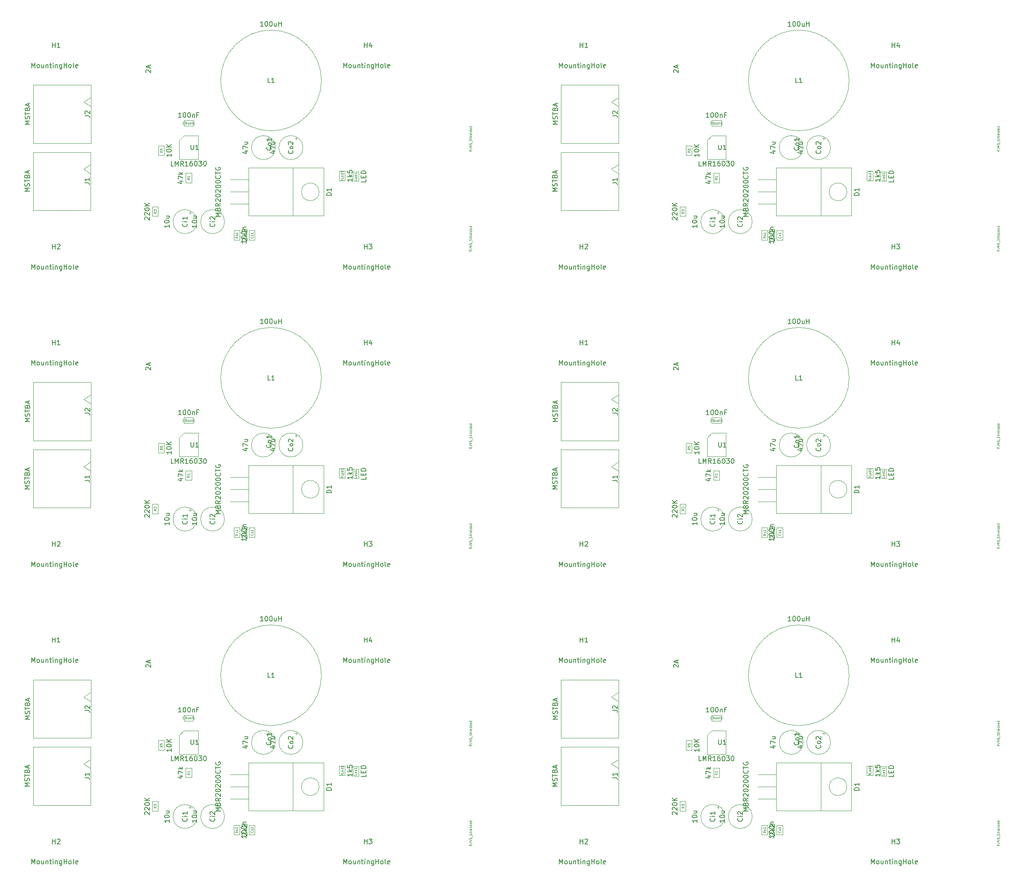
<source format=gbr>
G04 #@! TF.GenerationSoftware,KiCad,Pcbnew,5.1.4*
G04 #@! TF.CreationDate,2019-11-01T23:16:51-03:00*
G04 #@! TF.ProjectId,fonte_18V_panel,666f6e74-655f-4313-9856-5f70616e656c,rev?*
G04 #@! TF.SameCoordinates,Original*
G04 #@! TF.FileFunction,Other,Fab,Top*
%FSLAX46Y46*%
G04 Gerber Fmt 4.6, Leading zero omitted, Abs format (unit mm)*
G04 Created by KiCad (PCBNEW 5.1.4) date 2019-11-01 23:16:51*
%MOMM*%
%LPD*%
G04 APERTURE LIST*
%ADD10C,0.100000*%
%ADD11C,0.150000*%
%ADD12C,0.080000*%
G04 APERTURE END LIST*
D10*
X183205000Y-168125000D02*
X182005000Y-168125000D01*
X182005000Y-168125000D02*
X182005000Y-166125000D01*
X182005000Y-166125000D02*
X183205000Y-166125000D01*
X183205000Y-166125000D02*
X183205000Y-168125000D01*
X73205000Y-168125000D02*
X72005000Y-168125000D01*
X72005000Y-168125000D02*
X72005000Y-166125000D01*
X72005000Y-166125000D02*
X73205000Y-166125000D01*
X73205000Y-166125000D02*
X73205000Y-168125000D01*
X183205000Y-106125000D02*
X182005000Y-106125000D01*
X182005000Y-106125000D02*
X182005000Y-104125000D01*
X182005000Y-104125000D02*
X183205000Y-104125000D01*
X183205000Y-104125000D02*
X183205000Y-106125000D01*
X73205000Y-106125000D02*
X72005000Y-106125000D01*
X72005000Y-106125000D02*
X72005000Y-104125000D01*
X72005000Y-104125000D02*
X73205000Y-104125000D01*
X73205000Y-104125000D02*
X73205000Y-106125000D01*
X183205000Y-44125000D02*
X182005000Y-44125000D01*
X182005000Y-44125000D02*
X182005000Y-42125000D01*
X182005000Y-42125000D02*
X183205000Y-42125000D01*
X183205000Y-42125000D02*
X183205000Y-44125000D01*
X220910000Y-173410000D02*
X219710000Y-173410000D01*
X219710000Y-173410000D02*
X219710000Y-171410000D01*
X219710000Y-171410000D02*
X220910000Y-171410000D01*
X220910000Y-171410000D02*
X220910000Y-173410000D01*
X110910000Y-173410000D02*
X109710000Y-173410000D01*
X109710000Y-173410000D02*
X109710000Y-171410000D01*
X109710000Y-171410000D02*
X110910000Y-171410000D01*
X110910000Y-171410000D02*
X110910000Y-173410000D01*
X220910000Y-111410000D02*
X219710000Y-111410000D01*
X219710000Y-111410000D02*
X219710000Y-109410000D01*
X219710000Y-109410000D02*
X220910000Y-109410000D01*
X220910000Y-109410000D02*
X220910000Y-111410000D01*
X110910000Y-111410000D02*
X109710000Y-111410000D01*
X109710000Y-111410000D02*
X109710000Y-109410000D01*
X109710000Y-109410000D02*
X110910000Y-109410000D01*
X110910000Y-109410000D02*
X110910000Y-111410000D01*
X220910000Y-49410000D02*
X219710000Y-49410000D01*
X219710000Y-49410000D02*
X219710000Y-47410000D01*
X219710000Y-47410000D02*
X220910000Y-47410000D01*
X220910000Y-47410000D02*
X220910000Y-49410000D01*
X187720000Y-171840000D02*
X188920000Y-171840000D01*
X188920000Y-171840000D02*
X188920000Y-173840000D01*
X188920000Y-173840000D02*
X187720000Y-173840000D01*
X187720000Y-173840000D02*
X187720000Y-171840000D01*
X77720000Y-171840000D02*
X78920000Y-171840000D01*
X78920000Y-171840000D02*
X78920000Y-173840000D01*
X78920000Y-173840000D02*
X77720000Y-173840000D01*
X77720000Y-173840000D02*
X77720000Y-171840000D01*
X187720000Y-109840000D02*
X188920000Y-109840000D01*
X188920000Y-109840000D02*
X188920000Y-111840000D01*
X188920000Y-111840000D02*
X187720000Y-111840000D01*
X187720000Y-111840000D02*
X187720000Y-109840000D01*
X77720000Y-109840000D02*
X78920000Y-109840000D01*
X78920000Y-109840000D02*
X78920000Y-111840000D01*
X78920000Y-111840000D02*
X77720000Y-111840000D01*
X77720000Y-111840000D02*
X77720000Y-109840000D01*
X187720000Y-47840000D02*
X188920000Y-47840000D01*
X188920000Y-47840000D02*
X188920000Y-49840000D01*
X188920000Y-49840000D02*
X187720000Y-49840000D01*
X187720000Y-49840000D02*
X187720000Y-47840000D01*
X222540000Y-171530000D02*
X222540000Y-173230000D01*
X222540000Y-173230000D02*
X222840000Y-173530000D01*
X222840000Y-173530000D02*
X223740000Y-173530000D01*
X223740000Y-173530000D02*
X223740000Y-171530000D01*
X223740000Y-171530000D02*
X222540000Y-171530000D01*
X112540000Y-171530000D02*
X112540000Y-173230000D01*
X112540000Y-173230000D02*
X112840000Y-173530000D01*
X112840000Y-173530000D02*
X113740000Y-173530000D01*
X113740000Y-173530000D02*
X113740000Y-171530000D01*
X113740000Y-171530000D02*
X112540000Y-171530000D01*
X222540000Y-109530000D02*
X222540000Y-111230000D01*
X222540000Y-111230000D02*
X222840000Y-111530000D01*
X222840000Y-111530000D02*
X223740000Y-111530000D01*
X223740000Y-111530000D02*
X223740000Y-109530000D01*
X223740000Y-109530000D02*
X222540000Y-109530000D01*
X112540000Y-109530000D02*
X112540000Y-111230000D01*
X112540000Y-111230000D02*
X112840000Y-111530000D01*
X112840000Y-111530000D02*
X113740000Y-111530000D01*
X113740000Y-111530000D02*
X113740000Y-109530000D01*
X113740000Y-109530000D02*
X112540000Y-109530000D01*
X222540000Y-47530000D02*
X222540000Y-49230000D01*
X222540000Y-49230000D02*
X222840000Y-49530000D01*
X222840000Y-49530000D02*
X223740000Y-49530000D01*
X223740000Y-49530000D02*
X223740000Y-47530000D01*
X223740000Y-47530000D02*
X222540000Y-47530000D01*
X180735000Y-178825000D02*
X181935000Y-178825000D01*
X181935000Y-178825000D02*
X181935000Y-180825000D01*
X181935000Y-180825000D02*
X180735000Y-180825000D01*
X180735000Y-180825000D02*
X180735000Y-178825000D01*
X70735000Y-178825000D02*
X71935000Y-178825000D01*
X71935000Y-178825000D02*
X71935000Y-180825000D01*
X71935000Y-180825000D02*
X70735000Y-180825000D01*
X70735000Y-180825000D02*
X70735000Y-178825000D01*
X180735000Y-116825000D02*
X181935000Y-116825000D01*
X181935000Y-116825000D02*
X181935000Y-118825000D01*
X181935000Y-118825000D02*
X180735000Y-118825000D01*
X180735000Y-118825000D02*
X180735000Y-116825000D01*
X70735000Y-116825000D02*
X71935000Y-116825000D01*
X71935000Y-116825000D02*
X71935000Y-118825000D01*
X71935000Y-118825000D02*
X70735000Y-118825000D01*
X70735000Y-118825000D02*
X70735000Y-116825000D01*
X180735000Y-54825000D02*
X181935000Y-54825000D01*
X181935000Y-54825000D02*
X181935000Y-56825000D01*
X181935000Y-56825000D02*
X180735000Y-56825000D01*
X180735000Y-56825000D02*
X180735000Y-54825000D01*
X167955000Y-153460000D02*
X155955000Y-153460000D01*
X155955000Y-153460000D02*
X155955000Y-165620000D01*
X155955000Y-165620000D02*
X167955000Y-165620000D01*
X167955000Y-165620000D02*
X167955000Y-153460000D01*
X167955000Y-157950000D02*
X166455000Y-157000000D01*
X166455000Y-157000000D02*
X167955000Y-156050000D01*
X57955000Y-153460000D02*
X45955000Y-153460000D01*
X45955000Y-153460000D02*
X45955000Y-165620000D01*
X45955000Y-165620000D02*
X57955000Y-165620000D01*
X57955000Y-165620000D02*
X57955000Y-153460000D01*
X57955000Y-157950000D02*
X56455000Y-157000000D01*
X56455000Y-157000000D02*
X57955000Y-156050000D01*
X167955000Y-91460000D02*
X155955000Y-91460000D01*
X155955000Y-91460000D02*
X155955000Y-103620000D01*
X155955000Y-103620000D02*
X167955000Y-103620000D01*
X167955000Y-103620000D02*
X167955000Y-91460000D01*
X167955000Y-95950000D02*
X166455000Y-95000000D01*
X166455000Y-95000000D02*
X167955000Y-94050000D01*
X57955000Y-91460000D02*
X45955000Y-91460000D01*
X45955000Y-91460000D02*
X45955000Y-103620000D01*
X45955000Y-103620000D02*
X57955000Y-103620000D01*
X57955000Y-103620000D02*
X57955000Y-91460000D01*
X57955000Y-95950000D02*
X56455000Y-95000000D01*
X56455000Y-95000000D02*
X57955000Y-94050000D01*
X167955000Y-29460000D02*
X155955000Y-29460000D01*
X155955000Y-29460000D02*
X155955000Y-41620000D01*
X155955000Y-41620000D02*
X167955000Y-41620000D01*
X167955000Y-41620000D02*
X167955000Y-29460000D01*
X167955000Y-33950000D02*
X166455000Y-33000000D01*
X166455000Y-33000000D02*
X167955000Y-32050000D01*
X212120000Y-166520000D02*
G75*
G03X212120000Y-166520000I-2500000J0D01*
G01*
X210707500Y-164386395D02*
X210707500Y-164886395D01*
X210957500Y-164636395D02*
X210457500Y-164636395D01*
X102120000Y-166520000D02*
G75*
G03X102120000Y-166520000I-2500000J0D01*
G01*
X100707500Y-164386395D02*
X100707500Y-164886395D01*
X100957500Y-164636395D02*
X100457500Y-164636395D01*
X212120000Y-104520000D02*
G75*
G03X212120000Y-104520000I-2500000J0D01*
G01*
X210707500Y-102386395D02*
X210707500Y-102886395D01*
X210957500Y-102636395D02*
X210457500Y-102636395D01*
X102120000Y-104520000D02*
G75*
G03X102120000Y-104520000I-2500000J0D01*
G01*
X100707500Y-102386395D02*
X100707500Y-102886395D01*
X100957500Y-102636395D02*
X100457500Y-102636395D01*
X212120000Y-42520000D02*
G75*
G03X212120000Y-42520000I-2500000J0D01*
G01*
X210707500Y-40386395D02*
X210707500Y-40886395D01*
X210957500Y-40636395D02*
X210457500Y-40636395D01*
X195800000Y-181964000D02*
G75*
G03X195800000Y-181964000I-2500000J0D01*
G01*
X194387500Y-179830395D02*
X194387500Y-180330395D01*
X194637500Y-180080395D02*
X194137500Y-180080395D01*
X85800000Y-181964000D02*
G75*
G03X85800000Y-181964000I-2500000J0D01*
G01*
X84387500Y-179830395D02*
X84387500Y-180330395D01*
X84637500Y-180080395D02*
X84137500Y-180080395D01*
X195800000Y-119964000D02*
G75*
G03X195800000Y-119964000I-2500000J0D01*
G01*
X194387500Y-117830395D02*
X194387500Y-118330395D01*
X194637500Y-118080395D02*
X194137500Y-118080395D01*
X85800000Y-119964000D02*
G75*
G03X85800000Y-119964000I-2500000J0D01*
G01*
X84387500Y-117830395D02*
X84387500Y-118330395D01*
X84637500Y-118080395D02*
X84137500Y-118080395D01*
X195800000Y-57964000D02*
G75*
G03X195800000Y-57964000I-2500000J0D01*
G01*
X194387500Y-55830395D02*
X194387500Y-56330395D01*
X194637500Y-56080395D02*
X194137500Y-56080395D01*
X206405000Y-166520000D02*
G75*
G03X206405000Y-166520000I-2500000J0D01*
G01*
X204992500Y-164386395D02*
X204992500Y-164886395D01*
X205242500Y-164636395D02*
X204742500Y-164636395D01*
X96405000Y-166520000D02*
G75*
G03X96405000Y-166520000I-2500000J0D01*
G01*
X94992500Y-164386395D02*
X94992500Y-164886395D01*
X95242500Y-164636395D02*
X94742500Y-164636395D01*
X206405000Y-104520000D02*
G75*
G03X206405000Y-104520000I-2500000J0D01*
G01*
X204992500Y-102386395D02*
X204992500Y-102886395D01*
X205242500Y-102636395D02*
X204742500Y-102636395D01*
X96405000Y-104520000D02*
G75*
G03X96405000Y-104520000I-2500000J0D01*
G01*
X94992500Y-102386395D02*
X94992500Y-102886395D01*
X95242500Y-102636395D02*
X94742500Y-102636395D01*
X206405000Y-42520000D02*
G75*
G03X206405000Y-42520000I-2500000J0D01*
G01*
X204992500Y-40386395D02*
X204992500Y-40886395D01*
X205242500Y-40636395D02*
X204742500Y-40636395D01*
X215530000Y-175750000D02*
G75*
G03X215530000Y-175750000I-1850000J0D01*
G01*
X210080000Y-170750000D02*
X216480000Y-170750000D01*
X216480000Y-170750000D02*
X216480000Y-180750000D01*
X216480000Y-180750000D02*
X210080000Y-180750000D01*
X210080000Y-180750000D02*
X210080000Y-170750000D01*
X200830000Y-170750000D02*
X210080000Y-170750000D01*
X210080000Y-170750000D02*
X210080000Y-180750000D01*
X210080000Y-180750000D02*
X200830000Y-180750000D01*
X200830000Y-180750000D02*
X200830000Y-170750000D01*
X200830000Y-173210000D02*
X197020000Y-173210000D01*
X200830000Y-175750000D02*
X197020000Y-175750000D01*
X200830000Y-178290000D02*
X197020000Y-178290000D01*
X105530000Y-175750000D02*
G75*
G03X105530000Y-175750000I-1850000J0D01*
G01*
X100080000Y-170750000D02*
X106480000Y-170750000D01*
X106480000Y-170750000D02*
X106480000Y-180750000D01*
X106480000Y-180750000D02*
X100080000Y-180750000D01*
X100080000Y-180750000D02*
X100080000Y-170750000D01*
X90830000Y-170750000D02*
X100080000Y-170750000D01*
X100080000Y-170750000D02*
X100080000Y-180750000D01*
X100080000Y-180750000D02*
X90830000Y-180750000D01*
X90830000Y-180750000D02*
X90830000Y-170750000D01*
X90830000Y-173210000D02*
X87020000Y-173210000D01*
X90830000Y-175750000D02*
X87020000Y-175750000D01*
X90830000Y-178290000D02*
X87020000Y-178290000D01*
X215530000Y-113750000D02*
G75*
G03X215530000Y-113750000I-1850000J0D01*
G01*
X210080000Y-108750000D02*
X216480000Y-108750000D01*
X216480000Y-108750000D02*
X216480000Y-118750000D01*
X216480000Y-118750000D02*
X210080000Y-118750000D01*
X210080000Y-118750000D02*
X210080000Y-108750000D01*
X200830000Y-108750000D02*
X210080000Y-108750000D01*
X210080000Y-108750000D02*
X210080000Y-118750000D01*
X210080000Y-118750000D02*
X200830000Y-118750000D01*
X200830000Y-118750000D02*
X200830000Y-108750000D01*
X200830000Y-111210000D02*
X197020000Y-111210000D01*
X200830000Y-113750000D02*
X197020000Y-113750000D01*
X200830000Y-116290000D02*
X197020000Y-116290000D01*
X105530000Y-113750000D02*
G75*
G03X105530000Y-113750000I-1850000J0D01*
G01*
X100080000Y-108750000D02*
X106480000Y-108750000D01*
X106480000Y-108750000D02*
X106480000Y-118750000D01*
X106480000Y-118750000D02*
X100080000Y-118750000D01*
X100080000Y-118750000D02*
X100080000Y-108750000D01*
X90830000Y-108750000D02*
X100080000Y-108750000D01*
X100080000Y-108750000D02*
X100080000Y-118750000D01*
X100080000Y-118750000D02*
X90830000Y-118750000D01*
X90830000Y-118750000D02*
X90830000Y-108750000D01*
X90830000Y-111210000D02*
X87020000Y-111210000D01*
X90830000Y-113750000D02*
X87020000Y-113750000D01*
X90830000Y-116290000D02*
X87020000Y-116290000D01*
X215530000Y-51750000D02*
G75*
G03X215530000Y-51750000I-1850000J0D01*
G01*
X210080000Y-46750000D02*
X216480000Y-46750000D01*
X216480000Y-46750000D02*
X216480000Y-56750000D01*
X216480000Y-56750000D02*
X210080000Y-56750000D01*
X210080000Y-56750000D02*
X210080000Y-46750000D01*
X200830000Y-46750000D02*
X210080000Y-46750000D01*
X210080000Y-46750000D02*
X210080000Y-56750000D01*
X210080000Y-56750000D02*
X200830000Y-56750000D01*
X200830000Y-56750000D02*
X200830000Y-46750000D01*
X200830000Y-49210000D02*
X197020000Y-49210000D01*
X200830000Y-51750000D02*
X197020000Y-51750000D01*
X200830000Y-54290000D02*
X197020000Y-54290000D01*
X200905000Y-183765000D02*
X202105000Y-183765000D01*
X202105000Y-183765000D02*
X202105000Y-185765000D01*
X202105000Y-185765000D02*
X200905000Y-185765000D01*
X200905000Y-185765000D02*
X200905000Y-183765000D01*
X90905000Y-183765000D02*
X92105000Y-183765000D01*
X92105000Y-183765000D02*
X92105000Y-185765000D01*
X92105000Y-185765000D02*
X90905000Y-185765000D01*
X90905000Y-185765000D02*
X90905000Y-183765000D01*
X200905000Y-121765000D02*
X202105000Y-121765000D01*
X202105000Y-121765000D02*
X202105000Y-123765000D01*
X202105000Y-123765000D02*
X200905000Y-123765000D01*
X200905000Y-123765000D02*
X200905000Y-121765000D01*
X90905000Y-121765000D02*
X92105000Y-121765000D01*
X92105000Y-121765000D02*
X92105000Y-123765000D01*
X92105000Y-123765000D02*
X90905000Y-123765000D01*
X90905000Y-123765000D02*
X90905000Y-121765000D01*
X200905000Y-59765000D02*
X202105000Y-59765000D01*
X202105000Y-59765000D02*
X202105000Y-61765000D01*
X202105000Y-61765000D02*
X200905000Y-61765000D01*
X200905000Y-61765000D02*
X200905000Y-59765000D01*
X167900000Y-167460000D02*
X155900000Y-167460000D01*
X155900000Y-167460000D02*
X155900000Y-179620000D01*
X155900000Y-179620000D02*
X167900000Y-179620000D01*
X167900000Y-179620000D02*
X167900000Y-167460000D01*
X167900000Y-171950000D02*
X166400000Y-171000000D01*
X166400000Y-171000000D02*
X167900000Y-170050000D01*
X57900000Y-167460000D02*
X45900000Y-167460000D01*
X45900000Y-167460000D02*
X45900000Y-179620000D01*
X45900000Y-179620000D02*
X57900000Y-179620000D01*
X57900000Y-179620000D02*
X57900000Y-167460000D01*
X57900000Y-171950000D02*
X56400000Y-171000000D01*
X56400000Y-171000000D02*
X57900000Y-170050000D01*
X167900000Y-105460000D02*
X155900000Y-105460000D01*
X155900000Y-105460000D02*
X155900000Y-117620000D01*
X155900000Y-117620000D02*
X167900000Y-117620000D01*
X167900000Y-117620000D02*
X167900000Y-105460000D01*
X167900000Y-109950000D02*
X166400000Y-109000000D01*
X166400000Y-109000000D02*
X167900000Y-108050000D01*
X57900000Y-105460000D02*
X45900000Y-105460000D01*
X45900000Y-105460000D02*
X45900000Y-117620000D01*
X45900000Y-117620000D02*
X57900000Y-117620000D01*
X57900000Y-117620000D02*
X57900000Y-105460000D01*
X57900000Y-109950000D02*
X56400000Y-109000000D01*
X56400000Y-109000000D02*
X57900000Y-108050000D01*
X167900000Y-43460000D02*
X155900000Y-43460000D01*
X155900000Y-43460000D02*
X155900000Y-55620000D01*
X155900000Y-55620000D02*
X167900000Y-55620000D01*
X167900000Y-55620000D02*
X167900000Y-43460000D01*
X167900000Y-47950000D02*
X166400000Y-47000000D01*
X166400000Y-47000000D02*
X167900000Y-46050000D01*
X187345000Y-164040000D02*
X190270000Y-164040000D01*
X190270000Y-164040000D02*
X190270000Y-168940000D01*
X190270000Y-168940000D02*
X186370000Y-168940000D01*
X186370000Y-168940000D02*
X186370000Y-165015000D01*
X186370000Y-165015000D02*
X187345000Y-164040000D01*
X77345000Y-164040000D02*
X80270000Y-164040000D01*
X80270000Y-164040000D02*
X80270000Y-168940000D01*
X80270000Y-168940000D02*
X76370000Y-168940000D01*
X76370000Y-168940000D02*
X76370000Y-165015000D01*
X76370000Y-165015000D02*
X77345000Y-164040000D01*
X187345000Y-102040000D02*
X190270000Y-102040000D01*
X190270000Y-102040000D02*
X190270000Y-106940000D01*
X190270000Y-106940000D02*
X186370000Y-106940000D01*
X186370000Y-106940000D02*
X186370000Y-103015000D01*
X186370000Y-103015000D02*
X187345000Y-102040000D01*
X77345000Y-102040000D02*
X80270000Y-102040000D01*
X80270000Y-102040000D02*
X80270000Y-106940000D01*
X80270000Y-106940000D02*
X76370000Y-106940000D01*
X76370000Y-106940000D02*
X76370000Y-103015000D01*
X76370000Y-103015000D02*
X77345000Y-102040000D01*
X187345000Y-40040000D02*
X190270000Y-40040000D01*
X190270000Y-40040000D02*
X190270000Y-44940000D01*
X190270000Y-44940000D02*
X186370000Y-44940000D01*
X186370000Y-44940000D02*
X186370000Y-41015000D01*
X186370000Y-41015000D02*
X187345000Y-40040000D01*
X190058000Y-181964000D02*
G75*
G03X190058000Y-181964000I-2500000J0D01*
G01*
X188645500Y-179830395D02*
X188645500Y-180330395D01*
X188895500Y-180080395D02*
X188395500Y-180080395D01*
X80058000Y-181964000D02*
G75*
G03X80058000Y-181964000I-2500000J0D01*
G01*
X78645500Y-179830395D02*
X78645500Y-180330395D01*
X78895500Y-180080395D02*
X78395500Y-180080395D01*
X190058000Y-119964000D02*
G75*
G03X190058000Y-119964000I-2500000J0D01*
G01*
X188645500Y-117830395D02*
X188645500Y-118330395D01*
X188895500Y-118080395D02*
X188395500Y-118080395D01*
X80058000Y-119964000D02*
G75*
G03X80058000Y-119964000I-2500000J0D01*
G01*
X78645500Y-117830395D02*
X78645500Y-118330395D01*
X78895500Y-118080395D02*
X78395500Y-118080395D01*
X190058000Y-57964000D02*
G75*
G03X190058000Y-57964000I-2500000J0D01*
G01*
X188645500Y-55830395D02*
X188645500Y-56330395D01*
X188895500Y-56080395D02*
X188395500Y-56080395D01*
X215990000Y-152520000D02*
G75*
G03X215990000Y-152520000I-10500000J0D01*
G01*
X105990000Y-152520000D02*
G75*
G03X105990000Y-152520000I-10500000J0D01*
G01*
X215990000Y-90520000D02*
G75*
G03X215990000Y-90520000I-10500000J0D01*
G01*
X105990000Y-90520000D02*
G75*
G03X105990000Y-90520000I-10500000J0D01*
G01*
X215990000Y-28520000D02*
G75*
G03X215990000Y-28520000I-10500000J0D01*
G01*
X189320000Y-160810000D02*
X189320000Y-162010000D01*
X189320000Y-162010000D02*
X187320000Y-162010000D01*
X187320000Y-162010000D02*
X187320000Y-160810000D01*
X187320000Y-160810000D02*
X189320000Y-160810000D01*
X79320000Y-160810000D02*
X79320000Y-162010000D01*
X79320000Y-162010000D02*
X77320000Y-162010000D01*
X77320000Y-162010000D02*
X77320000Y-160810000D01*
X77320000Y-160810000D02*
X79320000Y-160810000D01*
X189320000Y-98810000D02*
X189320000Y-100010000D01*
X189320000Y-100010000D02*
X187320000Y-100010000D01*
X187320000Y-100010000D02*
X187320000Y-98810000D01*
X187320000Y-98810000D02*
X189320000Y-98810000D01*
X79320000Y-98810000D02*
X79320000Y-100010000D01*
X79320000Y-100010000D02*
X77320000Y-100010000D01*
X77320000Y-100010000D02*
X77320000Y-98810000D01*
X77320000Y-98810000D02*
X79320000Y-98810000D01*
X189320000Y-36810000D02*
X189320000Y-38010000D01*
X189320000Y-38010000D02*
X187320000Y-38010000D01*
X187320000Y-38010000D02*
X187320000Y-36810000D01*
X187320000Y-36810000D02*
X189320000Y-36810000D01*
X198930000Y-185765000D02*
X197730000Y-185765000D01*
X197730000Y-185765000D02*
X197730000Y-183765000D01*
X197730000Y-183765000D02*
X198930000Y-183765000D01*
X198930000Y-183765000D02*
X198930000Y-185765000D01*
X88930000Y-185765000D02*
X87730000Y-185765000D01*
X87730000Y-185765000D02*
X87730000Y-183765000D01*
X87730000Y-183765000D02*
X88930000Y-183765000D01*
X88930000Y-183765000D02*
X88930000Y-185765000D01*
X198930000Y-123765000D02*
X197730000Y-123765000D01*
X197730000Y-123765000D02*
X197730000Y-121765000D01*
X197730000Y-121765000D02*
X198930000Y-121765000D01*
X198930000Y-121765000D02*
X198930000Y-123765000D01*
X88930000Y-123765000D02*
X87730000Y-123765000D01*
X87730000Y-123765000D02*
X87730000Y-121765000D01*
X87730000Y-121765000D02*
X88930000Y-121765000D01*
X88930000Y-121765000D02*
X88930000Y-123765000D01*
X198930000Y-61765000D02*
X197730000Y-61765000D01*
X197730000Y-61765000D02*
X197730000Y-59765000D01*
X197730000Y-59765000D02*
X198930000Y-59765000D01*
X198930000Y-59765000D02*
X198930000Y-61765000D01*
X76370000Y-41015000D02*
X77345000Y-40040000D01*
X76370000Y-44940000D02*
X76370000Y-41015000D01*
X80270000Y-44940000D02*
X76370000Y-44940000D01*
X80270000Y-40040000D02*
X80270000Y-44940000D01*
X77345000Y-40040000D02*
X80270000Y-40040000D01*
X88930000Y-59765000D02*
X88930000Y-61765000D01*
X87730000Y-59765000D02*
X88930000Y-59765000D01*
X87730000Y-61765000D02*
X87730000Y-59765000D01*
X88930000Y-61765000D02*
X87730000Y-61765000D01*
X110910000Y-47410000D02*
X110910000Y-49410000D01*
X109710000Y-47410000D02*
X110910000Y-47410000D01*
X109710000Y-49410000D02*
X109710000Y-47410000D01*
X110910000Y-49410000D02*
X109710000Y-49410000D01*
X73205000Y-42125000D02*
X73205000Y-44125000D01*
X72005000Y-42125000D02*
X73205000Y-42125000D01*
X72005000Y-44125000D02*
X72005000Y-42125000D01*
X73205000Y-44125000D02*
X72005000Y-44125000D01*
X70735000Y-56825000D02*
X70735000Y-54825000D01*
X71935000Y-56825000D02*
X70735000Y-56825000D01*
X71935000Y-54825000D02*
X71935000Y-56825000D01*
X70735000Y-54825000D02*
X71935000Y-54825000D01*
X77720000Y-49840000D02*
X77720000Y-47840000D01*
X78920000Y-49840000D02*
X77720000Y-49840000D01*
X78920000Y-47840000D02*
X78920000Y-49840000D01*
X77720000Y-47840000D02*
X78920000Y-47840000D01*
X113740000Y-47530000D02*
X112540000Y-47530000D01*
X113740000Y-49530000D02*
X113740000Y-47530000D01*
X112840000Y-49530000D02*
X113740000Y-49530000D01*
X112540000Y-49230000D02*
X112840000Y-49530000D01*
X112540000Y-47530000D02*
X112540000Y-49230000D01*
X105990000Y-28520000D02*
G75*
G03X105990000Y-28520000I-10500000J0D01*
G01*
X56455000Y-33000000D02*
X57955000Y-32050000D01*
X57955000Y-33950000D02*
X56455000Y-33000000D01*
X57955000Y-41620000D02*
X57955000Y-29460000D01*
X45955000Y-41620000D02*
X57955000Y-41620000D01*
X45955000Y-29460000D02*
X45955000Y-41620000D01*
X57955000Y-29460000D02*
X45955000Y-29460000D01*
X56400000Y-47000000D02*
X57900000Y-46050000D01*
X57900000Y-47950000D02*
X56400000Y-47000000D01*
X57900000Y-55620000D02*
X57900000Y-43460000D01*
X45900000Y-55620000D02*
X57900000Y-55620000D01*
X45900000Y-43460000D02*
X45900000Y-55620000D01*
X57900000Y-43460000D02*
X45900000Y-43460000D01*
X90905000Y-61765000D02*
X90905000Y-59765000D01*
X92105000Y-61765000D02*
X90905000Y-61765000D01*
X92105000Y-59765000D02*
X92105000Y-61765000D01*
X90905000Y-59765000D02*
X92105000Y-59765000D01*
X100957500Y-40636395D02*
X100457500Y-40636395D01*
X100707500Y-40386395D02*
X100707500Y-40886395D01*
X102120000Y-42520000D02*
G75*
G03X102120000Y-42520000I-2500000J0D01*
G01*
X95242500Y-40636395D02*
X94742500Y-40636395D01*
X94992500Y-40386395D02*
X94992500Y-40886395D01*
X96405000Y-42520000D02*
G75*
G03X96405000Y-42520000I-2500000J0D01*
G01*
X84637500Y-56080395D02*
X84137500Y-56080395D01*
X84387500Y-55830395D02*
X84387500Y-56330395D01*
X85800000Y-57964000D02*
G75*
G03X85800000Y-57964000I-2500000J0D01*
G01*
X78895500Y-56080395D02*
X78395500Y-56080395D01*
X78645500Y-55830395D02*
X78645500Y-56330395D01*
X80058000Y-57964000D02*
G75*
G03X80058000Y-57964000I-2500000J0D01*
G01*
X77320000Y-36810000D02*
X79320000Y-36810000D01*
X77320000Y-38010000D02*
X77320000Y-36810000D01*
X79320000Y-38010000D02*
X77320000Y-38010000D01*
X79320000Y-36810000D02*
X79320000Y-38010000D01*
X90830000Y-54290000D02*
X87020000Y-54290000D01*
X90830000Y-51750000D02*
X87020000Y-51750000D01*
X90830000Y-49210000D02*
X87020000Y-49210000D01*
X90830000Y-56750000D02*
X90830000Y-46750000D01*
X100080000Y-56750000D02*
X90830000Y-56750000D01*
X100080000Y-46750000D02*
X100080000Y-56750000D01*
X90830000Y-46750000D02*
X100080000Y-46750000D01*
X100080000Y-56750000D02*
X100080000Y-46750000D01*
X106480000Y-56750000D02*
X100080000Y-56750000D01*
X106480000Y-46750000D02*
X106480000Y-56750000D01*
X100080000Y-46750000D02*
X106480000Y-46750000D01*
X105530000Y-51750000D02*
G75*
G03X105530000Y-51750000I-1850000J0D01*
G01*
D11*
X184707380Y-167815476D02*
X184707380Y-168386904D01*
X184707380Y-168101190D02*
X183707380Y-168101190D01*
X183850238Y-168196428D01*
X183945476Y-168291666D01*
X183993095Y-168386904D01*
X183707380Y-167196428D02*
X183707380Y-167101190D01*
X183755000Y-167005952D01*
X183802619Y-166958333D01*
X183897857Y-166910714D01*
X184088333Y-166863095D01*
X184326428Y-166863095D01*
X184516904Y-166910714D01*
X184612142Y-166958333D01*
X184659761Y-167005952D01*
X184707380Y-167101190D01*
X184707380Y-167196428D01*
X184659761Y-167291666D01*
X184612142Y-167339285D01*
X184516904Y-167386904D01*
X184326428Y-167434523D01*
X184088333Y-167434523D01*
X183897857Y-167386904D01*
X183802619Y-167339285D01*
X183755000Y-167291666D01*
X183707380Y-167196428D01*
X184707380Y-166434523D02*
X183707380Y-166434523D01*
X184707380Y-165863095D02*
X184135952Y-166291666D01*
X183707380Y-165863095D02*
X184278809Y-166434523D01*
D12*
X182831190Y-167208333D02*
X182593095Y-167375000D01*
X182831190Y-167494047D02*
X182331190Y-167494047D01*
X182331190Y-167303571D01*
X182355000Y-167255952D01*
X182378809Y-167232142D01*
X182426428Y-167208333D01*
X182497857Y-167208333D01*
X182545476Y-167232142D01*
X182569285Y-167255952D01*
X182593095Y-167303571D01*
X182593095Y-167494047D01*
X182331190Y-166755952D02*
X182331190Y-166994047D01*
X182569285Y-167017857D01*
X182545476Y-166994047D01*
X182521666Y-166946428D01*
X182521666Y-166827380D01*
X182545476Y-166779761D01*
X182569285Y-166755952D01*
X182616904Y-166732142D01*
X182735952Y-166732142D01*
X182783571Y-166755952D01*
X182807380Y-166779761D01*
X182831190Y-166827380D01*
X182831190Y-166946428D01*
X182807380Y-166994047D01*
X182783571Y-167017857D01*
D11*
X74707380Y-167815476D02*
X74707380Y-168386904D01*
X74707380Y-168101190D02*
X73707380Y-168101190D01*
X73850238Y-168196428D01*
X73945476Y-168291666D01*
X73993095Y-168386904D01*
X73707380Y-167196428D02*
X73707380Y-167101190D01*
X73755000Y-167005952D01*
X73802619Y-166958333D01*
X73897857Y-166910714D01*
X74088333Y-166863095D01*
X74326428Y-166863095D01*
X74516904Y-166910714D01*
X74612142Y-166958333D01*
X74659761Y-167005952D01*
X74707380Y-167101190D01*
X74707380Y-167196428D01*
X74659761Y-167291666D01*
X74612142Y-167339285D01*
X74516904Y-167386904D01*
X74326428Y-167434523D01*
X74088333Y-167434523D01*
X73897857Y-167386904D01*
X73802619Y-167339285D01*
X73755000Y-167291666D01*
X73707380Y-167196428D01*
X74707380Y-166434523D02*
X73707380Y-166434523D01*
X74707380Y-165863095D02*
X74135952Y-166291666D01*
X73707380Y-165863095D02*
X74278809Y-166434523D01*
D12*
X72831190Y-167208333D02*
X72593095Y-167375000D01*
X72831190Y-167494047D02*
X72331190Y-167494047D01*
X72331190Y-167303571D01*
X72355000Y-167255952D01*
X72378809Y-167232142D01*
X72426428Y-167208333D01*
X72497857Y-167208333D01*
X72545476Y-167232142D01*
X72569285Y-167255952D01*
X72593095Y-167303571D01*
X72593095Y-167494047D01*
X72331190Y-166755952D02*
X72331190Y-166994047D01*
X72569285Y-167017857D01*
X72545476Y-166994047D01*
X72521666Y-166946428D01*
X72521666Y-166827380D01*
X72545476Y-166779761D01*
X72569285Y-166755952D01*
X72616904Y-166732142D01*
X72735952Y-166732142D01*
X72783571Y-166755952D01*
X72807380Y-166779761D01*
X72831190Y-166827380D01*
X72831190Y-166946428D01*
X72807380Y-166994047D01*
X72783571Y-167017857D01*
D11*
X184707380Y-105815476D02*
X184707380Y-106386904D01*
X184707380Y-106101190D02*
X183707380Y-106101190D01*
X183850238Y-106196428D01*
X183945476Y-106291666D01*
X183993095Y-106386904D01*
X183707380Y-105196428D02*
X183707380Y-105101190D01*
X183755000Y-105005952D01*
X183802619Y-104958333D01*
X183897857Y-104910714D01*
X184088333Y-104863095D01*
X184326428Y-104863095D01*
X184516904Y-104910714D01*
X184612142Y-104958333D01*
X184659761Y-105005952D01*
X184707380Y-105101190D01*
X184707380Y-105196428D01*
X184659761Y-105291666D01*
X184612142Y-105339285D01*
X184516904Y-105386904D01*
X184326428Y-105434523D01*
X184088333Y-105434523D01*
X183897857Y-105386904D01*
X183802619Y-105339285D01*
X183755000Y-105291666D01*
X183707380Y-105196428D01*
X184707380Y-104434523D02*
X183707380Y-104434523D01*
X184707380Y-103863095D02*
X184135952Y-104291666D01*
X183707380Y-103863095D02*
X184278809Y-104434523D01*
D12*
X182831190Y-105208333D02*
X182593095Y-105375000D01*
X182831190Y-105494047D02*
X182331190Y-105494047D01*
X182331190Y-105303571D01*
X182355000Y-105255952D01*
X182378809Y-105232142D01*
X182426428Y-105208333D01*
X182497857Y-105208333D01*
X182545476Y-105232142D01*
X182569285Y-105255952D01*
X182593095Y-105303571D01*
X182593095Y-105494047D01*
X182331190Y-104755952D02*
X182331190Y-104994047D01*
X182569285Y-105017857D01*
X182545476Y-104994047D01*
X182521666Y-104946428D01*
X182521666Y-104827380D01*
X182545476Y-104779761D01*
X182569285Y-104755952D01*
X182616904Y-104732142D01*
X182735952Y-104732142D01*
X182783571Y-104755952D01*
X182807380Y-104779761D01*
X182831190Y-104827380D01*
X182831190Y-104946428D01*
X182807380Y-104994047D01*
X182783571Y-105017857D01*
D11*
X74707380Y-105815476D02*
X74707380Y-106386904D01*
X74707380Y-106101190D02*
X73707380Y-106101190D01*
X73850238Y-106196428D01*
X73945476Y-106291666D01*
X73993095Y-106386904D01*
X73707380Y-105196428D02*
X73707380Y-105101190D01*
X73755000Y-105005952D01*
X73802619Y-104958333D01*
X73897857Y-104910714D01*
X74088333Y-104863095D01*
X74326428Y-104863095D01*
X74516904Y-104910714D01*
X74612142Y-104958333D01*
X74659761Y-105005952D01*
X74707380Y-105101190D01*
X74707380Y-105196428D01*
X74659761Y-105291666D01*
X74612142Y-105339285D01*
X74516904Y-105386904D01*
X74326428Y-105434523D01*
X74088333Y-105434523D01*
X73897857Y-105386904D01*
X73802619Y-105339285D01*
X73755000Y-105291666D01*
X73707380Y-105196428D01*
X74707380Y-104434523D02*
X73707380Y-104434523D01*
X74707380Y-103863095D02*
X74135952Y-104291666D01*
X73707380Y-103863095D02*
X74278809Y-104434523D01*
D12*
X72831190Y-105208333D02*
X72593095Y-105375000D01*
X72831190Y-105494047D02*
X72331190Y-105494047D01*
X72331190Y-105303571D01*
X72355000Y-105255952D01*
X72378809Y-105232142D01*
X72426428Y-105208333D01*
X72497857Y-105208333D01*
X72545476Y-105232142D01*
X72569285Y-105255952D01*
X72593095Y-105303571D01*
X72593095Y-105494047D01*
X72331190Y-104755952D02*
X72331190Y-104994047D01*
X72569285Y-105017857D01*
X72545476Y-104994047D01*
X72521666Y-104946428D01*
X72521666Y-104827380D01*
X72545476Y-104779761D01*
X72569285Y-104755952D01*
X72616904Y-104732142D01*
X72735952Y-104732142D01*
X72783571Y-104755952D01*
X72807380Y-104779761D01*
X72831190Y-104827380D01*
X72831190Y-104946428D01*
X72807380Y-104994047D01*
X72783571Y-105017857D01*
D11*
X184707380Y-43815476D02*
X184707380Y-44386904D01*
X184707380Y-44101190D02*
X183707380Y-44101190D01*
X183850238Y-44196428D01*
X183945476Y-44291666D01*
X183993095Y-44386904D01*
X183707380Y-43196428D02*
X183707380Y-43101190D01*
X183755000Y-43005952D01*
X183802619Y-42958333D01*
X183897857Y-42910714D01*
X184088333Y-42863095D01*
X184326428Y-42863095D01*
X184516904Y-42910714D01*
X184612142Y-42958333D01*
X184659761Y-43005952D01*
X184707380Y-43101190D01*
X184707380Y-43196428D01*
X184659761Y-43291666D01*
X184612142Y-43339285D01*
X184516904Y-43386904D01*
X184326428Y-43434523D01*
X184088333Y-43434523D01*
X183897857Y-43386904D01*
X183802619Y-43339285D01*
X183755000Y-43291666D01*
X183707380Y-43196428D01*
X184707380Y-42434523D02*
X183707380Y-42434523D01*
X184707380Y-41863095D02*
X184135952Y-42291666D01*
X183707380Y-41863095D02*
X184278809Y-42434523D01*
D12*
X182831190Y-43208333D02*
X182593095Y-43375000D01*
X182831190Y-43494047D02*
X182331190Y-43494047D01*
X182331190Y-43303571D01*
X182355000Y-43255952D01*
X182378809Y-43232142D01*
X182426428Y-43208333D01*
X182497857Y-43208333D01*
X182545476Y-43232142D01*
X182569285Y-43255952D01*
X182593095Y-43303571D01*
X182593095Y-43494047D01*
X182331190Y-42755952D02*
X182331190Y-42994047D01*
X182569285Y-43017857D01*
X182545476Y-42994047D01*
X182521666Y-42946428D01*
X182521666Y-42827380D01*
X182545476Y-42779761D01*
X182569285Y-42755952D01*
X182616904Y-42732142D01*
X182735952Y-42732142D01*
X182783571Y-42755952D01*
X182807380Y-42779761D01*
X182831190Y-42827380D01*
X182831190Y-42946428D01*
X182807380Y-42994047D01*
X182783571Y-43017857D01*
D11*
X222412380Y-173005238D02*
X222412380Y-173576666D01*
X222412380Y-173290952D02*
X221412380Y-173290952D01*
X221555238Y-173386190D01*
X221650476Y-173481428D01*
X221698095Y-173576666D01*
X222412380Y-172576666D02*
X221412380Y-172576666D01*
X222031428Y-172481428D02*
X222412380Y-172195714D01*
X221745714Y-172195714D02*
X222126666Y-172576666D01*
X221412380Y-171290952D02*
X221412380Y-171767142D01*
X221888571Y-171814761D01*
X221840952Y-171767142D01*
X221793333Y-171671904D01*
X221793333Y-171433809D01*
X221840952Y-171338571D01*
X221888571Y-171290952D01*
X221983809Y-171243333D01*
X222221904Y-171243333D01*
X222317142Y-171290952D01*
X222364761Y-171338571D01*
X222412380Y-171433809D01*
X222412380Y-171671904D01*
X222364761Y-171767142D01*
X222317142Y-171814761D01*
D12*
X220536190Y-173136190D02*
X220298095Y-173302857D01*
X220536190Y-173421904D02*
X220036190Y-173421904D01*
X220036190Y-173231428D01*
X220060000Y-173183809D01*
X220083809Y-173160000D01*
X220131428Y-173136190D01*
X220202857Y-173136190D01*
X220250476Y-173160000D01*
X220274285Y-173183809D01*
X220298095Y-173231428D01*
X220298095Y-173421904D01*
X220536190Y-172683809D02*
X220536190Y-172921904D01*
X220036190Y-172921904D01*
X220512380Y-172326666D02*
X220536190Y-172374285D01*
X220536190Y-172469523D01*
X220512380Y-172517142D01*
X220464761Y-172540952D01*
X220274285Y-172540952D01*
X220226666Y-172517142D01*
X220202857Y-172469523D01*
X220202857Y-172374285D01*
X220226666Y-172326666D01*
X220274285Y-172302857D01*
X220321904Y-172302857D01*
X220369523Y-172540952D01*
X220536190Y-171874285D02*
X220036190Y-171874285D01*
X220512380Y-171874285D02*
X220536190Y-171921904D01*
X220536190Y-172017142D01*
X220512380Y-172064761D01*
X220488571Y-172088571D01*
X220440952Y-172112380D01*
X220298095Y-172112380D01*
X220250476Y-172088571D01*
X220226666Y-172064761D01*
X220202857Y-172017142D01*
X220202857Y-171921904D01*
X220226666Y-171874285D01*
X220536190Y-171374285D02*
X220536190Y-171660000D01*
X220536190Y-171517142D02*
X220036190Y-171517142D01*
X220107619Y-171564761D01*
X220155238Y-171612380D01*
X220179047Y-171660000D01*
D11*
X112412380Y-173005238D02*
X112412380Y-173576666D01*
X112412380Y-173290952D02*
X111412380Y-173290952D01*
X111555238Y-173386190D01*
X111650476Y-173481428D01*
X111698095Y-173576666D01*
X112412380Y-172576666D02*
X111412380Y-172576666D01*
X112031428Y-172481428D02*
X112412380Y-172195714D01*
X111745714Y-172195714D02*
X112126666Y-172576666D01*
X111412380Y-171290952D02*
X111412380Y-171767142D01*
X111888571Y-171814761D01*
X111840952Y-171767142D01*
X111793333Y-171671904D01*
X111793333Y-171433809D01*
X111840952Y-171338571D01*
X111888571Y-171290952D01*
X111983809Y-171243333D01*
X112221904Y-171243333D01*
X112317142Y-171290952D01*
X112364761Y-171338571D01*
X112412380Y-171433809D01*
X112412380Y-171671904D01*
X112364761Y-171767142D01*
X112317142Y-171814761D01*
D12*
X110536190Y-173136190D02*
X110298095Y-173302857D01*
X110536190Y-173421904D02*
X110036190Y-173421904D01*
X110036190Y-173231428D01*
X110060000Y-173183809D01*
X110083809Y-173160000D01*
X110131428Y-173136190D01*
X110202857Y-173136190D01*
X110250476Y-173160000D01*
X110274285Y-173183809D01*
X110298095Y-173231428D01*
X110298095Y-173421904D01*
X110536190Y-172683809D02*
X110536190Y-172921904D01*
X110036190Y-172921904D01*
X110512380Y-172326666D02*
X110536190Y-172374285D01*
X110536190Y-172469523D01*
X110512380Y-172517142D01*
X110464761Y-172540952D01*
X110274285Y-172540952D01*
X110226666Y-172517142D01*
X110202857Y-172469523D01*
X110202857Y-172374285D01*
X110226666Y-172326666D01*
X110274285Y-172302857D01*
X110321904Y-172302857D01*
X110369523Y-172540952D01*
X110536190Y-171874285D02*
X110036190Y-171874285D01*
X110512380Y-171874285D02*
X110536190Y-171921904D01*
X110536190Y-172017142D01*
X110512380Y-172064761D01*
X110488571Y-172088571D01*
X110440952Y-172112380D01*
X110298095Y-172112380D01*
X110250476Y-172088571D01*
X110226666Y-172064761D01*
X110202857Y-172017142D01*
X110202857Y-171921904D01*
X110226666Y-171874285D01*
X110536190Y-171374285D02*
X110536190Y-171660000D01*
X110536190Y-171517142D02*
X110036190Y-171517142D01*
X110107619Y-171564761D01*
X110155238Y-171612380D01*
X110179047Y-171660000D01*
D11*
X222412380Y-111005238D02*
X222412380Y-111576666D01*
X222412380Y-111290952D02*
X221412380Y-111290952D01*
X221555238Y-111386190D01*
X221650476Y-111481428D01*
X221698095Y-111576666D01*
X222412380Y-110576666D02*
X221412380Y-110576666D01*
X222031428Y-110481428D02*
X222412380Y-110195714D01*
X221745714Y-110195714D02*
X222126666Y-110576666D01*
X221412380Y-109290952D02*
X221412380Y-109767142D01*
X221888571Y-109814761D01*
X221840952Y-109767142D01*
X221793333Y-109671904D01*
X221793333Y-109433809D01*
X221840952Y-109338571D01*
X221888571Y-109290952D01*
X221983809Y-109243333D01*
X222221904Y-109243333D01*
X222317142Y-109290952D01*
X222364761Y-109338571D01*
X222412380Y-109433809D01*
X222412380Y-109671904D01*
X222364761Y-109767142D01*
X222317142Y-109814761D01*
D12*
X220536190Y-111136190D02*
X220298095Y-111302857D01*
X220536190Y-111421904D02*
X220036190Y-111421904D01*
X220036190Y-111231428D01*
X220060000Y-111183809D01*
X220083809Y-111160000D01*
X220131428Y-111136190D01*
X220202857Y-111136190D01*
X220250476Y-111160000D01*
X220274285Y-111183809D01*
X220298095Y-111231428D01*
X220298095Y-111421904D01*
X220536190Y-110683809D02*
X220536190Y-110921904D01*
X220036190Y-110921904D01*
X220512380Y-110326666D02*
X220536190Y-110374285D01*
X220536190Y-110469523D01*
X220512380Y-110517142D01*
X220464761Y-110540952D01*
X220274285Y-110540952D01*
X220226666Y-110517142D01*
X220202857Y-110469523D01*
X220202857Y-110374285D01*
X220226666Y-110326666D01*
X220274285Y-110302857D01*
X220321904Y-110302857D01*
X220369523Y-110540952D01*
X220536190Y-109874285D02*
X220036190Y-109874285D01*
X220512380Y-109874285D02*
X220536190Y-109921904D01*
X220536190Y-110017142D01*
X220512380Y-110064761D01*
X220488571Y-110088571D01*
X220440952Y-110112380D01*
X220298095Y-110112380D01*
X220250476Y-110088571D01*
X220226666Y-110064761D01*
X220202857Y-110017142D01*
X220202857Y-109921904D01*
X220226666Y-109874285D01*
X220536190Y-109374285D02*
X220536190Y-109660000D01*
X220536190Y-109517142D02*
X220036190Y-109517142D01*
X220107619Y-109564761D01*
X220155238Y-109612380D01*
X220179047Y-109660000D01*
D11*
X112412380Y-111005238D02*
X112412380Y-111576666D01*
X112412380Y-111290952D02*
X111412380Y-111290952D01*
X111555238Y-111386190D01*
X111650476Y-111481428D01*
X111698095Y-111576666D01*
X112412380Y-110576666D02*
X111412380Y-110576666D01*
X112031428Y-110481428D02*
X112412380Y-110195714D01*
X111745714Y-110195714D02*
X112126666Y-110576666D01*
X111412380Y-109290952D02*
X111412380Y-109767142D01*
X111888571Y-109814761D01*
X111840952Y-109767142D01*
X111793333Y-109671904D01*
X111793333Y-109433809D01*
X111840952Y-109338571D01*
X111888571Y-109290952D01*
X111983809Y-109243333D01*
X112221904Y-109243333D01*
X112317142Y-109290952D01*
X112364761Y-109338571D01*
X112412380Y-109433809D01*
X112412380Y-109671904D01*
X112364761Y-109767142D01*
X112317142Y-109814761D01*
D12*
X110536190Y-111136190D02*
X110298095Y-111302857D01*
X110536190Y-111421904D02*
X110036190Y-111421904D01*
X110036190Y-111231428D01*
X110060000Y-111183809D01*
X110083809Y-111160000D01*
X110131428Y-111136190D01*
X110202857Y-111136190D01*
X110250476Y-111160000D01*
X110274285Y-111183809D01*
X110298095Y-111231428D01*
X110298095Y-111421904D01*
X110536190Y-110683809D02*
X110536190Y-110921904D01*
X110036190Y-110921904D01*
X110512380Y-110326666D02*
X110536190Y-110374285D01*
X110536190Y-110469523D01*
X110512380Y-110517142D01*
X110464761Y-110540952D01*
X110274285Y-110540952D01*
X110226666Y-110517142D01*
X110202857Y-110469523D01*
X110202857Y-110374285D01*
X110226666Y-110326666D01*
X110274285Y-110302857D01*
X110321904Y-110302857D01*
X110369523Y-110540952D01*
X110536190Y-109874285D02*
X110036190Y-109874285D01*
X110512380Y-109874285D02*
X110536190Y-109921904D01*
X110536190Y-110017142D01*
X110512380Y-110064761D01*
X110488571Y-110088571D01*
X110440952Y-110112380D01*
X110298095Y-110112380D01*
X110250476Y-110088571D01*
X110226666Y-110064761D01*
X110202857Y-110017142D01*
X110202857Y-109921904D01*
X110226666Y-109874285D01*
X110536190Y-109374285D02*
X110536190Y-109660000D01*
X110536190Y-109517142D02*
X110036190Y-109517142D01*
X110107619Y-109564761D01*
X110155238Y-109612380D01*
X110179047Y-109660000D01*
D11*
X222412380Y-49005238D02*
X222412380Y-49576666D01*
X222412380Y-49290952D02*
X221412380Y-49290952D01*
X221555238Y-49386190D01*
X221650476Y-49481428D01*
X221698095Y-49576666D01*
X222412380Y-48576666D02*
X221412380Y-48576666D01*
X222031428Y-48481428D02*
X222412380Y-48195714D01*
X221745714Y-48195714D02*
X222126666Y-48576666D01*
X221412380Y-47290952D02*
X221412380Y-47767142D01*
X221888571Y-47814761D01*
X221840952Y-47767142D01*
X221793333Y-47671904D01*
X221793333Y-47433809D01*
X221840952Y-47338571D01*
X221888571Y-47290952D01*
X221983809Y-47243333D01*
X222221904Y-47243333D01*
X222317142Y-47290952D01*
X222364761Y-47338571D01*
X222412380Y-47433809D01*
X222412380Y-47671904D01*
X222364761Y-47767142D01*
X222317142Y-47814761D01*
D12*
X220536190Y-49136190D02*
X220298095Y-49302857D01*
X220536190Y-49421904D02*
X220036190Y-49421904D01*
X220036190Y-49231428D01*
X220060000Y-49183809D01*
X220083809Y-49160000D01*
X220131428Y-49136190D01*
X220202857Y-49136190D01*
X220250476Y-49160000D01*
X220274285Y-49183809D01*
X220298095Y-49231428D01*
X220298095Y-49421904D01*
X220536190Y-48683809D02*
X220536190Y-48921904D01*
X220036190Y-48921904D01*
X220512380Y-48326666D02*
X220536190Y-48374285D01*
X220536190Y-48469523D01*
X220512380Y-48517142D01*
X220464761Y-48540952D01*
X220274285Y-48540952D01*
X220226666Y-48517142D01*
X220202857Y-48469523D01*
X220202857Y-48374285D01*
X220226666Y-48326666D01*
X220274285Y-48302857D01*
X220321904Y-48302857D01*
X220369523Y-48540952D01*
X220536190Y-47874285D02*
X220036190Y-47874285D01*
X220512380Y-47874285D02*
X220536190Y-47921904D01*
X220536190Y-48017142D01*
X220512380Y-48064761D01*
X220488571Y-48088571D01*
X220440952Y-48112380D01*
X220298095Y-48112380D01*
X220250476Y-48088571D01*
X220226666Y-48064761D01*
X220202857Y-48017142D01*
X220202857Y-47921904D01*
X220226666Y-47874285D01*
X220536190Y-47374285D02*
X220536190Y-47660000D01*
X220536190Y-47517142D02*
X220036190Y-47517142D01*
X220107619Y-47564761D01*
X220155238Y-47612380D01*
X220179047Y-47660000D01*
D11*
X186455714Y-173530476D02*
X187122380Y-173530476D01*
X186074761Y-173768571D02*
X186789047Y-174006666D01*
X186789047Y-173387619D01*
X186122380Y-173101904D02*
X186122380Y-172435238D01*
X187122380Y-172863809D01*
X187122380Y-172054285D02*
X186122380Y-172054285D01*
X186741428Y-171959047D02*
X187122380Y-171673333D01*
X186455714Y-171673333D02*
X186836666Y-172054285D01*
D12*
X188546190Y-172923333D02*
X188308095Y-173090000D01*
X188546190Y-173209047D02*
X188046190Y-173209047D01*
X188046190Y-173018571D01*
X188070000Y-172970952D01*
X188093809Y-172947142D01*
X188141428Y-172923333D01*
X188212857Y-172923333D01*
X188260476Y-172947142D01*
X188284285Y-172970952D01*
X188308095Y-173018571D01*
X188308095Y-173209047D01*
X188546190Y-172447142D02*
X188546190Y-172732857D01*
X188546190Y-172590000D02*
X188046190Y-172590000D01*
X188117619Y-172637619D01*
X188165238Y-172685238D01*
X188189047Y-172732857D01*
D11*
X76455714Y-173530476D02*
X77122380Y-173530476D01*
X76074761Y-173768571D02*
X76789047Y-174006666D01*
X76789047Y-173387619D01*
X76122380Y-173101904D02*
X76122380Y-172435238D01*
X77122380Y-172863809D01*
X77122380Y-172054285D02*
X76122380Y-172054285D01*
X76741428Y-171959047D02*
X77122380Y-171673333D01*
X76455714Y-171673333D02*
X76836666Y-172054285D01*
D12*
X78546190Y-172923333D02*
X78308095Y-173090000D01*
X78546190Y-173209047D02*
X78046190Y-173209047D01*
X78046190Y-173018571D01*
X78070000Y-172970952D01*
X78093809Y-172947142D01*
X78141428Y-172923333D01*
X78212857Y-172923333D01*
X78260476Y-172947142D01*
X78284285Y-172970952D01*
X78308095Y-173018571D01*
X78308095Y-173209047D01*
X78546190Y-172447142D02*
X78546190Y-172732857D01*
X78546190Y-172590000D02*
X78046190Y-172590000D01*
X78117619Y-172637619D01*
X78165238Y-172685238D01*
X78189047Y-172732857D01*
D11*
X186455714Y-111530476D02*
X187122380Y-111530476D01*
X186074761Y-111768571D02*
X186789047Y-112006666D01*
X186789047Y-111387619D01*
X186122380Y-111101904D02*
X186122380Y-110435238D01*
X187122380Y-110863809D01*
X187122380Y-110054285D02*
X186122380Y-110054285D01*
X186741428Y-109959047D02*
X187122380Y-109673333D01*
X186455714Y-109673333D02*
X186836666Y-110054285D01*
D12*
X188546190Y-110923333D02*
X188308095Y-111090000D01*
X188546190Y-111209047D02*
X188046190Y-111209047D01*
X188046190Y-111018571D01*
X188070000Y-110970952D01*
X188093809Y-110947142D01*
X188141428Y-110923333D01*
X188212857Y-110923333D01*
X188260476Y-110947142D01*
X188284285Y-110970952D01*
X188308095Y-111018571D01*
X188308095Y-111209047D01*
X188546190Y-110447142D02*
X188546190Y-110732857D01*
X188546190Y-110590000D02*
X188046190Y-110590000D01*
X188117619Y-110637619D01*
X188165238Y-110685238D01*
X188189047Y-110732857D01*
D11*
X76455714Y-111530476D02*
X77122380Y-111530476D01*
X76074761Y-111768571D02*
X76789047Y-112006666D01*
X76789047Y-111387619D01*
X76122380Y-111101904D02*
X76122380Y-110435238D01*
X77122380Y-110863809D01*
X77122380Y-110054285D02*
X76122380Y-110054285D01*
X76741428Y-109959047D02*
X77122380Y-109673333D01*
X76455714Y-109673333D02*
X76836666Y-110054285D01*
D12*
X78546190Y-110923333D02*
X78308095Y-111090000D01*
X78546190Y-111209047D02*
X78046190Y-111209047D01*
X78046190Y-111018571D01*
X78070000Y-110970952D01*
X78093809Y-110947142D01*
X78141428Y-110923333D01*
X78212857Y-110923333D01*
X78260476Y-110947142D01*
X78284285Y-110970952D01*
X78308095Y-111018571D01*
X78308095Y-111209047D01*
X78546190Y-110447142D02*
X78546190Y-110732857D01*
X78546190Y-110590000D02*
X78046190Y-110590000D01*
X78117619Y-110637619D01*
X78165238Y-110685238D01*
X78189047Y-110732857D01*
D11*
X186455714Y-49530476D02*
X187122380Y-49530476D01*
X186074761Y-49768571D02*
X186789047Y-50006666D01*
X186789047Y-49387619D01*
X186122380Y-49101904D02*
X186122380Y-48435238D01*
X187122380Y-48863809D01*
X187122380Y-48054285D02*
X186122380Y-48054285D01*
X186741428Y-47959047D02*
X187122380Y-47673333D01*
X186455714Y-47673333D02*
X186836666Y-48054285D01*
D12*
X188546190Y-48923333D02*
X188308095Y-49090000D01*
X188546190Y-49209047D02*
X188046190Y-49209047D01*
X188046190Y-49018571D01*
X188070000Y-48970952D01*
X188093809Y-48947142D01*
X188141428Y-48923333D01*
X188212857Y-48923333D01*
X188260476Y-48947142D01*
X188284285Y-48970952D01*
X188308095Y-49018571D01*
X188308095Y-49209047D01*
X188546190Y-48447142D02*
X188546190Y-48732857D01*
X188546190Y-48590000D02*
X188046190Y-48590000D01*
X188117619Y-48637619D01*
X188165238Y-48685238D01*
X188189047Y-48732857D01*
D11*
X225242380Y-173172857D02*
X225242380Y-173649047D01*
X224242380Y-173649047D01*
X224718571Y-172839523D02*
X224718571Y-172506190D01*
X225242380Y-172363333D02*
X225242380Y-172839523D01*
X224242380Y-172839523D01*
X224242380Y-172363333D01*
X225242380Y-171934761D02*
X224242380Y-171934761D01*
X224242380Y-171696666D01*
X224290000Y-171553809D01*
X224385238Y-171458571D01*
X224480476Y-171410952D01*
X224670952Y-171363333D01*
X224813809Y-171363333D01*
X225004285Y-171410952D01*
X225099523Y-171458571D01*
X225194761Y-171553809D01*
X225242380Y-171696666D01*
X225242380Y-171934761D01*
D12*
X223366190Y-173053809D02*
X223366190Y-173291904D01*
X222866190Y-173291904D01*
X223342380Y-172696666D02*
X223366190Y-172744285D01*
X223366190Y-172839523D01*
X223342380Y-172887142D01*
X223294761Y-172910952D01*
X223104285Y-172910952D01*
X223056666Y-172887142D01*
X223032857Y-172839523D01*
X223032857Y-172744285D01*
X223056666Y-172696666D01*
X223104285Y-172672857D01*
X223151904Y-172672857D01*
X223199523Y-172910952D01*
X223366190Y-172244285D02*
X222866190Y-172244285D01*
X223342380Y-172244285D02*
X223366190Y-172291904D01*
X223366190Y-172387142D01*
X223342380Y-172434761D01*
X223318571Y-172458571D01*
X223270952Y-172482380D01*
X223128095Y-172482380D01*
X223080476Y-172458571D01*
X223056666Y-172434761D01*
X223032857Y-172387142D01*
X223032857Y-172291904D01*
X223056666Y-172244285D01*
X223366190Y-171744285D02*
X223366190Y-172030000D01*
X223366190Y-171887142D02*
X222866190Y-171887142D01*
X222937619Y-171934761D01*
X222985238Y-171982380D01*
X223009047Y-172030000D01*
D11*
X115242380Y-173172857D02*
X115242380Y-173649047D01*
X114242380Y-173649047D01*
X114718571Y-172839523D02*
X114718571Y-172506190D01*
X115242380Y-172363333D02*
X115242380Y-172839523D01*
X114242380Y-172839523D01*
X114242380Y-172363333D01*
X115242380Y-171934761D02*
X114242380Y-171934761D01*
X114242380Y-171696666D01*
X114290000Y-171553809D01*
X114385238Y-171458571D01*
X114480476Y-171410952D01*
X114670952Y-171363333D01*
X114813809Y-171363333D01*
X115004285Y-171410952D01*
X115099523Y-171458571D01*
X115194761Y-171553809D01*
X115242380Y-171696666D01*
X115242380Y-171934761D01*
D12*
X113366190Y-173053809D02*
X113366190Y-173291904D01*
X112866190Y-173291904D01*
X113342380Y-172696666D02*
X113366190Y-172744285D01*
X113366190Y-172839523D01*
X113342380Y-172887142D01*
X113294761Y-172910952D01*
X113104285Y-172910952D01*
X113056666Y-172887142D01*
X113032857Y-172839523D01*
X113032857Y-172744285D01*
X113056666Y-172696666D01*
X113104285Y-172672857D01*
X113151904Y-172672857D01*
X113199523Y-172910952D01*
X113366190Y-172244285D02*
X112866190Y-172244285D01*
X113342380Y-172244285D02*
X113366190Y-172291904D01*
X113366190Y-172387142D01*
X113342380Y-172434761D01*
X113318571Y-172458571D01*
X113270952Y-172482380D01*
X113128095Y-172482380D01*
X113080476Y-172458571D01*
X113056666Y-172434761D01*
X113032857Y-172387142D01*
X113032857Y-172291904D01*
X113056666Y-172244285D01*
X113366190Y-171744285D02*
X113366190Y-172030000D01*
X113366190Y-171887142D02*
X112866190Y-171887142D01*
X112937619Y-171934761D01*
X112985238Y-171982380D01*
X113009047Y-172030000D01*
D11*
X225242380Y-111172857D02*
X225242380Y-111649047D01*
X224242380Y-111649047D01*
X224718571Y-110839523D02*
X224718571Y-110506190D01*
X225242380Y-110363333D02*
X225242380Y-110839523D01*
X224242380Y-110839523D01*
X224242380Y-110363333D01*
X225242380Y-109934761D02*
X224242380Y-109934761D01*
X224242380Y-109696666D01*
X224290000Y-109553809D01*
X224385238Y-109458571D01*
X224480476Y-109410952D01*
X224670952Y-109363333D01*
X224813809Y-109363333D01*
X225004285Y-109410952D01*
X225099523Y-109458571D01*
X225194761Y-109553809D01*
X225242380Y-109696666D01*
X225242380Y-109934761D01*
D12*
X223366190Y-111053809D02*
X223366190Y-111291904D01*
X222866190Y-111291904D01*
X223342380Y-110696666D02*
X223366190Y-110744285D01*
X223366190Y-110839523D01*
X223342380Y-110887142D01*
X223294761Y-110910952D01*
X223104285Y-110910952D01*
X223056666Y-110887142D01*
X223032857Y-110839523D01*
X223032857Y-110744285D01*
X223056666Y-110696666D01*
X223104285Y-110672857D01*
X223151904Y-110672857D01*
X223199523Y-110910952D01*
X223366190Y-110244285D02*
X222866190Y-110244285D01*
X223342380Y-110244285D02*
X223366190Y-110291904D01*
X223366190Y-110387142D01*
X223342380Y-110434761D01*
X223318571Y-110458571D01*
X223270952Y-110482380D01*
X223128095Y-110482380D01*
X223080476Y-110458571D01*
X223056666Y-110434761D01*
X223032857Y-110387142D01*
X223032857Y-110291904D01*
X223056666Y-110244285D01*
X223366190Y-109744285D02*
X223366190Y-110030000D01*
X223366190Y-109887142D02*
X222866190Y-109887142D01*
X222937619Y-109934761D01*
X222985238Y-109982380D01*
X223009047Y-110030000D01*
D11*
X115242380Y-111172857D02*
X115242380Y-111649047D01*
X114242380Y-111649047D01*
X114718571Y-110839523D02*
X114718571Y-110506190D01*
X115242380Y-110363333D02*
X115242380Y-110839523D01*
X114242380Y-110839523D01*
X114242380Y-110363333D01*
X115242380Y-109934761D02*
X114242380Y-109934761D01*
X114242380Y-109696666D01*
X114290000Y-109553809D01*
X114385238Y-109458571D01*
X114480476Y-109410952D01*
X114670952Y-109363333D01*
X114813809Y-109363333D01*
X115004285Y-109410952D01*
X115099523Y-109458571D01*
X115194761Y-109553809D01*
X115242380Y-109696666D01*
X115242380Y-109934761D01*
D12*
X113366190Y-111053809D02*
X113366190Y-111291904D01*
X112866190Y-111291904D01*
X113342380Y-110696666D02*
X113366190Y-110744285D01*
X113366190Y-110839523D01*
X113342380Y-110887142D01*
X113294761Y-110910952D01*
X113104285Y-110910952D01*
X113056666Y-110887142D01*
X113032857Y-110839523D01*
X113032857Y-110744285D01*
X113056666Y-110696666D01*
X113104285Y-110672857D01*
X113151904Y-110672857D01*
X113199523Y-110910952D01*
X113366190Y-110244285D02*
X112866190Y-110244285D01*
X113342380Y-110244285D02*
X113366190Y-110291904D01*
X113366190Y-110387142D01*
X113342380Y-110434761D01*
X113318571Y-110458571D01*
X113270952Y-110482380D01*
X113128095Y-110482380D01*
X113080476Y-110458571D01*
X113056666Y-110434761D01*
X113032857Y-110387142D01*
X113032857Y-110291904D01*
X113056666Y-110244285D01*
X113366190Y-109744285D02*
X113366190Y-110030000D01*
X113366190Y-109887142D02*
X112866190Y-109887142D01*
X112937619Y-109934761D01*
X112985238Y-109982380D01*
X113009047Y-110030000D01*
D11*
X225242380Y-49172857D02*
X225242380Y-49649047D01*
X224242380Y-49649047D01*
X224718571Y-48839523D02*
X224718571Y-48506190D01*
X225242380Y-48363333D02*
X225242380Y-48839523D01*
X224242380Y-48839523D01*
X224242380Y-48363333D01*
X225242380Y-47934761D02*
X224242380Y-47934761D01*
X224242380Y-47696666D01*
X224290000Y-47553809D01*
X224385238Y-47458571D01*
X224480476Y-47410952D01*
X224670952Y-47363333D01*
X224813809Y-47363333D01*
X225004285Y-47410952D01*
X225099523Y-47458571D01*
X225194761Y-47553809D01*
X225242380Y-47696666D01*
X225242380Y-47934761D01*
D12*
X223366190Y-49053809D02*
X223366190Y-49291904D01*
X222866190Y-49291904D01*
X223342380Y-48696666D02*
X223366190Y-48744285D01*
X223366190Y-48839523D01*
X223342380Y-48887142D01*
X223294761Y-48910952D01*
X223104285Y-48910952D01*
X223056666Y-48887142D01*
X223032857Y-48839523D01*
X223032857Y-48744285D01*
X223056666Y-48696666D01*
X223104285Y-48672857D01*
X223151904Y-48672857D01*
X223199523Y-48910952D01*
X223366190Y-48244285D02*
X222866190Y-48244285D01*
X223342380Y-48244285D02*
X223366190Y-48291904D01*
X223366190Y-48387142D01*
X223342380Y-48434761D01*
X223318571Y-48458571D01*
X223270952Y-48482380D01*
X223128095Y-48482380D01*
X223080476Y-48458571D01*
X223056666Y-48434761D01*
X223032857Y-48387142D01*
X223032857Y-48291904D01*
X223056666Y-48244285D01*
X223366190Y-47744285D02*
X223366190Y-48030000D01*
X223366190Y-47887142D02*
X222866190Y-47887142D01*
X222937619Y-47934761D01*
X222985238Y-47982380D01*
X223009047Y-48030000D01*
D11*
X179232619Y-181563095D02*
X179185000Y-181515476D01*
X179137380Y-181420238D01*
X179137380Y-181182142D01*
X179185000Y-181086904D01*
X179232619Y-181039285D01*
X179327857Y-180991666D01*
X179423095Y-180991666D01*
X179565952Y-181039285D01*
X180137380Y-181610714D01*
X180137380Y-180991666D01*
X179232619Y-180610714D02*
X179185000Y-180563095D01*
X179137380Y-180467857D01*
X179137380Y-180229761D01*
X179185000Y-180134523D01*
X179232619Y-180086904D01*
X179327857Y-180039285D01*
X179423095Y-180039285D01*
X179565952Y-180086904D01*
X180137380Y-180658333D01*
X180137380Y-180039285D01*
X179137380Y-179420238D02*
X179137380Y-179325000D01*
X179185000Y-179229761D01*
X179232619Y-179182142D01*
X179327857Y-179134523D01*
X179518333Y-179086904D01*
X179756428Y-179086904D01*
X179946904Y-179134523D01*
X180042142Y-179182142D01*
X180089761Y-179229761D01*
X180137380Y-179325000D01*
X180137380Y-179420238D01*
X180089761Y-179515476D01*
X180042142Y-179563095D01*
X179946904Y-179610714D01*
X179756428Y-179658333D01*
X179518333Y-179658333D01*
X179327857Y-179610714D01*
X179232619Y-179563095D01*
X179185000Y-179515476D01*
X179137380Y-179420238D01*
X180137380Y-178658333D02*
X179137380Y-178658333D01*
X180137380Y-178086904D02*
X179565952Y-178515476D01*
X179137380Y-178086904D02*
X179708809Y-178658333D01*
D12*
X181561190Y-179908333D02*
X181323095Y-180075000D01*
X181561190Y-180194047D02*
X181061190Y-180194047D01*
X181061190Y-180003571D01*
X181085000Y-179955952D01*
X181108809Y-179932142D01*
X181156428Y-179908333D01*
X181227857Y-179908333D01*
X181275476Y-179932142D01*
X181299285Y-179955952D01*
X181323095Y-180003571D01*
X181323095Y-180194047D01*
X181061190Y-179741666D02*
X181061190Y-179432142D01*
X181251666Y-179598809D01*
X181251666Y-179527380D01*
X181275476Y-179479761D01*
X181299285Y-179455952D01*
X181346904Y-179432142D01*
X181465952Y-179432142D01*
X181513571Y-179455952D01*
X181537380Y-179479761D01*
X181561190Y-179527380D01*
X181561190Y-179670238D01*
X181537380Y-179717857D01*
X181513571Y-179741666D01*
D11*
X69232619Y-181563095D02*
X69185000Y-181515476D01*
X69137380Y-181420238D01*
X69137380Y-181182142D01*
X69185000Y-181086904D01*
X69232619Y-181039285D01*
X69327857Y-180991666D01*
X69423095Y-180991666D01*
X69565952Y-181039285D01*
X70137380Y-181610714D01*
X70137380Y-180991666D01*
X69232619Y-180610714D02*
X69185000Y-180563095D01*
X69137380Y-180467857D01*
X69137380Y-180229761D01*
X69185000Y-180134523D01*
X69232619Y-180086904D01*
X69327857Y-180039285D01*
X69423095Y-180039285D01*
X69565952Y-180086904D01*
X70137380Y-180658333D01*
X70137380Y-180039285D01*
X69137380Y-179420238D02*
X69137380Y-179325000D01*
X69185000Y-179229761D01*
X69232619Y-179182142D01*
X69327857Y-179134523D01*
X69518333Y-179086904D01*
X69756428Y-179086904D01*
X69946904Y-179134523D01*
X70042142Y-179182142D01*
X70089761Y-179229761D01*
X70137380Y-179325000D01*
X70137380Y-179420238D01*
X70089761Y-179515476D01*
X70042142Y-179563095D01*
X69946904Y-179610714D01*
X69756428Y-179658333D01*
X69518333Y-179658333D01*
X69327857Y-179610714D01*
X69232619Y-179563095D01*
X69185000Y-179515476D01*
X69137380Y-179420238D01*
X70137380Y-178658333D02*
X69137380Y-178658333D01*
X70137380Y-178086904D02*
X69565952Y-178515476D01*
X69137380Y-178086904D02*
X69708809Y-178658333D01*
D12*
X71561190Y-179908333D02*
X71323095Y-180075000D01*
X71561190Y-180194047D02*
X71061190Y-180194047D01*
X71061190Y-180003571D01*
X71085000Y-179955952D01*
X71108809Y-179932142D01*
X71156428Y-179908333D01*
X71227857Y-179908333D01*
X71275476Y-179932142D01*
X71299285Y-179955952D01*
X71323095Y-180003571D01*
X71323095Y-180194047D01*
X71061190Y-179741666D02*
X71061190Y-179432142D01*
X71251666Y-179598809D01*
X71251666Y-179527380D01*
X71275476Y-179479761D01*
X71299285Y-179455952D01*
X71346904Y-179432142D01*
X71465952Y-179432142D01*
X71513571Y-179455952D01*
X71537380Y-179479761D01*
X71561190Y-179527380D01*
X71561190Y-179670238D01*
X71537380Y-179717857D01*
X71513571Y-179741666D01*
D11*
X179232619Y-119563095D02*
X179185000Y-119515476D01*
X179137380Y-119420238D01*
X179137380Y-119182142D01*
X179185000Y-119086904D01*
X179232619Y-119039285D01*
X179327857Y-118991666D01*
X179423095Y-118991666D01*
X179565952Y-119039285D01*
X180137380Y-119610714D01*
X180137380Y-118991666D01*
X179232619Y-118610714D02*
X179185000Y-118563095D01*
X179137380Y-118467857D01*
X179137380Y-118229761D01*
X179185000Y-118134523D01*
X179232619Y-118086904D01*
X179327857Y-118039285D01*
X179423095Y-118039285D01*
X179565952Y-118086904D01*
X180137380Y-118658333D01*
X180137380Y-118039285D01*
X179137380Y-117420238D02*
X179137380Y-117325000D01*
X179185000Y-117229761D01*
X179232619Y-117182142D01*
X179327857Y-117134523D01*
X179518333Y-117086904D01*
X179756428Y-117086904D01*
X179946904Y-117134523D01*
X180042142Y-117182142D01*
X180089761Y-117229761D01*
X180137380Y-117325000D01*
X180137380Y-117420238D01*
X180089761Y-117515476D01*
X180042142Y-117563095D01*
X179946904Y-117610714D01*
X179756428Y-117658333D01*
X179518333Y-117658333D01*
X179327857Y-117610714D01*
X179232619Y-117563095D01*
X179185000Y-117515476D01*
X179137380Y-117420238D01*
X180137380Y-116658333D02*
X179137380Y-116658333D01*
X180137380Y-116086904D02*
X179565952Y-116515476D01*
X179137380Y-116086904D02*
X179708809Y-116658333D01*
D12*
X181561190Y-117908333D02*
X181323095Y-118075000D01*
X181561190Y-118194047D02*
X181061190Y-118194047D01*
X181061190Y-118003571D01*
X181085000Y-117955952D01*
X181108809Y-117932142D01*
X181156428Y-117908333D01*
X181227857Y-117908333D01*
X181275476Y-117932142D01*
X181299285Y-117955952D01*
X181323095Y-118003571D01*
X181323095Y-118194047D01*
X181061190Y-117741666D02*
X181061190Y-117432142D01*
X181251666Y-117598809D01*
X181251666Y-117527380D01*
X181275476Y-117479761D01*
X181299285Y-117455952D01*
X181346904Y-117432142D01*
X181465952Y-117432142D01*
X181513571Y-117455952D01*
X181537380Y-117479761D01*
X181561190Y-117527380D01*
X181561190Y-117670238D01*
X181537380Y-117717857D01*
X181513571Y-117741666D01*
D11*
X69232619Y-119563095D02*
X69185000Y-119515476D01*
X69137380Y-119420238D01*
X69137380Y-119182142D01*
X69185000Y-119086904D01*
X69232619Y-119039285D01*
X69327857Y-118991666D01*
X69423095Y-118991666D01*
X69565952Y-119039285D01*
X70137380Y-119610714D01*
X70137380Y-118991666D01*
X69232619Y-118610714D02*
X69185000Y-118563095D01*
X69137380Y-118467857D01*
X69137380Y-118229761D01*
X69185000Y-118134523D01*
X69232619Y-118086904D01*
X69327857Y-118039285D01*
X69423095Y-118039285D01*
X69565952Y-118086904D01*
X70137380Y-118658333D01*
X70137380Y-118039285D01*
X69137380Y-117420238D02*
X69137380Y-117325000D01*
X69185000Y-117229761D01*
X69232619Y-117182142D01*
X69327857Y-117134523D01*
X69518333Y-117086904D01*
X69756428Y-117086904D01*
X69946904Y-117134523D01*
X70042142Y-117182142D01*
X70089761Y-117229761D01*
X70137380Y-117325000D01*
X70137380Y-117420238D01*
X70089761Y-117515476D01*
X70042142Y-117563095D01*
X69946904Y-117610714D01*
X69756428Y-117658333D01*
X69518333Y-117658333D01*
X69327857Y-117610714D01*
X69232619Y-117563095D01*
X69185000Y-117515476D01*
X69137380Y-117420238D01*
X70137380Y-116658333D02*
X69137380Y-116658333D01*
X70137380Y-116086904D02*
X69565952Y-116515476D01*
X69137380Y-116086904D02*
X69708809Y-116658333D01*
D12*
X71561190Y-117908333D02*
X71323095Y-118075000D01*
X71561190Y-118194047D02*
X71061190Y-118194047D01*
X71061190Y-118003571D01*
X71085000Y-117955952D01*
X71108809Y-117932142D01*
X71156428Y-117908333D01*
X71227857Y-117908333D01*
X71275476Y-117932142D01*
X71299285Y-117955952D01*
X71323095Y-118003571D01*
X71323095Y-118194047D01*
X71061190Y-117741666D02*
X71061190Y-117432142D01*
X71251666Y-117598809D01*
X71251666Y-117527380D01*
X71275476Y-117479761D01*
X71299285Y-117455952D01*
X71346904Y-117432142D01*
X71465952Y-117432142D01*
X71513571Y-117455952D01*
X71537380Y-117479761D01*
X71561190Y-117527380D01*
X71561190Y-117670238D01*
X71537380Y-117717857D01*
X71513571Y-117741666D01*
D11*
X179232619Y-57563095D02*
X179185000Y-57515476D01*
X179137380Y-57420238D01*
X179137380Y-57182142D01*
X179185000Y-57086904D01*
X179232619Y-57039285D01*
X179327857Y-56991666D01*
X179423095Y-56991666D01*
X179565952Y-57039285D01*
X180137380Y-57610714D01*
X180137380Y-56991666D01*
X179232619Y-56610714D02*
X179185000Y-56563095D01*
X179137380Y-56467857D01*
X179137380Y-56229761D01*
X179185000Y-56134523D01*
X179232619Y-56086904D01*
X179327857Y-56039285D01*
X179423095Y-56039285D01*
X179565952Y-56086904D01*
X180137380Y-56658333D01*
X180137380Y-56039285D01*
X179137380Y-55420238D02*
X179137380Y-55325000D01*
X179185000Y-55229761D01*
X179232619Y-55182142D01*
X179327857Y-55134523D01*
X179518333Y-55086904D01*
X179756428Y-55086904D01*
X179946904Y-55134523D01*
X180042142Y-55182142D01*
X180089761Y-55229761D01*
X180137380Y-55325000D01*
X180137380Y-55420238D01*
X180089761Y-55515476D01*
X180042142Y-55563095D01*
X179946904Y-55610714D01*
X179756428Y-55658333D01*
X179518333Y-55658333D01*
X179327857Y-55610714D01*
X179232619Y-55563095D01*
X179185000Y-55515476D01*
X179137380Y-55420238D01*
X180137380Y-54658333D02*
X179137380Y-54658333D01*
X180137380Y-54086904D02*
X179565952Y-54515476D01*
X179137380Y-54086904D02*
X179708809Y-54658333D01*
D12*
X181561190Y-55908333D02*
X181323095Y-56075000D01*
X181561190Y-56194047D02*
X181061190Y-56194047D01*
X181061190Y-56003571D01*
X181085000Y-55955952D01*
X181108809Y-55932142D01*
X181156428Y-55908333D01*
X181227857Y-55908333D01*
X181275476Y-55932142D01*
X181299285Y-55955952D01*
X181323095Y-56003571D01*
X181323095Y-56194047D01*
X181061190Y-55741666D02*
X181061190Y-55432142D01*
X181251666Y-55598809D01*
X181251666Y-55527380D01*
X181275476Y-55479761D01*
X181299285Y-55455952D01*
X181346904Y-55432142D01*
X181465952Y-55432142D01*
X181513571Y-55455952D01*
X181537380Y-55479761D01*
X181561190Y-55527380D01*
X181561190Y-55670238D01*
X181537380Y-55717857D01*
X181513571Y-55741666D01*
D10*
X247308190Y-166942619D02*
X247070095Y-167109285D01*
X247308190Y-167228333D02*
X246808190Y-167228333D01*
X246808190Y-167037857D01*
X246832000Y-166990238D01*
X246855809Y-166966428D01*
X246903428Y-166942619D01*
X246974857Y-166942619D01*
X247022476Y-166966428D01*
X247046285Y-166990238D01*
X247070095Y-167037857D01*
X247070095Y-167228333D01*
X246808190Y-166585476D02*
X247165333Y-166585476D01*
X247236761Y-166609285D01*
X247284380Y-166656904D01*
X247308190Y-166728333D01*
X247308190Y-166775952D01*
X246974857Y-166133095D02*
X247308190Y-166133095D01*
X246784380Y-166252142D02*
X247141523Y-166371190D01*
X247141523Y-166061666D01*
X246808190Y-165633095D02*
X246808190Y-165871190D01*
X247046285Y-165895000D01*
X247022476Y-165871190D01*
X246998666Y-165823571D01*
X246998666Y-165704523D01*
X247022476Y-165656904D01*
X247046285Y-165633095D01*
X247093904Y-165609285D01*
X247212952Y-165609285D01*
X247260571Y-165633095D01*
X247284380Y-165656904D01*
X247308190Y-165704523D01*
X247308190Y-165823571D01*
X247284380Y-165871190D01*
X247260571Y-165895000D01*
X247355809Y-165514047D02*
X247355809Y-165133095D01*
X247284380Y-165037857D02*
X247308190Y-164966428D01*
X247308190Y-164847380D01*
X247284380Y-164799761D01*
X247260571Y-164775952D01*
X247212952Y-164752142D01*
X247165333Y-164752142D01*
X247117714Y-164775952D01*
X247093904Y-164799761D01*
X247070095Y-164847380D01*
X247046285Y-164942619D01*
X247022476Y-164990238D01*
X246998666Y-165014047D01*
X246951047Y-165037857D01*
X246903428Y-165037857D01*
X246855809Y-165014047D01*
X246832000Y-164990238D01*
X246808190Y-164942619D01*
X246808190Y-164823571D01*
X246832000Y-164752142D01*
X247308190Y-164537857D02*
X246808190Y-164537857D01*
X247308190Y-164323571D02*
X247046285Y-164323571D01*
X246998666Y-164347380D01*
X246974857Y-164395000D01*
X246974857Y-164466428D01*
X246998666Y-164514047D01*
X247022476Y-164537857D01*
X247308190Y-164085476D02*
X246974857Y-164085476D01*
X246808190Y-164085476D02*
X246832000Y-164109285D01*
X246855809Y-164085476D01*
X246832000Y-164061666D01*
X246808190Y-164085476D01*
X246855809Y-164085476D01*
X247284380Y-163656904D02*
X247308190Y-163704523D01*
X247308190Y-163799761D01*
X247284380Y-163847380D01*
X247236761Y-163871190D01*
X247046285Y-163871190D01*
X246998666Y-163847380D01*
X246974857Y-163799761D01*
X246974857Y-163704523D01*
X246998666Y-163656904D01*
X247046285Y-163633095D01*
X247093904Y-163633095D01*
X247141523Y-163871190D01*
X247308190Y-163347380D02*
X247284380Y-163395000D01*
X247236761Y-163418809D01*
X246808190Y-163418809D01*
X247308190Y-162942619D02*
X246808190Y-162942619D01*
X247284380Y-162942619D02*
X247308190Y-162990238D01*
X247308190Y-163085476D01*
X247284380Y-163133095D01*
X247260571Y-163156904D01*
X247212952Y-163180714D01*
X247070095Y-163180714D01*
X247022476Y-163156904D01*
X246998666Y-163133095D01*
X246974857Y-163085476D01*
X246974857Y-162990238D01*
X246998666Y-162942619D01*
X247284380Y-162514047D02*
X247308190Y-162561666D01*
X247308190Y-162656904D01*
X247284380Y-162704523D01*
X247236761Y-162728333D01*
X247046285Y-162728333D01*
X246998666Y-162704523D01*
X246974857Y-162656904D01*
X246974857Y-162561666D01*
X246998666Y-162514047D01*
X247046285Y-162490238D01*
X247093904Y-162490238D01*
X247141523Y-162728333D01*
X247308190Y-162061666D02*
X246808190Y-162061666D01*
X247284380Y-162061666D02*
X247308190Y-162109285D01*
X247308190Y-162204523D01*
X247284380Y-162252142D01*
X247260571Y-162275952D01*
X247212952Y-162299761D01*
X247070095Y-162299761D01*
X247022476Y-162275952D01*
X246998666Y-162252142D01*
X246974857Y-162204523D01*
X246974857Y-162109285D01*
X246998666Y-162061666D01*
X137308190Y-166942619D02*
X137070095Y-167109285D01*
X137308190Y-167228333D02*
X136808190Y-167228333D01*
X136808190Y-167037857D01*
X136832000Y-166990238D01*
X136855809Y-166966428D01*
X136903428Y-166942619D01*
X136974857Y-166942619D01*
X137022476Y-166966428D01*
X137046285Y-166990238D01*
X137070095Y-167037857D01*
X137070095Y-167228333D01*
X136808190Y-166585476D02*
X137165333Y-166585476D01*
X137236761Y-166609285D01*
X137284380Y-166656904D01*
X137308190Y-166728333D01*
X137308190Y-166775952D01*
X136974857Y-166133095D02*
X137308190Y-166133095D01*
X136784380Y-166252142D02*
X137141523Y-166371190D01*
X137141523Y-166061666D01*
X136808190Y-165633095D02*
X136808190Y-165871190D01*
X137046285Y-165895000D01*
X137022476Y-165871190D01*
X136998666Y-165823571D01*
X136998666Y-165704523D01*
X137022476Y-165656904D01*
X137046285Y-165633095D01*
X137093904Y-165609285D01*
X137212952Y-165609285D01*
X137260571Y-165633095D01*
X137284380Y-165656904D01*
X137308190Y-165704523D01*
X137308190Y-165823571D01*
X137284380Y-165871190D01*
X137260571Y-165895000D01*
X137355809Y-165514047D02*
X137355809Y-165133095D01*
X137284380Y-165037857D02*
X137308190Y-164966428D01*
X137308190Y-164847380D01*
X137284380Y-164799761D01*
X137260571Y-164775952D01*
X137212952Y-164752142D01*
X137165333Y-164752142D01*
X137117714Y-164775952D01*
X137093904Y-164799761D01*
X137070095Y-164847380D01*
X137046285Y-164942619D01*
X137022476Y-164990238D01*
X136998666Y-165014047D01*
X136951047Y-165037857D01*
X136903428Y-165037857D01*
X136855809Y-165014047D01*
X136832000Y-164990238D01*
X136808190Y-164942619D01*
X136808190Y-164823571D01*
X136832000Y-164752142D01*
X137308190Y-164537857D02*
X136808190Y-164537857D01*
X137308190Y-164323571D02*
X137046285Y-164323571D01*
X136998666Y-164347380D01*
X136974857Y-164395000D01*
X136974857Y-164466428D01*
X136998666Y-164514047D01*
X137022476Y-164537857D01*
X137308190Y-164085476D02*
X136974857Y-164085476D01*
X136808190Y-164085476D02*
X136832000Y-164109285D01*
X136855809Y-164085476D01*
X136832000Y-164061666D01*
X136808190Y-164085476D01*
X136855809Y-164085476D01*
X137284380Y-163656904D02*
X137308190Y-163704523D01*
X137308190Y-163799761D01*
X137284380Y-163847380D01*
X137236761Y-163871190D01*
X137046285Y-163871190D01*
X136998666Y-163847380D01*
X136974857Y-163799761D01*
X136974857Y-163704523D01*
X136998666Y-163656904D01*
X137046285Y-163633095D01*
X137093904Y-163633095D01*
X137141523Y-163871190D01*
X137308190Y-163347380D02*
X137284380Y-163395000D01*
X137236761Y-163418809D01*
X136808190Y-163418809D01*
X137308190Y-162942619D02*
X136808190Y-162942619D01*
X137284380Y-162942619D02*
X137308190Y-162990238D01*
X137308190Y-163085476D01*
X137284380Y-163133095D01*
X137260571Y-163156904D01*
X137212952Y-163180714D01*
X137070095Y-163180714D01*
X137022476Y-163156904D01*
X136998666Y-163133095D01*
X136974857Y-163085476D01*
X136974857Y-162990238D01*
X136998666Y-162942619D01*
X137284380Y-162514047D02*
X137308190Y-162561666D01*
X137308190Y-162656904D01*
X137284380Y-162704523D01*
X137236761Y-162728333D01*
X137046285Y-162728333D01*
X136998666Y-162704523D01*
X136974857Y-162656904D01*
X136974857Y-162561666D01*
X136998666Y-162514047D01*
X137046285Y-162490238D01*
X137093904Y-162490238D01*
X137141523Y-162728333D01*
X137308190Y-162061666D02*
X136808190Y-162061666D01*
X137284380Y-162061666D02*
X137308190Y-162109285D01*
X137308190Y-162204523D01*
X137284380Y-162252142D01*
X137260571Y-162275952D01*
X137212952Y-162299761D01*
X137070095Y-162299761D01*
X137022476Y-162275952D01*
X136998666Y-162252142D01*
X136974857Y-162204523D01*
X136974857Y-162109285D01*
X136998666Y-162061666D01*
X247308190Y-104942619D02*
X247070095Y-105109285D01*
X247308190Y-105228333D02*
X246808190Y-105228333D01*
X246808190Y-105037857D01*
X246832000Y-104990238D01*
X246855809Y-104966428D01*
X246903428Y-104942619D01*
X246974857Y-104942619D01*
X247022476Y-104966428D01*
X247046285Y-104990238D01*
X247070095Y-105037857D01*
X247070095Y-105228333D01*
X246808190Y-104585476D02*
X247165333Y-104585476D01*
X247236761Y-104609285D01*
X247284380Y-104656904D01*
X247308190Y-104728333D01*
X247308190Y-104775952D01*
X246974857Y-104133095D02*
X247308190Y-104133095D01*
X246784380Y-104252142D02*
X247141523Y-104371190D01*
X247141523Y-104061666D01*
X246808190Y-103633095D02*
X246808190Y-103871190D01*
X247046285Y-103895000D01*
X247022476Y-103871190D01*
X246998666Y-103823571D01*
X246998666Y-103704523D01*
X247022476Y-103656904D01*
X247046285Y-103633095D01*
X247093904Y-103609285D01*
X247212952Y-103609285D01*
X247260571Y-103633095D01*
X247284380Y-103656904D01*
X247308190Y-103704523D01*
X247308190Y-103823571D01*
X247284380Y-103871190D01*
X247260571Y-103895000D01*
X247355809Y-103514047D02*
X247355809Y-103133095D01*
X247284380Y-103037857D02*
X247308190Y-102966428D01*
X247308190Y-102847380D01*
X247284380Y-102799761D01*
X247260571Y-102775952D01*
X247212952Y-102752142D01*
X247165333Y-102752142D01*
X247117714Y-102775952D01*
X247093904Y-102799761D01*
X247070095Y-102847380D01*
X247046285Y-102942619D01*
X247022476Y-102990238D01*
X246998666Y-103014047D01*
X246951047Y-103037857D01*
X246903428Y-103037857D01*
X246855809Y-103014047D01*
X246832000Y-102990238D01*
X246808190Y-102942619D01*
X246808190Y-102823571D01*
X246832000Y-102752142D01*
X247308190Y-102537857D02*
X246808190Y-102537857D01*
X247308190Y-102323571D02*
X247046285Y-102323571D01*
X246998666Y-102347380D01*
X246974857Y-102395000D01*
X246974857Y-102466428D01*
X246998666Y-102514047D01*
X247022476Y-102537857D01*
X247308190Y-102085476D02*
X246974857Y-102085476D01*
X246808190Y-102085476D02*
X246832000Y-102109285D01*
X246855809Y-102085476D01*
X246832000Y-102061666D01*
X246808190Y-102085476D01*
X246855809Y-102085476D01*
X247284380Y-101656904D02*
X247308190Y-101704523D01*
X247308190Y-101799761D01*
X247284380Y-101847380D01*
X247236761Y-101871190D01*
X247046285Y-101871190D01*
X246998666Y-101847380D01*
X246974857Y-101799761D01*
X246974857Y-101704523D01*
X246998666Y-101656904D01*
X247046285Y-101633095D01*
X247093904Y-101633095D01*
X247141523Y-101871190D01*
X247308190Y-101347380D02*
X247284380Y-101395000D01*
X247236761Y-101418809D01*
X246808190Y-101418809D01*
X247308190Y-100942619D02*
X246808190Y-100942619D01*
X247284380Y-100942619D02*
X247308190Y-100990238D01*
X247308190Y-101085476D01*
X247284380Y-101133095D01*
X247260571Y-101156904D01*
X247212952Y-101180714D01*
X247070095Y-101180714D01*
X247022476Y-101156904D01*
X246998666Y-101133095D01*
X246974857Y-101085476D01*
X246974857Y-100990238D01*
X246998666Y-100942619D01*
X247284380Y-100514047D02*
X247308190Y-100561666D01*
X247308190Y-100656904D01*
X247284380Y-100704523D01*
X247236761Y-100728333D01*
X247046285Y-100728333D01*
X246998666Y-100704523D01*
X246974857Y-100656904D01*
X246974857Y-100561666D01*
X246998666Y-100514047D01*
X247046285Y-100490238D01*
X247093904Y-100490238D01*
X247141523Y-100728333D01*
X247308190Y-100061666D02*
X246808190Y-100061666D01*
X247284380Y-100061666D02*
X247308190Y-100109285D01*
X247308190Y-100204523D01*
X247284380Y-100252142D01*
X247260571Y-100275952D01*
X247212952Y-100299761D01*
X247070095Y-100299761D01*
X247022476Y-100275952D01*
X246998666Y-100252142D01*
X246974857Y-100204523D01*
X246974857Y-100109285D01*
X246998666Y-100061666D01*
X137308190Y-104942619D02*
X137070095Y-105109285D01*
X137308190Y-105228333D02*
X136808190Y-105228333D01*
X136808190Y-105037857D01*
X136832000Y-104990238D01*
X136855809Y-104966428D01*
X136903428Y-104942619D01*
X136974857Y-104942619D01*
X137022476Y-104966428D01*
X137046285Y-104990238D01*
X137070095Y-105037857D01*
X137070095Y-105228333D01*
X136808190Y-104585476D02*
X137165333Y-104585476D01*
X137236761Y-104609285D01*
X137284380Y-104656904D01*
X137308190Y-104728333D01*
X137308190Y-104775952D01*
X136974857Y-104133095D02*
X137308190Y-104133095D01*
X136784380Y-104252142D02*
X137141523Y-104371190D01*
X137141523Y-104061666D01*
X136808190Y-103633095D02*
X136808190Y-103871190D01*
X137046285Y-103895000D01*
X137022476Y-103871190D01*
X136998666Y-103823571D01*
X136998666Y-103704523D01*
X137022476Y-103656904D01*
X137046285Y-103633095D01*
X137093904Y-103609285D01*
X137212952Y-103609285D01*
X137260571Y-103633095D01*
X137284380Y-103656904D01*
X137308190Y-103704523D01*
X137308190Y-103823571D01*
X137284380Y-103871190D01*
X137260571Y-103895000D01*
X137355809Y-103514047D02*
X137355809Y-103133095D01*
X137284380Y-103037857D02*
X137308190Y-102966428D01*
X137308190Y-102847380D01*
X137284380Y-102799761D01*
X137260571Y-102775952D01*
X137212952Y-102752142D01*
X137165333Y-102752142D01*
X137117714Y-102775952D01*
X137093904Y-102799761D01*
X137070095Y-102847380D01*
X137046285Y-102942619D01*
X137022476Y-102990238D01*
X136998666Y-103014047D01*
X136951047Y-103037857D01*
X136903428Y-103037857D01*
X136855809Y-103014047D01*
X136832000Y-102990238D01*
X136808190Y-102942619D01*
X136808190Y-102823571D01*
X136832000Y-102752142D01*
X137308190Y-102537857D02*
X136808190Y-102537857D01*
X137308190Y-102323571D02*
X137046285Y-102323571D01*
X136998666Y-102347380D01*
X136974857Y-102395000D01*
X136974857Y-102466428D01*
X136998666Y-102514047D01*
X137022476Y-102537857D01*
X137308190Y-102085476D02*
X136974857Y-102085476D01*
X136808190Y-102085476D02*
X136832000Y-102109285D01*
X136855809Y-102085476D01*
X136832000Y-102061666D01*
X136808190Y-102085476D01*
X136855809Y-102085476D01*
X137284380Y-101656904D02*
X137308190Y-101704523D01*
X137308190Y-101799761D01*
X137284380Y-101847380D01*
X137236761Y-101871190D01*
X137046285Y-101871190D01*
X136998666Y-101847380D01*
X136974857Y-101799761D01*
X136974857Y-101704523D01*
X136998666Y-101656904D01*
X137046285Y-101633095D01*
X137093904Y-101633095D01*
X137141523Y-101871190D01*
X137308190Y-101347380D02*
X137284380Y-101395000D01*
X137236761Y-101418809D01*
X136808190Y-101418809D01*
X137308190Y-100942619D02*
X136808190Y-100942619D01*
X137284380Y-100942619D02*
X137308190Y-100990238D01*
X137308190Y-101085476D01*
X137284380Y-101133095D01*
X137260571Y-101156904D01*
X137212952Y-101180714D01*
X137070095Y-101180714D01*
X137022476Y-101156904D01*
X136998666Y-101133095D01*
X136974857Y-101085476D01*
X136974857Y-100990238D01*
X136998666Y-100942619D01*
X137284380Y-100514047D02*
X137308190Y-100561666D01*
X137308190Y-100656904D01*
X137284380Y-100704523D01*
X137236761Y-100728333D01*
X137046285Y-100728333D01*
X136998666Y-100704523D01*
X136974857Y-100656904D01*
X136974857Y-100561666D01*
X136998666Y-100514047D01*
X137046285Y-100490238D01*
X137093904Y-100490238D01*
X137141523Y-100728333D01*
X137308190Y-100061666D02*
X136808190Y-100061666D01*
X137284380Y-100061666D02*
X137308190Y-100109285D01*
X137308190Y-100204523D01*
X137284380Y-100252142D01*
X137260571Y-100275952D01*
X137212952Y-100299761D01*
X137070095Y-100299761D01*
X137022476Y-100275952D01*
X136998666Y-100252142D01*
X136974857Y-100204523D01*
X136974857Y-100109285D01*
X136998666Y-100061666D01*
X247308190Y-42942619D02*
X247070095Y-43109285D01*
X247308190Y-43228333D02*
X246808190Y-43228333D01*
X246808190Y-43037857D01*
X246832000Y-42990238D01*
X246855809Y-42966428D01*
X246903428Y-42942619D01*
X246974857Y-42942619D01*
X247022476Y-42966428D01*
X247046285Y-42990238D01*
X247070095Y-43037857D01*
X247070095Y-43228333D01*
X246808190Y-42585476D02*
X247165333Y-42585476D01*
X247236761Y-42609285D01*
X247284380Y-42656904D01*
X247308190Y-42728333D01*
X247308190Y-42775952D01*
X246974857Y-42133095D02*
X247308190Y-42133095D01*
X246784380Y-42252142D02*
X247141523Y-42371190D01*
X247141523Y-42061666D01*
X246808190Y-41633095D02*
X246808190Y-41871190D01*
X247046285Y-41895000D01*
X247022476Y-41871190D01*
X246998666Y-41823571D01*
X246998666Y-41704523D01*
X247022476Y-41656904D01*
X247046285Y-41633095D01*
X247093904Y-41609285D01*
X247212952Y-41609285D01*
X247260571Y-41633095D01*
X247284380Y-41656904D01*
X247308190Y-41704523D01*
X247308190Y-41823571D01*
X247284380Y-41871190D01*
X247260571Y-41895000D01*
X247355809Y-41514047D02*
X247355809Y-41133095D01*
X247284380Y-41037857D02*
X247308190Y-40966428D01*
X247308190Y-40847380D01*
X247284380Y-40799761D01*
X247260571Y-40775952D01*
X247212952Y-40752142D01*
X247165333Y-40752142D01*
X247117714Y-40775952D01*
X247093904Y-40799761D01*
X247070095Y-40847380D01*
X247046285Y-40942619D01*
X247022476Y-40990238D01*
X246998666Y-41014047D01*
X246951047Y-41037857D01*
X246903428Y-41037857D01*
X246855809Y-41014047D01*
X246832000Y-40990238D01*
X246808190Y-40942619D01*
X246808190Y-40823571D01*
X246832000Y-40752142D01*
X247308190Y-40537857D02*
X246808190Y-40537857D01*
X247308190Y-40323571D02*
X247046285Y-40323571D01*
X246998666Y-40347380D01*
X246974857Y-40395000D01*
X246974857Y-40466428D01*
X246998666Y-40514047D01*
X247022476Y-40537857D01*
X247308190Y-40085476D02*
X246974857Y-40085476D01*
X246808190Y-40085476D02*
X246832000Y-40109285D01*
X246855809Y-40085476D01*
X246832000Y-40061666D01*
X246808190Y-40085476D01*
X246855809Y-40085476D01*
X247284380Y-39656904D02*
X247308190Y-39704523D01*
X247308190Y-39799761D01*
X247284380Y-39847380D01*
X247236761Y-39871190D01*
X247046285Y-39871190D01*
X246998666Y-39847380D01*
X246974857Y-39799761D01*
X246974857Y-39704523D01*
X246998666Y-39656904D01*
X247046285Y-39633095D01*
X247093904Y-39633095D01*
X247141523Y-39871190D01*
X247308190Y-39347380D02*
X247284380Y-39395000D01*
X247236761Y-39418809D01*
X246808190Y-39418809D01*
X247308190Y-38942619D02*
X246808190Y-38942619D01*
X247284380Y-38942619D02*
X247308190Y-38990238D01*
X247308190Y-39085476D01*
X247284380Y-39133095D01*
X247260571Y-39156904D01*
X247212952Y-39180714D01*
X247070095Y-39180714D01*
X247022476Y-39156904D01*
X246998666Y-39133095D01*
X246974857Y-39085476D01*
X246974857Y-38990238D01*
X246998666Y-38942619D01*
X247284380Y-38514047D02*
X247308190Y-38561666D01*
X247308190Y-38656904D01*
X247284380Y-38704523D01*
X247236761Y-38728333D01*
X247046285Y-38728333D01*
X246998666Y-38704523D01*
X246974857Y-38656904D01*
X246974857Y-38561666D01*
X246998666Y-38514047D01*
X247046285Y-38490238D01*
X247093904Y-38490238D01*
X247141523Y-38728333D01*
X247308190Y-38061666D02*
X246808190Y-38061666D01*
X247284380Y-38061666D02*
X247308190Y-38109285D01*
X247308190Y-38204523D01*
X247284380Y-38252142D01*
X247260571Y-38275952D01*
X247212952Y-38299761D01*
X247070095Y-38299761D01*
X247022476Y-38275952D01*
X246998666Y-38252142D01*
X246974857Y-38204523D01*
X246974857Y-38109285D01*
X246998666Y-38061666D01*
D11*
X155207380Y-161659047D02*
X154207380Y-161659047D01*
X154921666Y-161325714D01*
X154207380Y-160992380D01*
X155207380Y-160992380D01*
X155159761Y-160563809D02*
X155207380Y-160420952D01*
X155207380Y-160182857D01*
X155159761Y-160087619D01*
X155112142Y-160040000D01*
X155016904Y-159992380D01*
X154921666Y-159992380D01*
X154826428Y-160040000D01*
X154778809Y-160087619D01*
X154731190Y-160182857D01*
X154683571Y-160373333D01*
X154635952Y-160468571D01*
X154588333Y-160516190D01*
X154493095Y-160563809D01*
X154397857Y-160563809D01*
X154302619Y-160516190D01*
X154255000Y-160468571D01*
X154207380Y-160373333D01*
X154207380Y-160135238D01*
X154255000Y-159992380D01*
X154207380Y-159706666D02*
X154207380Y-159135238D01*
X155207380Y-159420952D02*
X154207380Y-159420952D01*
X154683571Y-158468571D02*
X154731190Y-158325714D01*
X154778809Y-158278095D01*
X154874047Y-158230476D01*
X155016904Y-158230476D01*
X155112142Y-158278095D01*
X155159761Y-158325714D01*
X155207380Y-158420952D01*
X155207380Y-158801904D01*
X154207380Y-158801904D01*
X154207380Y-158468571D01*
X154255000Y-158373333D01*
X154302619Y-158325714D01*
X154397857Y-158278095D01*
X154493095Y-158278095D01*
X154588333Y-158325714D01*
X154635952Y-158373333D01*
X154683571Y-158468571D01*
X154683571Y-158801904D01*
X154921666Y-157849523D02*
X154921666Y-157373333D01*
X155207380Y-157944761D02*
X154207380Y-157611428D01*
X155207380Y-157278095D01*
X166707380Y-159873333D02*
X167421666Y-159873333D01*
X167564523Y-159920952D01*
X167659761Y-160016190D01*
X167707380Y-160159047D01*
X167707380Y-160254285D01*
X166802619Y-159444761D02*
X166755000Y-159397142D01*
X166707380Y-159301904D01*
X166707380Y-159063809D01*
X166755000Y-158968571D01*
X166802619Y-158920952D01*
X166897857Y-158873333D01*
X166993095Y-158873333D01*
X167135952Y-158920952D01*
X167707380Y-159492380D01*
X167707380Y-158873333D01*
X45207380Y-161659047D02*
X44207380Y-161659047D01*
X44921666Y-161325714D01*
X44207380Y-160992380D01*
X45207380Y-160992380D01*
X45159761Y-160563809D02*
X45207380Y-160420952D01*
X45207380Y-160182857D01*
X45159761Y-160087619D01*
X45112142Y-160040000D01*
X45016904Y-159992380D01*
X44921666Y-159992380D01*
X44826428Y-160040000D01*
X44778809Y-160087619D01*
X44731190Y-160182857D01*
X44683571Y-160373333D01*
X44635952Y-160468571D01*
X44588333Y-160516190D01*
X44493095Y-160563809D01*
X44397857Y-160563809D01*
X44302619Y-160516190D01*
X44255000Y-160468571D01*
X44207380Y-160373333D01*
X44207380Y-160135238D01*
X44255000Y-159992380D01*
X44207380Y-159706666D02*
X44207380Y-159135238D01*
X45207380Y-159420952D02*
X44207380Y-159420952D01*
X44683571Y-158468571D02*
X44731190Y-158325714D01*
X44778809Y-158278095D01*
X44874047Y-158230476D01*
X45016904Y-158230476D01*
X45112142Y-158278095D01*
X45159761Y-158325714D01*
X45207380Y-158420952D01*
X45207380Y-158801904D01*
X44207380Y-158801904D01*
X44207380Y-158468571D01*
X44255000Y-158373333D01*
X44302619Y-158325714D01*
X44397857Y-158278095D01*
X44493095Y-158278095D01*
X44588333Y-158325714D01*
X44635952Y-158373333D01*
X44683571Y-158468571D01*
X44683571Y-158801904D01*
X44921666Y-157849523D02*
X44921666Y-157373333D01*
X45207380Y-157944761D02*
X44207380Y-157611428D01*
X45207380Y-157278095D01*
X56707380Y-159873333D02*
X57421666Y-159873333D01*
X57564523Y-159920952D01*
X57659761Y-160016190D01*
X57707380Y-160159047D01*
X57707380Y-160254285D01*
X56802619Y-159444761D02*
X56755000Y-159397142D01*
X56707380Y-159301904D01*
X56707380Y-159063809D01*
X56755000Y-158968571D01*
X56802619Y-158920952D01*
X56897857Y-158873333D01*
X56993095Y-158873333D01*
X57135952Y-158920952D01*
X57707380Y-159492380D01*
X57707380Y-158873333D01*
X155207380Y-99659047D02*
X154207380Y-99659047D01*
X154921666Y-99325714D01*
X154207380Y-98992380D01*
X155207380Y-98992380D01*
X155159761Y-98563809D02*
X155207380Y-98420952D01*
X155207380Y-98182857D01*
X155159761Y-98087619D01*
X155112142Y-98040000D01*
X155016904Y-97992380D01*
X154921666Y-97992380D01*
X154826428Y-98040000D01*
X154778809Y-98087619D01*
X154731190Y-98182857D01*
X154683571Y-98373333D01*
X154635952Y-98468571D01*
X154588333Y-98516190D01*
X154493095Y-98563809D01*
X154397857Y-98563809D01*
X154302619Y-98516190D01*
X154255000Y-98468571D01*
X154207380Y-98373333D01*
X154207380Y-98135238D01*
X154255000Y-97992380D01*
X154207380Y-97706666D02*
X154207380Y-97135238D01*
X155207380Y-97420952D02*
X154207380Y-97420952D01*
X154683571Y-96468571D02*
X154731190Y-96325714D01*
X154778809Y-96278095D01*
X154874047Y-96230476D01*
X155016904Y-96230476D01*
X155112142Y-96278095D01*
X155159761Y-96325714D01*
X155207380Y-96420952D01*
X155207380Y-96801904D01*
X154207380Y-96801904D01*
X154207380Y-96468571D01*
X154255000Y-96373333D01*
X154302619Y-96325714D01*
X154397857Y-96278095D01*
X154493095Y-96278095D01*
X154588333Y-96325714D01*
X154635952Y-96373333D01*
X154683571Y-96468571D01*
X154683571Y-96801904D01*
X154921666Y-95849523D02*
X154921666Y-95373333D01*
X155207380Y-95944761D02*
X154207380Y-95611428D01*
X155207380Y-95278095D01*
X166707380Y-97873333D02*
X167421666Y-97873333D01*
X167564523Y-97920952D01*
X167659761Y-98016190D01*
X167707380Y-98159047D01*
X167707380Y-98254285D01*
X166802619Y-97444761D02*
X166755000Y-97397142D01*
X166707380Y-97301904D01*
X166707380Y-97063809D01*
X166755000Y-96968571D01*
X166802619Y-96920952D01*
X166897857Y-96873333D01*
X166993095Y-96873333D01*
X167135952Y-96920952D01*
X167707380Y-97492380D01*
X167707380Y-96873333D01*
X45207380Y-99659047D02*
X44207380Y-99659047D01*
X44921666Y-99325714D01*
X44207380Y-98992380D01*
X45207380Y-98992380D01*
X45159761Y-98563809D02*
X45207380Y-98420952D01*
X45207380Y-98182857D01*
X45159761Y-98087619D01*
X45112142Y-98040000D01*
X45016904Y-97992380D01*
X44921666Y-97992380D01*
X44826428Y-98040000D01*
X44778809Y-98087619D01*
X44731190Y-98182857D01*
X44683571Y-98373333D01*
X44635952Y-98468571D01*
X44588333Y-98516190D01*
X44493095Y-98563809D01*
X44397857Y-98563809D01*
X44302619Y-98516190D01*
X44255000Y-98468571D01*
X44207380Y-98373333D01*
X44207380Y-98135238D01*
X44255000Y-97992380D01*
X44207380Y-97706666D02*
X44207380Y-97135238D01*
X45207380Y-97420952D02*
X44207380Y-97420952D01*
X44683571Y-96468571D02*
X44731190Y-96325714D01*
X44778809Y-96278095D01*
X44874047Y-96230476D01*
X45016904Y-96230476D01*
X45112142Y-96278095D01*
X45159761Y-96325714D01*
X45207380Y-96420952D01*
X45207380Y-96801904D01*
X44207380Y-96801904D01*
X44207380Y-96468571D01*
X44255000Y-96373333D01*
X44302619Y-96325714D01*
X44397857Y-96278095D01*
X44493095Y-96278095D01*
X44588333Y-96325714D01*
X44635952Y-96373333D01*
X44683571Y-96468571D01*
X44683571Y-96801904D01*
X44921666Y-95849523D02*
X44921666Y-95373333D01*
X45207380Y-95944761D02*
X44207380Y-95611428D01*
X45207380Y-95278095D01*
X56707380Y-97873333D02*
X57421666Y-97873333D01*
X57564523Y-97920952D01*
X57659761Y-98016190D01*
X57707380Y-98159047D01*
X57707380Y-98254285D01*
X56802619Y-97444761D02*
X56755000Y-97397142D01*
X56707380Y-97301904D01*
X56707380Y-97063809D01*
X56755000Y-96968571D01*
X56802619Y-96920952D01*
X56897857Y-96873333D01*
X56993095Y-96873333D01*
X57135952Y-96920952D01*
X57707380Y-97492380D01*
X57707380Y-96873333D01*
X155207380Y-37659047D02*
X154207380Y-37659047D01*
X154921666Y-37325714D01*
X154207380Y-36992380D01*
X155207380Y-36992380D01*
X155159761Y-36563809D02*
X155207380Y-36420952D01*
X155207380Y-36182857D01*
X155159761Y-36087619D01*
X155112142Y-36040000D01*
X155016904Y-35992380D01*
X154921666Y-35992380D01*
X154826428Y-36040000D01*
X154778809Y-36087619D01*
X154731190Y-36182857D01*
X154683571Y-36373333D01*
X154635952Y-36468571D01*
X154588333Y-36516190D01*
X154493095Y-36563809D01*
X154397857Y-36563809D01*
X154302619Y-36516190D01*
X154255000Y-36468571D01*
X154207380Y-36373333D01*
X154207380Y-36135238D01*
X154255000Y-35992380D01*
X154207380Y-35706666D02*
X154207380Y-35135238D01*
X155207380Y-35420952D02*
X154207380Y-35420952D01*
X154683571Y-34468571D02*
X154731190Y-34325714D01*
X154778809Y-34278095D01*
X154874047Y-34230476D01*
X155016904Y-34230476D01*
X155112142Y-34278095D01*
X155159761Y-34325714D01*
X155207380Y-34420952D01*
X155207380Y-34801904D01*
X154207380Y-34801904D01*
X154207380Y-34468571D01*
X154255000Y-34373333D01*
X154302619Y-34325714D01*
X154397857Y-34278095D01*
X154493095Y-34278095D01*
X154588333Y-34325714D01*
X154635952Y-34373333D01*
X154683571Y-34468571D01*
X154683571Y-34801904D01*
X154921666Y-33849523D02*
X154921666Y-33373333D01*
X155207380Y-33944761D02*
X154207380Y-33611428D01*
X155207380Y-33278095D01*
X166707380Y-35873333D02*
X167421666Y-35873333D01*
X167564523Y-35920952D01*
X167659761Y-36016190D01*
X167707380Y-36159047D01*
X167707380Y-36254285D01*
X166802619Y-35444761D02*
X166755000Y-35397142D01*
X166707380Y-35301904D01*
X166707380Y-35063809D01*
X166755000Y-34968571D01*
X166802619Y-34920952D01*
X166897857Y-34873333D01*
X166993095Y-34873333D01*
X167135952Y-34920952D01*
X167707380Y-35492380D01*
X167707380Y-34873333D01*
X155614285Y-191852380D02*
X155614285Y-190852380D01*
X155947619Y-191566666D01*
X156280952Y-190852380D01*
X156280952Y-191852380D01*
X156900000Y-191852380D02*
X156804761Y-191804761D01*
X156757142Y-191757142D01*
X156709523Y-191661904D01*
X156709523Y-191376190D01*
X156757142Y-191280952D01*
X156804761Y-191233333D01*
X156900000Y-191185714D01*
X157042857Y-191185714D01*
X157138095Y-191233333D01*
X157185714Y-191280952D01*
X157233333Y-191376190D01*
X157233333Y-191661904D01*
X157185714Y-191757142D01*
X157138095Y-191804761D01*
X157042857Y-191852380D01*
X156900000Y-191852380D01*
X158090476Y-191185714D02*
X158090476Y-191852380D01*
X157661904Y-191185714D02*
X157661904Y-191709523D01*
X157709523Y-191804761D01*
X157804761Y-191852380D01*
X157947619Y-191852380D01*
X158042857Y-191804761D01*
X158090476Y-191757142D01*
X158566666Y-191185714D02*
X158566666Y-191852380D01*
X158566666Y-191280952D02*
X158614285Y-191233333D01*
X158709523Y-191185714D01*
X158852380Y-191185714D01*
X158947619Y-191233333D01*
X158995238Y-191328571D01*
X158995238Y-191852380D01*
X159328571Y-191185714D02*
X159709523Y-191185714D01*
X159471428Y-190852380D02*
X159471428Y-191709523D01*
X159519047Y-191804761D01*
X159614285Y-191852380D01*
X159709523Y-191852380D01*
X160042857Y-191852380D02*
X160042857Y-191185714D01*
X160042857Y-190852380D02*
X159995238Y-190900000D01*
X160042857Y-190947619D01*
X160090476Y-190900000D01*
X160042857Y-190852380D01*
X160042857Y-190947619D01*
X160519047Y-191185714D02*
X160519047Y-191852380D01*
X160519047Y-191280952D02*
X160566666Y-191233333D01*
X160661904Y-191185714D01*
X160804761Y-191185714D01*
X160900000Y-191233333D01*
X160947619Y-191328571D01*
X160947619Y-191852380D01*
X161852380Y-191185714D02*
X161852380Y-191995238D01*
X161804761Y-192090476D01*
X161757142Y-192138095D01*
X161661904Y-192185714D01*
X161519047Y-192185714D01*
X161423809Y-192138095D01*
X161852380Y-191804761D02*
X161757142Y-191852380D01*
X161566666Y-191852380D01*
X161471428Y-191804761D01*
X161423809Y-191757142D01*
X161376190Y-191661904D01*
X161376190Y-191376190D01*
X161423809Y-191280952D01*
X161471428Y-191233333D01*
X161566666Y-191185714D01*
X161757142Y-191185714D01*
X161852380Y-191233333D01*
X162328571Y-191852380D02*
X162328571Y-190852380D01*
X162328571Y-191328571D02*
X162900000Y-191328571D01*
X162900000Y-191852380D02*
X162900000Y-190852380D01*
X163519047Y-191852380D02*
X163423809Y-191804761D01*
X163376190Y-191757142D01*
X163328571Y-191661904D01*
X163328571Y-191376190D01*
X163376190Y-191280952D01*
X163423809Y-191233333D01*
X163519047Y-191185714D01*
X163661904Y-191185714D01*
X163757142Y-191233333D01*
X163804761Y-191280952D01*
X163852380Y-191376190D01*
X163852380Y-191661904D01*
X163804761Y-191757142D01*
X163757142Y-191804761D01*
X163661904Y-191852380D01*
X163519047Y-191852380D01*
X164423809Y-191852380D02*
X164328571Y-191804761D01*
X164280952Y-191709523D01*
X164280952Y-190852380D01*
X165185714Y-191804761D02*
X165090476Y-191852380D01*
X164900000Y-191852380D01*
X164804761Y-191804761D01*
X164757142Y-191709523D01*
X164757142Y-191328571D01*
X164804761Y-191233333D01*
X164900000Y-191185714D01*
X165090476Y-191185714D01*
X165185714Y-191233333D01*
X165233333Y-191328571D01*
X165233333Y-191423809D01*
X164757142Y-191519047D01*
X159938095Y-187652380D02*
X159938095Y-186652380D01*
X159938095Y-187128571D02*
X160509523Y-187128571D01*
X160509523Y-187652380D02*
X160509523Y-186652380D01*
X160938095Y-186747619D02*
X160985714Y-186700000D01*
X161080952Y-186652380D01*
X161319047Y-186652380D01*
X161414285Y-186700000D01*
X161461904Y-186747619D01*
X161509523Y-186842857D01*
X161509523Y-186938095D01*
X161461904Y-187080952D01*
X160890476Y-187652380D01*
X161509523Y-187652380D01*
X45614285Y-191852380D02*
X45614285Y-190852380D01*
X45947619Y-191566666D01*
X46280952Y-190852380D01*
X46280952Y-191852380D01*
X46900000Y-191852380D02*
X46804761Y-191804761D01*
X46757142Y-191757142D01*
X46709523Y-191661904D01*
X46709523Y-191376190D01*
X46757142Y-191280952D01*
X46804761Y-191233333D01*
X46900000Y-191185714D01*
X47042857Y-191185714D01*
X47138095Y-191233333D01*
X47185714Y-191280952D01*
X47233333Y-191376190D01*
X47233333Y-191661904D01*
X47185714Y-191757142D01*
X47138095Y-191804761D01*
X47042857Y-191852380D01*
X46900000Y-191852380D01*
X48090476Y-191185714D02*
X48090476Y-191852380D01*
X47661904Y-191185714D02*
X47661904Y-191709523D01*
X47709523Y-191804761D01*
X47804761Y-191852380D01*
X47947619Y-191852380D01*
X48042857Y-191804761D01*
X48090476Y-191757142D01*
X48566666Y-191185714D02*
X48566666Y-191852380D01*
X48566666Y-191280952D02*
X48614285Y-191233333D01*
X48709523Y-191185714D01*
X48852380Y-191185714D01*
X48947619Y-191233333D01*
X48995238Y-191328571D01*
X48995238Y-191852380D01*
X49328571Y-191185714D02*
X49709523Y-191185714D01*
X49471428Y-190852380D02*
X49471428Y-191709523D01*
X49519047Y-191804761D01*
X49614285Y-191852380D01*
X49709523Y-191852380D01*
X50042857Y-191852380D02*
X50042857Y-191185714D01*
X50042857Y-190852380D02*
X49995238Y-190900000D01*
X50042857Y-190947619D01*
X50090476Y-190900000D01*
X50042857Y-190852380D01*
X50042857Y-190947619D01*
X50519047Y-191185714D02*
X50519047Y-191852380D01*
X50519047Y-191280952D02*
X50566666Y-191233333D01*
X50661904Y-191185714D01*
X50804761Y-191185714D01*
X50900000Y-191233333D01*
X50947619Y-191328571D01*
X50947619Y-191852380D01*
X51852380Y-191185714D02*
X51852380Y-191995238D01*
X51804761Y-192090476D01*
X51757142Y-192138095D01*
X51661904Y-192185714D01*
X51519047Y-192185714D01*
X51423809Y-192138095D01*
X51852380Y-191804761D02*
X51757142Y-191852380D01*
X51566666Y-191852380D01*
X51471428Y-191804761D01*
X51423809Y-191757142D01*
X51376190Y-191661904D01*
X51376190Y-191376190D01*
X51423809Y-191280952D01*
X51471428Y-191233333D01*
X51566666Y-191185714D01*
X51757142Y-191185714D01*
X51852380Y-191233333D01*
X52328571Y-191852380D02*
X52328571Y-190852380D01*
X52328571Y-191328571D02*
X52900000Y-191328571D01*
X52900000Y-191852380D02*
X52900000Y-190852380D01*
X53519047Y-191852380D02*
X53423809Y-191804761D01*
X53376190Y-191757142D01*
X53328571Y-191661904D01*
X53328571Y-191376190D01*
X53376190Y-191280952D01*
X53423809Y-191233333D01*
X53519047Y-191185714D01*
X53661904Y-191185714D01*
X53757142Y-191233333D01*
X53804761Y-191280952D01*
X53852380Y-191376190D01*
X53852380Y-191661904D01*
X53804761Y-191757142D01*
X53757142Y-191804761D01*
X53661904Y-191852380D01*
X53519047Y-191852380D01*
X54423809Y-191852380D02*
X54328571Y-191804761D01*
X54280952Y-191709523D01*
X54280952Y-190852380D01*
X55185714Y-191804761D02*
X55090476Y-191852380D01*
X54900000Y-191852380D01*
X54804761Y-191804761D01*
X54757142Y-191709523D01*
X54757142Y-191328571D01*
X54804761Y-191233333D01*
X54900000Y-191185714D01*
X55090476Y-191185714D01*
X55185714Y-191233333D01*
X55233333Y-191328571D01*
X55233333Y-191423809D01*
X54757142Y-191519047D01*
X49938095Y-187652380D02*
X49938095Y-186652380D01*
X49938095Y-187128571D02*
X50509523Y-187128571D01*
X50509523Y-187652380D02*
X50509523Y-186652380D01*
X50938095Y-186747619D02*
X50985714Y-186700000D01*
X51080952Y-186652380D01*
X51319047Y-186652380D01*
X51414285Y-186700000D01*
X51461904Y-186747619D01*
X51509523Y-186842857D01*
X51509523Y-186938095D01*
X51461904Y-187080952D01*
X50890476Y-187652380D01*
X51509523Y-187652380D01*
X155614285Y-129852380D02*
X155614285Y-128852380D01*
X155947619Y-129566666D01*
X156280952Y-128852380D01*
X156280952Y-129852380D01*
X156900000Y-129852380D02*
X156804761Y-129804761D01*
X156757142Y-129757142D01*
X156709523Y-129661904D01*
X156709523Y-129376190D01*
X156757142Y-129280952D01*
X156804761Y-129233333D01*
X156900000Y-129185714D01*
X157042857Y-129185714D01*
X157138095Y-129233333D01*
X157185714Y-129280952D01*
X157233333Y-129376190D01*
X157233333Y-129661904D01*
X157185714Y-129757142D01*
X157138095Y-129804761D01*
X157042857Y-129852380D01*
X156900000Y-129852380D01*
X158090476Y-129185714D02*
X158090476Y-129852380D01*
X157661904Y-129185714D02*
X157661904Y-129709523D01*
X157709523Y-129804761D01*
X157804761Y-129852380D01*
X157947619Y-129852380D01*
X158042857Y-129804761D01*
X158090476Y-129757142D01*
X158566666Y-129185714D02*
X158566666Y-129852380D01*
X158566666Y-129280952D02*
X158614285Y-129233333D01*
X158709523Y-129185714D01*
X158852380Y-129185714D01*
X158947619Y-129233333D01*
X158995238Y-129328571D01*
X158995238Y-129852380D01*
X159328571Y-129185714D02*
X159709523Y-129185714D01*
X159471428Y-128852380D02*
X159471428Y-129709523D01*
X159519047Y-129804761D01*
X159614285Y-129852380D01*
X159709523Y-129852380D01*
X160042857Y-129852380D02*
X160042857Y-129185714D01*
X160042857Y-128852380D02*
X159995238Y-128900000D01*
X160042857Y-128947619D01*
X160090476Y-128900000D01*
X160042857Y-128852380D01*
X160042857Y-128947619D01*
X160519047Y-129185714D02*
X160519047Y-129852380D01*
X160519047Y-129280952D02*
X160566666Y-129233333D01*
X160661904Y-129185714D01*
X160804761Y-129185714D01*
X160900000Y-129233333D01*
X160947619Y-129328571D01*
X160947619Y-129852380D01*
X161852380Y-129185714D02*
X161852380Y-129995238D01*
X161804761Y-130090476D01*
X161757142Y-130138095D01*
X161661904Y-130185714D01*
X161519047Y-130185714D01*
X161423809Y-130138095D01*
X161852380Y-129804761D02*
X161757142Y-129852380D01*
X161566666Y-129852380D01*
X161471428Y-129804761D01*
X161423809Y-129757142D01*
X161376190Y-129661904D01*
X161376190Y-129376190D01*
X161423809Y-129280952D01*
X161471428Y-129233333D01*
X161566666Y-129185714D01*
X161757142Y-129185714D01*
X161852380Y-129233333D01*
X162328571Y-129852380D02*
X162328571Y-128852380D01*
X162328571Y-129328571D02*
X162900000Y-129328571D01*
X162900000Y-129852380D02*
X162900000Y-128852380D01*
X163519047Y-129852380D02*
X163423809Y-129804761D01*
X163376190Y-129757142D01*
X163328571Y-129661904D01*
X163328571Y-129376190D01*
X163376190Y-129280952D01*
X163423809Y-129233333D01*
X163519047Y-129185714D01*
X163661904Y-129185714D01*
X163757142Y-129233333D01*
X163804761Y-129280952D01*
X163852380Y-129376190D01*
X163852380Y-129661904D01*
X163804761Y-129757142D01*
X163757142Y-129804761D01*
X163661904Y-129852380D01*
X163519047Y-129852380D01*
X164423809Y-129852380D02*
X164328571Y-129804761D01*
X164280952Y-129709523D01*
X164280952Y-128852380D01*
X165185714Y-129804761D02*
X165090476Y-129852380D01*
X164900000Y-129852380D01*
X164804761Y-129804761D01*
X164757142Y-129709523D01*
X164757142Y-129328571D01*
X164804761Y-129233333D01*
X164900000Y-129185714D01*
X165090476Y-129185714D01*
X165185714Y-129233333D01*
X165233333Y-129328571D01*
X165233333Y-129423809D01*
X164757142Y-129519047D01*
X159938095Y-125652380D02*
X159938095Y-124652380D01*
X159938095Y-125128571D02*
X160509523Y-125128571D01*
X160509523Y-125652380D02*
X160509523Y-124652380D01*
X160938095Y-124747619D02*
X160985714Y-124700000D01*
X161080952Y-124652380D01*
X161319047Y-124652380D01*
X161414285Y-124700000D01*
X161461904Y-124747619D01*
X161509523Y-124842857D01*
X161509523Y-124938095D01*
X161461904Y-125080952D01*
X160890476Y-125652380D01*
X161509523Y-125652380D01*
X45614285Y-129852380D02*
X45614285Y-128852380D01*
X45947619Y-129566666D01*
X46280952Y-128852380D01*
X46280952Y-129852380D01*
X46900000Y-129852380D02*
X46804761Y-129804761D01*
X46757142Y-129757142D01*
X46709523Y-129661904D01*
X46709523Y-129376190D01*
X46757142Y-129280952D01*
X46804761Y-129233333D01*
X46900000Y-129185714D01*
X47042857Y-129185714D01*
X47138095Y-129233333D01*
X47185714Y-129280952D01*
X47233333Y-129376190D01*
X47233333Y-129661904D01*
X47185714Y-129757142D01*
X47138095Y-129804761D01*
X47042857Y-129852380D01*
X46900000Y-129852380D01*
X48090476Y-129185714D02*
X48090476Y-129852380D01*
X47661904Y-129185714D02*
X47661904Y-129709523D01*
X47709523Y-129804761D01*
X47804761Y-129852380D01*
X47947619Y-129852380D01*
X48042857Y-129804761D01*
X48090476Y-129757142D01*
X48566666Y-129185714D02*
X48566666Y-129852380D01*
X48566666Y-129280952D02*
X48614285Y-129233333D01*
X48709523Y-129185714D01*
X48852380Y-129185714D01*
X48947619Y-129233333D01*
X48995238Y-129328571D01*
X48995238Y-129852380D01*
X49328571Y-129185714D02*
X49709523Y-129185714D01*
X49471428Y-128852380D02*
X49471428Y-129709523D01*
X49519047Y-129804761D01*
X49614285Y-129852380D01*
X49709523Y-129852380D01*
X50042857Y-129852380D02*
X50042857Y-129185714D01*
X50042857Y-128852380D02*
X49995238Y-128900000D01*
X50042857Y-128947619D01*
X50090476Y-128900000D01*
X50042857Y-128852380D01*
X50042857Y-128947619D01*
X50519047Y-129185714D02*
X50519047Y-129852380D01*
X50519047Y-129280952D02*
X50566666Y-129233333D01*
X50661904Y-129185714D01*
X50804761Y-129185714D01*
X50900000Y-129233333D01*
X50947619Y-129328571D01*
X50947619Y-129852380D01*
X51852380Y-129185714D02*
X51852380Y-129995238D01*
X51804761Y-130090476D01*
X51757142Y-130138095D01*
X51661904Y-130185714D01*
X51519047Y-130185714D01*
X51423809Y-130138095D01*
X51852380Y-129804761D02*
X51757142Y-129852380D01*
X51566666Y-129852380D01*
X51471428Y-129804761D01*
X51423809Y-129757142D01*
X51376190Y-129661904D01*
X51376190Y-129376190D01*
X51423809Y-129280952D01*
X51471428Y-129233333D01*
X51566666Y-129185714D01*
X51757142Y-129185714D01*
X51852380Y-129233333D01*
X52328571Y-129852380D02*
X52328571Y-128852380D01*
X52328571Y-129328571D02*
X52900000Y-129328571D01*
X52900000Y-129852380D02*
X52900000Y-128852380D01*
X53519047Y-129852380D02*
X53423809Y-129804761D01*
X53376190Y-129757142D01*
X53328571Y-129661904D01*
X53328571Y-129376190D01*
X53376190Y-129280952D01*
X53423809Y-129233333D01*
X53519047Y-129185714D01*
X53661904Y-129185714D01*
X53757142Y-129233333D01*
X53804761Y-129280952D01*
X53852380Y-129376190D01*
X53852380Y-129661904D01*
X53804761Y-129757142D01*
X53757142Y-129804761D01*
X53661904Y-129852380D01*
X53519047Y-129852380D01*
X54423809Y-129852380D02*
X54328571Y-129804761D01*
X54280952Y-129709523D01*
X54280952Y-128852380D01*
X55185714Y-129804761D02*
X55090476Y-129852380D01*
X54900000Y-129852380D01*
X54804761Y-129804761D01*
X54757142Y-129709523D01*
X54757142Y-129328571D01*
X54804761Y-129233333D01*
X54900000Y-129185714D01*
X55090476Y-129185714D01*
X55185714Y-129233333D01*
X55233333Y-129328571D01*
X55233333Y-129423809D01*
X54757142Y-129519047D01*
X49938095Y-125652380D02*
X49938095Y-124652380D01*
X49938095Y-125128571D02*
X50509523Y-125128571D01*
X50509523Y-125652380D02*
X50509523Y-124652380D01*
X50938095Y-124747619D02*
X50985714Y-124700000D01*
X51080952Y-124652380D01*
X51319047Y-124652380D01*
X51414285Y-124700000D01*
X51461904Y-124747619D01*
X51509523Y-124842857D01*
X51509523Y-124938095D01*
X51461904Y-125080952D01*
X50890476Y-125652380D01*
X51509523Y-125652380D01*
X155614285Y-67852380D02*
X155614285Y-66852380D01*
X155947619Y-67566666D01*
X156280952Y-66852380D01*
X156280952Y-67852380D01*
X156900000Y-67852380D02*
X156804761Y-67804761D01*
X156757142Y-67757142D01*
X156709523Y-67661904D01*
X156709523Y-67376190D01*
X156757142Y-67280952D01*
X156804761Y-67233333D01*
X156900000Y-67185714D01*
X157042857Y-67185714D01*
X157138095Y-67233333D01*
X157185714Y-67280952D01*
X157233333Y-67376190D01*
X157233333Y-67661904D01*
X157185714Y-67757142D01*
X157138095Y-67804761D01*
X157042857Y-67852380D01*
X156900000Y-67852380D01*
X158090476Y-67185714D02*
X158090476Y-67852380D01*
X157661904Y-67185714D02*
X157661904Y-67709523D01*
X157709523Y-67804761D01*
X157804761Y-67852380D01*
X157947619Y-67852380D01*
X158042857Y-67804761D01*
X158090476Y-67757142D01*
X158566666Y-67185714D02*
X158566666Y-67852380D01*
X158566666Y-67280952D02*
X158614285Y-67233333D01*
X158709523Y-67185714D01*
X158852380Y-67185714D01*
X158947619Y-67233333D01*
X158995238Y-67328571D01*
X158995238Y-67852380D01*
X159328571Y-67185714D02*
X159709523Y-67185714D01*
X159471428Y-66852380D02*
X159471428Y-67709523D01*
X159519047Y-67804761D01*
X159614285Y-67852380D01*
X159709523Y-67852380D01*
X160042857Y-67852380D02*
X160042857Y-67185714D01*
X160042857Y-66852380D02*
X159995238Y-66900000D01*
X160042857Y-66947619D01*
X160090476Y-66900000D01*
X160042857Y-66852380D01*
X160042857Y-66947619D01*
X160519047Y-67185714D02*
X160519047Y-67852380D01*
X160519047Y-67280952D02*
X160566666Y-67233333D01*
X160661904Y-67185714D01*
X160804761Y-67185714D01*
X160900000Y-67233333D01*
X160947619Y-67328571D01*
X160947619Y-67852380D01*
X161852380Y-67185714D02*
X161852380Y-67995238D01*
X161804761Y-68090476D01*
X161757142Y-68138095D01*
X161661904Y-68185714D01*
X161519047Y-68185714D01*
X161423809Y-68138095D01*
X161852380Y-67804761D02*
X161757142Y-67852380D01*
X161566666Y-67852380D01*
X161471428Y-67804761D01*
X161423809Y-67757142D01*
X161376190Y-67661904D01*
X161376190Y-67376190D01*
X161423809Y-67280952D01*
X161471428Y-67233333D01*
X161566666Y-67185714D01*
X161757142Y-67185714D01*
X161852380Y-67233333D01*
X162328571Y-67852380D02*
X162328571Y-66852380D01*
X162328571Y-67328571D02*
X162900000Y-67328571D01*
X162900000Y-67852380D02*
X162900000Y-66852380D01*
X163519047Y-67852380D02*
X163423809Y-67804761D01*
X163376190Y-67757142D01*
X163328571Y-67661904D01*
X163328571Y-67376190D01*
X163376190Y-67280952D01*
X163423809Y-67233333D01*
X163519047Y-67185714D01*
X163661904Y-67185714D01*
X163757142Y-67233333D01*
X163804761Y-67280952D01*
X163852380Y-67376190D01*
X163852380Y-67661904D01*
X163804761Y-67757142D01*
X163757142Y-67804761D01*
X163661904Y-67852380D01*
X163519047Y-67852380D01*
X164423809Y-67852380D02*
X164328571Y-67804761D01*
X164280952Y-67709523D01*
X164280952Y-66852380D01*
X165185714Y-67804761D02*
X165090476Y-67852380D01*
X164900000Y-67852380D01*
X164804761Y-67804761D01*
X164757142Y-67709523D01*
X164757142Y-67328571D01*
X164804761Y-67233333D01*
X164900000Y-67185714D01*
X165090476Y-67185714D01*
X165185714Y-67233333D01*
X165233333Y-67328571D01*
X165233333Y-67423809D01*
X164757142Y-67519047D01*
X159938095Y-63652380D02*
X159938095Y-62652380D01*
X159938095Y-63128571D02*
X160509523Y-63128571D01*
X160509523Y-63652380D02*
X160509523Y-62652380D01*
X160938095Y-62747619D02*
X160985714Y-62700000D01*
X161080952Y-62652380D01*
X161319047Y-62652380D01*
X161414285Y-62700000D01*
X161461904Y-62747619D01*
X161509523Y-62842857D01*
X161509523Y-62938095D01*
X161461904Y-63080952D01*
X160890476Y-63652380D01*
X161509523Y-63652380D01*
X205655714Y-167258095D02*
X206322380Y-167258095D01*
X205274761Y-167496190D02*
X205989047Y-167734285D01*
X205989047Y-167115238D01*
X205322380Y-166829523D02*
X205322380Y-166162857D01*
X206322380Y-166591428D01*
X205655714Y-165353333D02*
X206322380Y-165353333D01*
X205655714Y-165781904D02*
X206179523Y-165781904D01*
X206274761Y-165734285D01*
X206322380Y-165639047D01*
X206322380Y-165496190D01*
X206274761Y-165400952D01*
X206227142Y-165353333D01*
X209977142Y-167139047D02*
X210024761Y-167186666D01*
X210072380Y-167329523D01*
X210072380Y-167424761D01*
X210024761Y-167567619D01*
X209929523Y-167662857D01*
X209834285Y-167710476D01*
X209643809Y-167758095D01*
X209500952Y-167758095D01*
X209310476Y-167710476D01*
X209215238Y-167662857D01*
X209120000Y-167567619D01*
X209072380Y-167424761D01*
X209072380Y-167329523D01*
X209120000Y-167186666D01*
X209167619Y-167139047D01*
X210072380Y-166567619D02*
X210024761Y-166662857D01*
X209977142Y-166710476D01*
X209881904Y-166758095D01*
X209596190Y-166758095D01*
X209500952Y-166710476D01*
X209453333Y-166662857D01*
X209405714Y-166567619D01*
X209405714Y-166424761D01*
X209453333Y-166329523D01*
X209500952Y-166281904D01*
X209596190Y-166234285D01*
X209881904Y-166234285D01*
X209977142Y-166281904D01*
X210024761Y-166329523D01*
X210072380Y-166424761D01*
X210072380Y-166567619D01*
X209167619Y-165853333D02*
X209120000Y-165805714D01*
X209072380Y-165710476D01*
X209072380Y-165472380D01*
X209120000Y-165377142D01*
X209167619Y-165329523D01*
X209262857Y-165281904D01*
X209358095Y-165281904D01*
X209500952Y-165329523D01*
X210072380Y-165900952D01*
X210072380Y-165281904D01*
X95655714Y-167258095D02*
X96322380Y-167258095D01*
X95274761Y-167496190D02*
X95989047Y-167734285D01*
X95989047Y-167115238D01*
X95322380Y-166829523D02*
X95322380Y-166162857D01*
X96322380Y-166591428D01*
X95655714Y-165353333D02*
X96322380Y-165353333D01*
X95655714Y-165781904D02*
X96179523Y-165781904D01*
X96274761Y-165734285D01*
X96322380Y-165639047D01*
X96322380Y-165496190D01*
X96274761Y-165400952D01*
X96227142Y-165353333D01*
X99977142Y-167139047D02*
X100024761Y-167186666D01*
X100072380Y-167329523D01*
X100072380Y-167424761D01*
X100024761Y-167567619D01*
X99929523Y-167662857D01*
X99834285Y-167710476D01*
X99643809Y-167758095D01*
X99500952Y-167758095D01*
X99310476Y-167710476D01*
X99215238Y-167662857D01*
X99120000Y-167567619D01*
X99072380Y-167424761D01*
X99072380Y-167329523D01*
X99120000Y-167186666D01*
X99167619Y-167139047D01*
X100072380Y-166567619D02*
X100024761Y-166662857D01*
X99977142Y-166710476D01*
X99881904Y-166758095D01*
X99596190Y-166758095D01*
X99500952Y-166710476D01*
X99453333Y-166662857D01*
X99405714Y-166567619D01*
X99405714Y-166424761D01*
X99453333Y-166329523D01*
X99500952Y-166281904D01*
X99596190Y-166234285D01*
X99881904Y-166234285D01*
X99977142Y-166281904D01*
X100024761Y-166329523D01*
X100072380Y-166424761D01*
X100072380Y-166567619D01*
X99167619Y-165853333D02*
X99120000Y-165805714D01*
X99072380Y-165710476D01*
X99072380Y-165472380D01*
X99120000Y-165377142D01*
X99167619Y-165329523D01*
X99262857Y-165281904D01*
X99358095Y-165281904D01*
X99500952Y-165329523D01*
X100072380Y-165900952D01*
X100072380Y-165281904D01*
X205655714Y-105258095D02*
X206322380Y-105258095D01*
X205274761Y-105496190D02*
X205989047Y-105734285D01*
X205989047Y-105115238D01*
X205322380Y-104829523D02*
X205322380Y-104162857D01*
X206322380Y-104591428D01*
X205655714Y-103353333D02*
X206322380Y-103353333D01*
X205655714Y-103781904D02*
X206179523Y-103781904D01*
X206274761Y-103734285D01*
X206322380Y-103639047D01*
X206322380Y-103496190D01*
X206274761Y-103400952D01*
X206227142Y-103353333D01*
X209977142Y-105139047D02*
X210024761Y-105186666D01*
X210072380Y-105329523D01*
X210072380Y-105424761D01*
X210024761Y-105567619D01*
X209929523Y-105662857D01*
X209834285Y-105710476D01*
X209643809Y-105758095D01*
X209500952Y-105758095D01*
X209310476Y-105710476D01*
X209215238Y-105662857D01*
X209120000Y-105567619D01*
X209072380Y-105424761D01*
X209072380Y-105329523D01*
X209120000Y-105186666D01*
X209167619Y-105139047D01*
X210072380Y-104567619D02*
X210024761Y-104662857D01*
X209977142Y-104710476D01*
X209881904Y-104758095D01*
X209596190Y-104758095D01*
X209500952Y-104710476D01*
X209453333Y-104662857D01*
X209405714Y-104567619D01*
X209405714Y-104424761D01*
X209453333Y-104329523D01*
X209500952Y-104281904D01*
X209596190Y-104234285D01*
X209881904Y-104234285D01*
X209977142Y-104281904D01*
X210024761Y-104329523D01*
X210072380Y-104424761D01*
X210072380Y-104567619D01*
X209167619Y-103853333D02*
X209120000Y-103805714D01*
X209072380Y-103710476D01*
X209072380Y-103472380D01*
X209120000Y-103377142D01*
X209167619Y-103329523D01*
X209262857Y-103281904D01*
X209358095Y-103281904D01*
X209500952Y-103329523D01*
X210072380Y-103900952D01*
X210072380Y-103281904D01*
X95655714Y-105258095D02*
X96322380Y-105258095D01*
X95274761Y-105496190D02*
X95989047Y-105734285D01*
X95989047Y-105115238D01*
X95322380Y-104829523D02*
X95322380Y-104162857D01*
X96322380Y-104591428D01*
X95655714Y-103353333D02*
X96322380Y-103353333D01*
X95655714Y-103781904D02*
X96179523Y-103781904D01*
X96274761Y-103734285D01*
X96322380Y-103639047D01*
X96322380Y-103496190D01*
X96274761Y-103400952D01*
X96227142Y-103353333D01*
X99977142Y-105139047D02*
X100024761Y-105186666D01*
X100072380Y-105329523D01*
X100072380Y-105424761D01*
X100024761Y-105567619D01*
X99929523Y-105662857D01*
X99834285Y-105710476D01*
X99643809Y-105758095D01*
X99500952Y-105758095D01*
X99310476Y-105710476D01*
X99215238Y-105662857D01*
X99120000Y-105567619D01*
X99072380Y-105424761D01*
X99072380Y-105329523D01*
X99120000Y-105186666D01*
X99167619Y-105139047D01*
X100072380Y-104567619D02*
X100024761Y-104662857D01*
X99977142Y-104710476D01*
X99881904Y-104758095D01*
X99596190Y-104758095D01*
X99500952Y-104710476D01*
X99453333Y-104662857D01*
X99405714Y-104567619D01*
X99405714Y-104424761D01*
X99453333Y-104329523D01*
X99500952Y-104281904D01*
X99596190Y-104234285D01*
X99881904Y-104234285D01*
X99977142Y-104281904D01*
X100024761Y-104329523D01*
X100072380Y-104424761D01*
X100072380Y-104567619D01*
X99167619Y-103853333D02*
X99120000Y-103805714D01*
X99072380Y-103710476D01*
X99072380Y-103472380D01*
X99120000Y-103377142D01*
X99167619Y-103329523D01*
X99262857Y-103281904D01*
X99358095Y-103281904D01*
X99500952Y-103329523D01*
X100072380Y-103900952D01*
X100072380Y-103281904D01*
X205655714Y-43258095D02*
X206322380Y-43258095D01*
X205274761Y-43496190D02*
X205989047Y-43734285D01*
X205989047Y-43115238D01*
X205322380Y-42829523D02*
X205322380Y-42162857D01*
X206322380Y-42591428D01*
X205655714Y-41353333D02*
X206322380Y-41353333D01*
X205655714Y-41781904D02*
X206179523Y-41781904D01*
X206274761Y-41734285D01*
X206322380Y-41639047D01*
X206322380Y-41496190D01*
X206274761Y-41400952D01*
X206227142Y-41353333D01*
X209977142Y-43139047D02*
X210024761Y-43186666D01*
X210072380Y-43329523D01*
X210072380Y-43424761D01*
X210024761Y-43567619D01*
X209929523Y-43662857D01*
X209834285Y-43710476D01*
X209643809Y-43758095D01*
X209500952Y-43758095D01*
X209310476Y-43710476D01*
X209215238Y-43662857D01*
X209120000Y-43567619D01*
X209072380Y-43424761D01*
X209072380Y-43329523D01*
X209120000Y-43186666D01*
X209167619Y-43139047D01*
X210072380Y-42567619D02*
X210024761Y-42662857D01*
X209977142Y-42710476D01*
X209881904Y-42758095D01*
X209596190Y-42758095D01*
X209500952Y-42710476D01*
X209453333Y-42662857D01*
X209405714Y-42567619D01*
X209405714Y-42424761D01*
X209453333Y-42329523D01*
X209500952Y-42281904D01*
X209596190Y-42234285D01*
X209881904Y-42234285D01*
X209977142Y-42281904D01*
X210024761Y-42329523D01*
X210072380Y-42424761D01*
X210072380Y-42567619D01*
X209167619Y-41853333D02*
X209120000Y-41805714D01*
X209072380Y-41710476D01*
X209072380Y-41472380D01*
X209120000Y-41377142D01*
X209167619Y-41329523D01*
X209262857Y-41281904D01*
X209358095Y-41281904D01*
X209500952Y-41329523D01*
X210072380Y-41900952D01*
X210072380Y-41281904D01*
X179477619Y-150846685D02*
X179430000Y-150799066D01*
X179382380Y-150703828D01*
X179382380Y-150465733D01*
X179430000Y-150370495D01*
X179477619Y-150322876D01*
X179572857Y-150275257D01*
X179668095Y-150275257D01*
X179810952Y-150322876D01*
X180382380Y-150894304D01*
X180382380Y-150275257D01*
X180096666Y-149894304D02*
X180096666Y-149418114D01*
X180382380Y-149989542D02*
X179382380Y-149656209D01*
X180382380Y-149322876D01*
X69477619Y-150846685D02*
X69430000Y-150799066D01*
X69382380Y-150703828D01*
X69382380Y-150465733D01*
X69430000Y-150370495D01*
X69477619Y-150322876D01*
X69572857Y-150275257D01*
X69668095Y-150275257D01*
X69810952Y-150322876D01*
X70382380Y-150894304D01*
X70382380Y-150275257D01*
X70096666Y-149894304D02*
X70096666Y-149418114D01*
X70382380Y-149989542D02*
X69382380Y-149656209D01*
X70382380Y-149322876D01*
X179477619Y-88846685D02*
X179430000Y-88799066D01*
X179382380Y-88703828D01*
X179382380Y-88465733D01*
X179430000Y-88370495D01*
X179477619Y-88322876D01*
X179572857Y-88275257D01*
X179668095Y-88275257D01*
X179810952Y-88322876D01*
X180382380Y-88894304D01*
X180382380Y-88275257D01*
X180096666Y-87894304D02*
X180096666Y-87418114D01*
X180382380Y-87989542D02*
X179382380Y-87656209D01*
X180382380Y-87322876D01*
X69477619Y-88846685D02*
X69430000Y-88799066D01*
X69382380Y-88703828D01*
X69382380Y-88465733D01*
X69430000Y-88370495D01*
X69477619Y-88322876D01*
X69572857Y-88275257D01*
X69668095Y-88275257D01*
X69810952Y-88322876D01*
X70382380Y-88894304D01*
X70382380Y-88275257D01*
X70096666Y-87894304D02*
X70096666Y-87418114D01*
X70382380Y-87989542D02*
X69382380Y-87656209D01*
X70382380Y-87322876D01*
X179477619Y-26846685D02*
X179430000Y-26799066D01*
X179382380Y-26703828D01*
X179382380Y-26465733D01*
X179430000Y-26370495D01*
X179477619Y-26322876D01*
X179572857Y-26275257D01*
X179668095Y-26275257D01*
X179810952Y-26322876D01*
X180382380Y-26894304D01*
X180382380Y-26275257D01*
X180096666Y-25894304D02*
X180096666Y-25418114D01*
X180382380Y-25989542D02*
X179382380Y-25656209D01*
X180382380Y-25322876D01*
X190002380Y-182606857D02*
X190002380Y-183178285D01*
X190002380Y-182892571D02*
X189002380Y-182892571D01*
X189145238Y-182987809D01*
X189240476Y-183083047D01*
X189288095Y-183178285D01*
X189002380Y-181987809D02*
X189002380Y-181892571D01*
X189050000Y-181797333D01*
X189097619Y-181749714D01*
X189192857Y-181702095D01*
X189383333Y-181654476D01*
X189621428Y-181654476D01*
X189811904Y-181702095D01*
X189907142Y-181749714D01*
X189954761Y-181797333D01*
X190002380Y-181892571D01*
X190002380Y-181987809D01*
X189954761Y-182083047D01*
X189907142Y-182130666D01*
X189811904Y-182178285D01*
X189621428Y-182225904D01*
X189383333Y-182225904D01*
X189192857Y-182178285D01*
X189097619Y-182130666D01*
X189050000Y-182083047D01*
X189002380Y-181987809D01*
X189335714Y-180797333D02*
X190002380Y-180797333D01*
X189335714Y-181225904D02*
X189859523Y-181225904D01*
X189954761Y-181178285D01*
X190002380Y-181083047D01*
X190002380Y-180940190D01*
X189954761Y-180844952D01*
X189907142Y-180797333D01*
X193657142Y-182368761D02*
X193704761Y-182416380D01*
X193752380Y-182559238D01*
X193752380Y-182654476D01*
X193704761Y-182797333D01*
X193609523Y-182892571D01*
X193514285Y-182940190D01*
X193323809Y-182987809D01*
X193180952Y-182987809D01*
X192990476Y-182940190D01*
X192895238Y-182892571D01*
X192800000Y-182797333D01*
X192752380Y-182654476D01*
X192752380Y-182559238D01*
X192800000Y-182416380D01*
X192847619Y-182368761D01*
X193752380Y-181940190D02*
X193085714Y-181940190D01*
X192752380Y-181940190D02*
X192800000Y-181987809D01*
X192847619Y-181940190D01*
X192800000Y-181892571D01*
X192752380Y-181940190D01*
X192847619Y-181940190D01*
X192847619Y-181511619D02*
X192800000Y-181464000D01*
X192752380Y-181368761D01*
X192752380Y-181130666D01*
X192800000Y-181035428D01*
X192847619Y-180987809D01*
X192942857Y-180940190D01*
X193038095Y-180940190D01*
X193180952Y-180987809D01*
X193752380Y-181559238D01*
X193752380Y-180940190D01*
X80002380Y-182606857D02*
X80002380Y-183178285D01*
X80002380Y-182892571D02*
X79002380Y-182892571D01*
X79145238Y-182987809D01*
X79240476Y-183083047D01*
X79288095Y-183178285D01*
X79002380Y-181987809D02*
X79002380Y-181892571D01*
X79050000Y-181797333D01*
X79097619Y-181749714D01*
X79192857Y-181702095D01*
X79383333Y-181654476D01*
X79621428Y-181654476D01*
X79811904Y-181702095D01*
X79907142Y-181749714D01*
X79954761Y-181797333D01*
X80002380Y-181892571D01*
X80002380Y-181987809D01*
X79954761Y-182083047D01*
X79907142Y-182130666D01*
X79811904Y-182178285D01*
X79621428Y-182225904D01*
X79383333Y-182225904D01*
X79192857Y-182178285D01*
X79097619Y-182130666D01*
X79050000Y-182083047D01*
X79002380Y-181987809D01*
X79335714Y-180797333D02*
X80002380Y-180797333D01*
X79335714Y-181225904D02*
X79859523Y-181225904D01*
X79954761Y-181178285D01*
X80002380Y-181083047D01*
X80002380Y-180940190D01*
X79954761Y-180844952D01*
X79907142Y-180797333D01*
X83657142Y-182368761D02*
X83704761Y-182416380D01*
X83752380Y-182559238D01*
X83752380Y-182654476D01*
X83704761Y-182797333D01*
X83609523Y-182892571D01*
X83514285Y-182940190D01*
X83323809Y-182987809D01*
X83180952Y-182987809D01*
X82990476Y-182940190D01*
X82895238Y-182892571D01*
X82800000Y-182797333D01*
X82752380Y-182654476D01*
X82752380Y-182559238D01*
X82800000Y-182416380D01*
X82847619Y-182368761D01*
X83752380Y-181940190D02*
X83085714Y-181940190D01*
X82752380Y-181940190D02*
X82800000Y-181987809D01*
X82847619Y-181940190D01*
X82800000Y-181892571D01*
X82752380Y-181940190D01*
X82847619Y-181940190D01*
X82847619Y-181511619D02*
X82800000Y-181464000D01*
X82752380Y-181368761D01*
X82752380Y-181130666D01*
X82800000Y-181035428D01*
X82847619Y-180987809D01*
X82942857Y-180940190D01*
X83038095Y-180940190D01*
X83180952Y-180987809D01*
X83752380Y-181559238D01*
X83752380Y-180940190D01*
X190002380Y-120606857D02*
X190002380Y-121178285D01*
X190002380Y-120892571D02*
X189002380Y-120892571D01*
X189145238Y-120987809D01*
X189240476Y-121083047D01*
X189288095Y-121178285D01*
X189002380Y-119987809D02*
X189002380Y-119892571D01*
X189050000Y-119797333D01*
X189097619Y-119749714D01*
X189192857Y-119702095D01*
X189383333Y-119654476D01*
X189621428Y-119654476D01*
X189811904Y-119702095D01*
X189907142Y-119749714D01*
X189954761Y-119797333D01*
X190002380Y-119892571D01*
X190002380Y-119987809D01*
X189954761Y-120083047D01*
X189907142Y-120130666D01*
X189811904Y-120178285D01*
X189621428Y-120225904D01*
X189383333Y-120225904D01*
X189192857Y-120178285D01*
X189097619Y-120130666D01*
X189050000Y-120083047D01*
X189002380Y-119987809D01*
X189335714Y-118797333D02*
X190002380Y-118797333D01*
X189335714Y-119225904D02*
X189859523Y-119225904D01*
X189954761Y-119178285D01*
X190002380Y-119083047D01*
X190002380Y-118940190D01*
X189954761Y-118844952D01*
X189907142Y-118797333D01*
X193657142Y-120368761D02*
X193704761Y-120416380D01*
X193752380Y-120559238D01*
X193752380Y-120654476D01*
X193704761Y-120797333D01*
X193609523Y-120892571D01*
X193514285Y-120940190D01*
X193323809Y-120987809D01*
X193180952Y-120987809D01*
X192990476Y-120940190D01*
X192895238Y-120892571D01*
X192800000Y-120797333D01*
X192752380Y-120654476D01*
X192752380Y-120559238D01*
X192800000Y-120416380D01*
X192847619Y-120368761D01*
X193752380Y-119940190D02*
X193085714Y-119940190D01*
X192752380Y-119940190D02*
X192800000Y-119987809D01*
X192847619Y-119940190D01*
X192800000Y-119892571D01*
X192752380Y-119940190D01*
X192847619Y-119940190D01*
X192847619Y-119511619D02*
X192800000Y-119464000D01*
X192752380Y-119368761D01*
X192752380Y-119130666D01*
X192800000Y-119035428D01*
X192847619Y-118987809D01*
X192942857Y-118940190D01*
X193038095Y-118940190D01*
X193180952Y-118987809D01*
X193752380Y-119559238D01*
X193752380Y-118940190D01*
X80002380Y-120606857D02*
X80002380Y-121178285D01*
X80002380Y-120892571D02*
X79002380Y-120892571D01*
X79145238Y-120987809D01*
X79240476Y-121083047D01*
X79288095Y-121178285D01*
X79002380Y-119987809D02*
X79002380Y-119892571D01*
X79050000Y-119797333D01*
X79097619Y-119749714D01*
X79192857Y-119702095D01*
X79383333Y-119654476D01*
X79621428Y-119654476D01*
X79811904Y-119702095D01*
X79907142Y-119749714D01*
X79954761Y-119797333D01*
X80002380Y-119892571D01*
X80002380Y-119987809D01*
X79954761Y-120083047D01*
X79907142Y-120130666D01*
X79811904Y-120178285D01*
X79621428Y-120225904D01*
X79383333Y-120225904D01*
X79192857Y-120178285D01*
X79097619Y-120130666D01*
X79050000Y-120083047D01*
X79002380Y-119987809D01*
X79335714Y-118797333D02*
X80002380Y-118797333D01*
X79335714Y-119225904D02*
X79859523Y-119225904D01*
X79954761Y-119178285D01*
X80002380Y-119083047D01*
X80002380Y-118940190D01*
X79954761Y-118844952D01*
X79907142Y-118797333D01*
X83657142Y-120368761D02*
X83704761Y-120416380D01*
X83752380Y-120559238D01*
X83752380Y-120654476D01*
X83704761Y-120797333D01*
X83609523Y-120892571D01*
X83514285Y-120940190D01*
X83323809Y-120987809D01*
X83180952Y-120987809D01*
X82990476Y-120940190D01*
X82895238Y-120892571D01*
X82800000Y-120797333D01*
X82752380Y-120654476D01*
X82752380Y-120559238D01*
X82800000Y-120416380D01*
X82847619Y-120368761D01*
X83752380Y-119940190D02*
X83085714Y-119940190D01*
X82752380Y-119940190D02*
X82800000Y-119987809D01*
X82847619Y-119940190D01*
X82800000Y-119892571D01*
X82752380Y-119940190D01*
X82847619Y-119940190D01*
X82847619Y-119511619D02*
X82800000Y-119464000D01*
X82752380Y-119368761D01*
X82752380Y-119130666D01*
X82800000Y-119035428D01*
X82847619Y-118987809D01*
X82942857Y-118940190D01*
X83038095Y-118940190D01*
X83180952Y-118987809D01*
X83752380Y-119559238D01*
X83752380Y-118940190D01*
X190002380Y-58606857D02*
X190002380Y-59178285D01*
X190002380Y-58892571D02*
X189002380Y-58892571D01*
X189145238Y-58987809D01*
X189240476Y-59083047D01*
X189288095Y-59178285D01*
X189002380Y-57987809D02*
X189002380Y-57892571D01*
X189050000Y-57797333D01*
X189097619Y-57749714D01*
X189192857Y-57702095D01*
X189383333Y-57654476D01*
X189621428Y-57654476D01*
X189811904Y-57702095D01*
X189907142Y-57749714D01*
X189954761Y-57797333D01*
X190002380Y-57892571D01*
X190002380Y-57987809D01*
X189954761Y-58083047D01*
X189907142Y-58130666D01*
X189811904Y-58178285D01*
X189621428Y-58225904D01*
X189383333Y-58225904D01*
X189192857Y-58178285D01*
X189097619Y-58130666D01*
X189050000Y-58083047D01*
X189002380Y-57987809D01*
X189335714Y-56797333D02*
X190002380Y-56797333D01*
X189335714Y-57225904D02*
X189859523Y-57225904D01*
X189954761Y-57178285D01*
X190002380Y-57083047D01*
X190002380Y-56940190D01*
X189954761Y-56844952D01*
X189907142Y-56797333D01*
X193657142Y-58368761D02*
X193704761Y-58416380D01*
X193752380Y-58559238D01*
X193752380Y-58654476D01*
X193704761Y-58797333D01*
X193609523Y-58892571D01*
X193514285Y-58940190D01*
X193323809Y-58987809D01*
X193180952Y-58987809D01*
X192990476Y-58940190D01*
X192895238Y-58892571D01*
X192800000Y-58797333D01*
X192752380Y-58654476D01*
X192752380Y-58559238D01*
X192800000Y-58416380D01*
X192847619Y-58368761D01*
X193752380Y-57940190D02*
X193085714Y-57940190D01*
X192752380Y-57940190D02*
X192800000Y-57987809D01*
X192847619Y-57940190D01*
X192800000Y-57892571D01*
X192752380Y-57940190D01*
X192847619Y-57940190D01*
X192847619Y-57511619D02*
X192800000Y-57464000D01*
X192752380Y-57368761D01*
X192752380Y-57130666D01*
X192800000Y-57035428D01*
X192847619Y-56987809D01*
X192942857Y-56940190D01*
X193038095Y-56940190D01*
X193180952Y-56987809D01*
X193752380Y-57559238D01*
X193752380Y-56940190D01*
X220614285Y-191852380D02*
X220614285Y-190852380D01*
X220947619Y-191566666D01*
X221280952Y-190852380D01*
X221280952Y-191852380D01*
X221900000Y-191852380D02*
X221804761Y-191804761D01*
X221757142Y-191757142D01*
X221709523Y-191661904D01*
X221709523Y-191376190D01*
X221757142Y-191280952D01*
X221804761Y-191233333D01*
X221900000Y-191185714D01*
X222042857Y-191185714D01*
X222138095Y-191233333D01*
X222185714Y-191280952D01*
X222233333Y-191376190D01*
X222233333Y-191661904D01*
X222185714Y-191757142D01*
X222138095Y-191804761D01*
X222042857Y-191852380D01*
X221900000Y-191852380D01*
X223090476Y-191185714D02*
X223090476Y-191852380D01*
X222661904Y-191185714D02*
X222661904Y-191709523D01*
X222709523Y-191804761D01*
X222804761Y-191852380D01*
X222947619Y-191852380D01*
X223042857Y-191804761D01*
X223090476Y-191757142D01*
X223566666Y-191185714D02*
X223566666Y-191852380D01*
X223566666Y-191280952D02*
X223614285Y-191233333D01*
X223709523Y-191185714D01*
X223852380Y-191185714D01*
X223947619Y-191233333D01*
X223995238Y-191328571D01*
X223995238Y-191852380D01*
X224328571Y-191185714D02*
X224709523Y-191185714D01*
X224471428Y-190852380D02*
X224471428Y-191709523D01*
X224519047Y-191804761D01*
X224614285Y-191852380D01*
X224709523Y-191852380D01*
X225042857Y-191852380D02*
X225042857Y-191185714D01*
X225042857Y-190852380D02*
X224995238Y-190900000D01*
X225042857Y-190947619D01*
X225090476Y-190900000D01*
X225042857Y-190852380D01*
X225042857Y-190947619D01*
X225519047Y-191185714D02*
X225519047Y-191852380D01*
X225519047Y-191280952D02*
X225566666Y-191233333D01*
X225661904Y-191185714D01*
X225804761Y-191185714D01*
X225900000Y-191233333D01*
X225947619Y-191328571D01*
X225947619Y-191852380D01*
X226852380Y-191185714D02*
X226852380Y-191995238D01*
X226804761Y-192090476D01*
X226757142Y-192138095D01*
X226661904Y-192185714D01*
X226519047Y-192185714D01*
X226423809Y-192138095D01*
X226852380Y-191804761D02*
X226757142Y-191852380D01*
X226566666Y-191852380D01*
X226471428Y-191804761D01*
X226423809Y-191757142D01*
X226376190Y-191661904D01*
X226376190Y-191376190D01*
X226423809Y-191280952D01*
X226471428Y-191233333D01*
X226566666Y-191185714D01*
X226757142Y-191185714D01*
X226852380Y-191233333D01*
X227328571Y-191852380D02*
X227328571Y-190852380D01*
X227328571Y-191328571D02*
X227900000Y-191328571D01*
X227900000Y-191852380D02*
X227900000Y-190852380D01*
X228519047Y-191852380D02*
X228423809Y-191804761D01*
X228376190Y-191757142D01*
X228328571Y-191661904D01*
X228328571Y-191376190D01*
X228376190Y-191280952D01*
X228423809Y-191233333D01*
X228519047Y-191185714D01*
X228661904Y-191185714D01*
X228757142Y-191233333D01*
X228804761Y-191280952D01*
X228852380Y-191376190D01*
X228852380Y-191661904D01*
X228804761Y-191757142D01*
X228757142Y-191804761D01*
X228661904Y-191852380D01*
X228519047Y-191852380D01*
X229423809Y-191852380D02*
X229328571Y-191804761D01*
X229280952Y-191709523D01*
X229280952Y-190852380D01*
X230185714Y-191804761D02*
X230090476Y-191852380D01*
X229900000Y-191852380D01*
X229804761Y-191804761D01*
X229757142Y-191709523D01*
X229757142Y-191328571D01*
X229804761Y-191233333D01*
X229900000Y-191185714D01*
X230090476Y-191185714D01*
X230185714Y-191233333D01*
X230233333Y-191328571D01*
X230233333Y-191423809D01*
X229757142Y-191519047D01*
X224938095Y-187652380D02*
X224938095Y-186652380D01*
X224938095Y-187128571D02*
X225509523Y-187128571D01*
X225509523Y-187652380D02*
X225509523Y-186652380D01*
X225890476Y-186652380D02*
X226509523Y-186652380D01*
X226176190Y-187033333D01*
X226319047Y-187033333D01*
X226414285Y-187080952D01*
X226461904Y-187128571D01*
X226509523Y-187223809D01*
X226509523Y-187461904D01*
X226461904Y-187557142D01*
X226414285Y-187604761D01*
X226319047Y-187652380D01*
X226033333Y-187652380D01*
X225938095Y-187604761D01*
X225890476Y-187557142D01*
X110614285Y-191852380D02*
X110614285Y-190852380D01*
X110947619Y-191566666D01*
X111280952Y-190852380D01*
X111280952Y-191852380D01*
X111900000Y-191852380D02*
X111804761Y-191804761D01*
X111757142Y-191757142D01*
X111709523Y-191661904D01*
X111709523Y-191376190D01*
X111757142Y-191280952D01*
X111804761Y-191233333D01*
X111900000Y-191185714D01*
X112042857Y-191185714D01*
X112138095Y-191233333D01*
X112185714Y-191280952D01*
X112233333Y-191376190D01*
X112233333Y-191661904D01*
X112185714Y-191757142D01*
X112138095Y-191804761D01*
X112042857Y-191852380D01*
X111900000Y-191852380D01*
X113090476Y-191185714D02*
X113090476Y-191852380D01*
X112661904Y-191185714D02*
X112661904Y-191709523D01*
X112709523Y-191804761D01*
X112804761Y-191852380D01*
X112947619Y-191852380D01*
X113042857Y-191804761D01*
X113090476Y-191757142D01*
X113566666Y-191185714D02*
X113566666Y-191852380D01*
X113566666Y-191280952D02*
X113614285Y-191233333D01*
X113709523Y-191185714D01*
X113852380Y-191185714D01*
X113947619Y-191233333D01*
X113995238Y-191328571D01*
X113995238Y-191852380D01*
X114328571Y-191185714D02*
X114709523Y-191185714D01*
X114471428Y-190852380D02*
X114471428Y-191709523D01*
X114519047Y-191804761D01*
X114614285Y-191852380D01*
X114709523Y-191852380D01*
X115042857Y-191852380D02*
X115042857Y-191185714D01*
X115042857Y-190852380D02*
X114995238Y-190900000D01*
X115042857Y-190947619D01*
X115090476Y-190900000D01*
X115042857Y-190852380D01*
X115042857Y-190947619D01*
X115519047Y-191185714D02*
X115519047Y-191852380D01*
X115519047Y-191280952D02*
X115566666Y-191233333D01*
X115661904Y-191185714D01*
X115804761Y-191185714D01*
X115900000Y-191233333D01*
X115947619Y-191328571D01*
X115947619Y-191852380D01*
X116852380Y-191185714D02*
X116852380Y-191995238D01*
X116804761Y-192090476D01*
X116757142Y-192138095D01*
X116661904Y-192185714D01*
X116519047Y-192185714D01*
X116423809Y-192138095D01*
X116852380Y-191804761D02*
X116757142Y-191852380D01*
X116566666Y-191852380D01*
X116471428Y-191804761D01*
X116423809Y-191757142D01*
X116376190Y-191661904D01*
X116376190Y-191376190D01*
X116423809Y-191280952D01*
X116471428Y-191233333D01*
X116566666Y-191185714D01*
X116757142Y-191185714D01*
X116852380Y-191233333D01*
X117328571Y-191852380D02*
X117328571Y-190852380D01*
X117328571Y-191328571D02*
X117900000Y-191328571D01*
X117900000Y-191852380D02*
X117900000Y-190852380D01*
X118519047Y-191852380D02*
X118423809Y-191804761D01*
X118376190Y-191757142D01*
X118328571Y-191661904D01*
X118328571Y-191376190D01*
X118376190Y-191280952D01*
X118423809Y-191233333D01*
X118519047Y-191185714D01*
X118661904Y-191185714D01*
X118757142Y-191233333D01*
X118804761Y-191280952D01*
X118852380Y-191376190D01*
X118852380Y-191661904D01*
X118804761Y-191757142D01*
X118757142Y-191804761D01*
X118661904Y-191852380D01*
X118519047Y-191852380D01*
X119423809Y-191852380D02*
X119328571Y-191804761D01*
X119280952Y-191709523D01*
X119280952Y-190852380D01*
X120185714Y-191804761D02*
X120090476Y-191852380D01*
X119900000Y-191852380D01*
X119804761Y-191804761D01*
X119757142Y-191709523D01*
X119757142Y-191328571D01*
X119804761Y-191233333D01*
X119900000Y-191185714D01*
X120090476Y-191185714D01*
X120185714Y-191233333D01*
X120233333Y-191328571D01*
X120233333Y-191423809D01*
X119757142Y-191519047D01*
X114938095Y-187652380D02*
X114938095Y-186652380D01*
X114938095Y-187128571D02*
X115509523Y-187128571D01*
X115509523Y-187652380D02*
X115509523Y-186652380D01*
X115890476Y-186652380D02*
X116509523Y-186652380D01*
X116176190Y-187033333D01*
X116319047Y-187033333D01*
X116414285Y-187080952D01*
X116461904Y-187128571D01*
X116509523Y-187223809D01*
X116509523Y-187461904D01*
X116461904Y-187557142D01*
X116414285Y-187604761D01*
X116319047Y-187652380D01*
X116033333Y-187652380D01*
X115938095Y-187604761D01*
X115890476Y-187557142D01*
X220614285Y-129852380D02*
X220614285Y-128852380D01*
X220947619Y-129566666D01*
X221280952Y-128852380D01*
X221280952Y-129852380D01*
X221900000Y-129852380D02*
X221804761Y-129804761D01*
X221757142Y-129757142D01*
X221709523Y-129661904D01*
X221709523Y-129376190D01*
X221757142Y-129280952D01*
X221804761Y-129233333D01*
X221900000Y-129185714D01*
X222042857Y-129185714D01*
X222138095Y-129233333D01*
X222185714Y-129280952D01*
X222233333Y-129376190D01*
X222233333Y-129661904D01*
X222185714Y-129757142D01*
X222138095Y-129804761D01*
X222042857Y-129852380D01*
X221900000Y-129852380D01*
X223090476Y-129185714D02*
X223090476Y-129852380D01*
X222661904Y-129185714D02*
X222661904Y-129709523D01*
X222709523Y-129804761D01*
X222804761Y-129852380D01*
X222947619Y-129852380D01*
X223042857Y-129804761D01*
X223090476Y-129757142D01*
X223566666Y-129185714D02*
X223566666Y-129852380D01*
X223566666Y-129280952D02*
X223614285Y-129233333D01*
X223709523Y-129185714D01*
X223852380Y-129185714D01*
X223947619Y-129233333D01*
X223995238Y-129328571D01*
X223995238Y-129852380D01*
X224328571Y-129185714D02*
X224709523Y-129185714D01*
X224471428Y-128852380D02*
X224471428Y-129709523D01*
X224519047Y-129804761D01*
X224614285Y-129852380D01*
X224709523Y-129852380D01*
X225042857Y-129852380D02*
X225042857Y-129185714D01*
X225042857Y-128852380D02*
X224995238Y-128900000D01*
X225042857Y-128947619D01*
X225090476Y-128900000D01*
X225042857Y-128852380D01*
X225042857Y-128947619D01*
X225519047Y-129185714D02*
X225519047Y-129852380D01*
X225519047Y-129280952D02*
X225566666Y-129233333D01*
X225661904Y-129185714D01*
X225804761Y-129185714D01*
X225900000Y-129233333D01*
X225947619Y-129328571D01*
X225947619Y-129852380D01*
X226852380Y-129185714D02*
X226852380Y-129995238D01*
X226804761Y-130090476D01*
X226757142Y-130138095D01*
X226661904Y-130185714D01*
X226519047Y-130185714D01*
X226423809Y-130138095D01*
X226852380Y-129804761D02*
X226757142Y-129852380D01*
X226566666Y-129852380D01*
X226471428Y-129804761D01*
X226423809Y-129757142D01*
X226376190Y-129661904D01*
X226376190Y-129376190D01*
X226423809Y-129280952D01*
X226471428Y-129233333D01*
X226566666Y-129185714D01*
X226757142Y-129185714D01*
X226852380Y-129233333D01*
X227328571Y-129852380D02*
X227328571Y-128852380D01*
X227328571Y-129328571D02*
X227900000Y-129328571D01*
X227900000Y-129852380D02*
X227900000Y-128852380D01*
X228519047Y-129852380D02*
X228423809Y-129804761D01*
X228376190Y-129757142D01*
X228328571Y-129661904D01*
X228328571Y-129376190D01*
X228376190Y-129280952D01*
X228423809Y-129233333D01*
X228519047Y-129185714D01*
X228661904Y-129185714D01*
X228757142Y-129233333D01*
X228804761Y-129280952D01*
X228852380Y-129376190D01*
X228852380Y-129661904D01*
X228804761Y-129757142D01*
X228757142Y-129804761D01*
X228661904Y-129852380D01*
X228519047Y-129852380D01*
X229423809Y-129852380D02*
X229328571Y-129804761D01*
X229280952Y-129709523D01*
X229280952Y-128852380D01*
X230185714Y-129804761D02*
X230090476Y-129852380D01*
X229900000Y-129852380D01*
X229804761Y-129804761D01*
X229757142Y-129709523D01*
X229757142Y-129328571D01*
X229804761Y-129233333D01*
X229900000Y-129185714D01*
X230090476Y-129185714D01*
X230185714Y-129233333D01*
X230233333Y-129328571D01*
X230233333Y-129423809D01*
X229757142Y-129519047D01*
X224938095Y-125652380D02*
X224938095Y-124652380D01*
X224938095Y-125128571D02*
X225509523Y-125128571D01*
X225509523Y-125652380D02*
X225509523Y-124652380D01*
X225890476Y-124652380D02*
X226509523Y-124652380D01*
X226176190Y-125033333D01*
X226319047Y-125033333D01*
X226414285Y-125080952D01*
X226461904Y-125128571D01*
X226509523Y-125223809D01*
X226509523Y-125461904D01*
X226461904Y-125557142D01*
X226414285Y-125604761D01*
X226319047Y-125652380D01*
X226033333Y-125652380D01*
X225938095Y-125604761D01*
X225890476Y-125557142D01*
X110614285Y-129852380D02*
X110614285Y-128852380D01*
X110947619Y-129566666D01*
X111280952Y-128852380D01*
X111280952Y-129852380D01*
X111900000Y-129852380D02*
X111804761Y-129804761D01*
X111757142Y-129757142D01*
X111709523Y-129661904D01*
X111709523Y-129376190D01*
X111757142Y-129280952D01*
X111804761Y-129233333D01*
X111900000Y-129185714D01*
X112042857Y-129185714D01*
X112138095Y-129233333D01*
X112185714Y-129280952D01*
X112233333Y-129376190D01*
X112233333Y-129661904D01*
X112185714Y-129757142D01*
X112138095Y-129804761D01*
X112042857Y-129852380D01*
X111900000Y-129852380D01*
X113090476Y-129185714D02*
X113090476Y-129852380D01*
X112661904Y-129185714D02*
X112661904Y-129709523D01*
X112709523Y-129804761D01*
X112804761Y-129852380D01*
X112947619Y-129852380D01*
X113042857Y-129804761D01*
X113090476Y-129757142D01*
X113566666Y-129185714D02*
X113566666Y-129852380D01*
X113566666Y-129280952D02*
X113614285Y-129233333D01*
X113709523Y-129185714D01*
X113852380Y-129185714D01*
X113947619Y-129233333D01*
X113995238Y-129328571D01*
X113995238Y-129852380D01*
X114328571Y-129185714D02*
X114709523Y-129185714D01*
X114471428Y-128852380D02*
X114471428Y-129709523D01*
X114519047Y-129804761D01*
X114614285Y-129852380D01*
X114709523Y-129852380D01*
X115042857Y-129852380D02*
X115042857Y-129185714D01*
X115042857Y-128852380D02*
X114995238Y-128900000D01*
X115042857Y-128947619D01*
X115090476Y-128900000D01*
X115042857Y-128852380D01*
X115042857Y-128947619D01*
X115519047Y-129185714D02*
X115519047Y-129852380D01*
X115519047Y-129280952D02*
X115566666Y-129233333D01*
X115661904Y-129185714D01*
X115804761Y-129185714D01*
X115900000Y-129233333D01*
X115947619Y-129328571D01*
X115947619Y-129852380D01*
X116852380Y-129185714D02*
X116852380Y-129995238D01*
X116804761Y-130090476D01*
X116757142Y-130138095D01*
X116661904Y-130185714D01*
X116519047Y-130185714D01*
X116423809Y-130138095D01*
X116852380Y-129804761D02*
X116757142Y-129852380D01*
X116566666Y-129852380D01*
X116471428Y-129804761D01*
X116423809Y-129757142D01*
X116376190Y-129661904D01*
X116376190Y-129376190D01*
X116423809Y-129280952D01*
X116471428Y-129233333D01*
X116566666Y-129185714D01*
X116757142Y-129185714D01*
X116852380Y-129233333D01*
X117328571Y-129852380D02*
X117328571Y-128852380D01*
X117328571Y-129328571D02*
X117900000Y-129328571D01*
X117900000Y-129852380D02*
X117900000Y-128852380D01*
X118519047Y-129852380D02*
X118423809Y-129804761D01*
X118376190Y-129757142D01*
X118328571Y-129661904D01*
X118328571Y-129376190D01*
X118376190Y-129280952D01*
X118423809Y-129233333D01*
X118519047Y-129185714D01*
X118661904Y-129185714D01*
X118757142Y-129233333D01*
X118804761Y-129280952D01*
X118852380Y-129376190D01*
X118852380Y-129661904D01*
X118804761Y-129757142D01*
X118757142Y-129804761D01*
X118661904Y-129852380D01*
X118519047Y-129852380D01*
X119423809Y-129852380D02*
X119328571Y-129804761D01*
X119280952Y-129709523D01*
X119280952Y-128852380D01*
X120185714Y-129804761D02*
X120090476Y-129852380D01*
X119900000Y-129852380D01*
X119804761Y-129804761D01*
X119757142Y-129709523D01*
X119757142Y-129328571D01*
X119804761Y-129233333D01*
X119900000Y-129185714D01*
X120090476Y-129185714D01*
X120185714Y-129233333D01*
X120233333Y-129328571D01*
X120233333Y-129423809D01*
X119757142Y-129519047D01*
X114938095Y-125652380D02*
X114938095Y-124652380D01*
X114938095Y-125128571D02*
X115509523Y-125128571D01*
X115509523Y-125652380D02*
X115509523Y-124652380D01*
X115890476Y-124652380D02*
X116509523Y-124652380D01*
X116176190Y-125033333D01*
X116319047Y-125033333D01*
X116414285Y-125080952D01*
X116461904Y-125128571D01*
X116509523Y-125223809D01*
X116509523Y-125461904D01*
X116461904Y-125557142D01*
X116414285Y-125604761D01*
X116319047Y-125652380D01*
X116033333Y-125652380D01*
X115938095Y-125604761D01*
X115890476Y-125557142D01*
X220614285Y-67852380D02*
X220614285Y-66852380D01*
X220947619Y-67566666D01*
X221280952Y-66852380D01*
X221280952Y-67852380D01*
X221900000Y-67852380D02*
X221804761Y-67804761D01*
X221757142Y-67757142D01*
X221709523Y-67661904D01*
X221709523Y-67376190D01*
X221757142Y-67280952D01*
X221804761Y-67233333D01*
X221900000Y-67185714D01*
X222042857Y-67185714D01*
X222138095Y-67233333D01*
X222185714Y-67280952D01*
X222233333Y-67376190D01*
X222233333Y-67661904D01*
X222185714Y-67757142D01*
X222138095Y-67804761D01*
X222042857Y-67852380D01*
X221900000Y-67852380D01*
X223090476Y-67185714D02*
X223090476Y-67852380D01*
X222661904Y-67185714D02*
X222661904Y-67709523D01*
X222709523Y-67804761D01*
X222804761Y-67852380D01*
X222947619Y-67852380D01*
X223042857Y-67804761D01*
X223090476Y-67757142D01*
X223566666Y-67185714D02*
X223566666Y-67852380D01*
X223566666Y-67280952D02*
X223614285Y-67233333D01*
X223709523Y-67185714D01*
X223852380Y-67185714D01*
X223947619Y-67233333D01*
X223995238Y-67328571D01*
X223995238Y-67852380D01*
X224328571Y-67185714D02*
X224709523Y-67185714D01*
X224471428Y-66852380D02*
X224471428Y-67709523D01*
X224519047Y-67804761D01*
X224614285Y-67852380D01*
X224709523Y-67852380D01*
X225042857Y-67852380D02*
X225042857Y-67185714D01*
X225042857Y-66852380D02*
X224995238Y-66900000D01*
X225042857Y-66947619D01*
X225090476Y-66900000D01*
X225042857Y-66852380D01*
X225042857Y-66947619D01*
X225519047Y-67185714D02*
X225519047Y-67852380D01*
X225519047Y-67280952D02*
X225566666Y-67233333D01*
X225661904Y-67185714D01*
X225804761Y-67185714D01*
X225900000Y-67233333D01*
X225947619Y-67328571D01*
X225947619Y-67852380D01*
X226852380Y-67185714D02*
X226852380Y-67995238D01*
X226804761Y-68090476D01*
X226757142Y-68138095D01*
X226661904Y-68185714D01*
X226519047Y-68185714D01*
X226423809Y-68138095D01*
X226852380Y-67804761D02*
X226757142Y-67852380D01*
X226566666Y-67852380D01*
X226471428Y-67804761D01*
X226423809Y-67757142D01*
X226376190Y-67661904D01*
X226376190Y-67376190D01*
X226423809Y-67280952D01*
X226471428Y-67233333D01*
X226566666Y-67185714D01*
X226757142Y-67185714D01*
X226852380Y-67233333D01*
X227328571Y-67852380D02*
X227328571Y-66852380D01*
X227328571Y-67328571D02*
X227900000Y-67328571D01*
X227900000Y-67852380D02*
X227900000Y-66852380D01*
X228519047Y-67852380D02*
X228423809Y-67804761D01*
X228376190Y-67757142D01*
X228328571Y-67661904D01*
X228328571Y-67376190D01*
X228376190Y-67280952D01*
X228423809Y-67233333D01*
X228519047Y-67185714D01*
X228661904Y-67185714D01*
X228757142Y-67233333D01*
X228804761Y-67280952D01*
X228852380Y-67376190D01*
X228852380Y-67661904D01*
X228804761Y-67757142D01*
X228757142Y-67804761D01*
X228661904Y-67852380D01*
X228519047Y-67852380D01*
X229423809Y-67852380D02*
X229328571Y-67804761D01*
X229280952Y-67709523D01*
X229280952Y-66852380D01*
X230185714Y-67804761D02*
X230090476Y-67852380D01*
X229900000Y-67852380D01*
X229804761Y-67804761D01*
X229757142Y-67709523D01*
X229757142Y-67328571D01*
X229804761Y-67233333D01*
X229900000Y-67185714D01*
X230090476Y-67185714D01*
X230185714Y-67233333D01*
X230233333Y-67328571D01*
X230233333Y-67423809D01*
X229757142Y-67519047D01*
X224938095Y-63652380D02*
X224938095Y-62652380D01*
X224938095Y-63128571D02*
X225509523Y-63128571D01*
X225509523Y-63652380D02*
X225509523Y-62652380D01*
X225890476Y-62652380D02*
X226509523Y-62652380D01*
X226176190Y-63033333D01*
X226319047Y-63033333D01*
X226414285Y-63080952D01*
X226461904Y-63128571D01*
X226509523Y-63223809D01*
X226509523Y-63461904D01*
X226461904Y-63557142D01*
X226414285Y-63604761D01*
X226319047Y-63652380D01*
X226033333Y-63652380D01*
X225938095Y-63604761D01*
X225890476Y-63557142D01*
X220614285Y-149852380D02*
X220614285Y-148852380D01*
X220947619Y-149566666D01*
X221280952Y-148852380D01*
X221280952Y-149852380D01*
X221900000Y-149852380D02*
X221804761Y-149804761D01*
X221757142Y-149757142D01*
X221709523Y-149661904D01*
X221709523Y-149376190D01*
X221757142Y-149280952D01*
X221804761Y-149233333D01*
X221900000Y-149185714D01*
X222042857Y-149185714D01*
X222138095Y-149233333D01*
X222185714Y-149280952D01*
X222233333Y-149376190D01*
X222233333Y-149661904D01*
X222185714Y-149757142D01*
X222138095Y-149804761D01*
X222042857Y-149852380D01*
X221900000Y-149852380D01*
X223090476Y-149185714D02*
X223090476Y-149852380D01*
X222661904Y-149185714D02*
X222661904Y-149709523D01*
X222709523Y-149804761D01*
X222804761Y-149852380D01*
X222947619Y-149852380D01*
X223042857Y-149804761D01*
X223090476Y-149757142D01*
X223566666Y-149185714D02*
X223566666Y-149852380D01*
X223566666Y-149280952D02*
X223614285Y-149233333D01*
X223709523Y-149185714D01*
X223852380Y-149185714D01*
X223947619Y-149233333D01*
X223995238Y-149328571D01*
X223995238Y-149852380D01*
X224328571Y-149185714D02*
X224709523Y-149185714D01*
X224471428Y-148852380D02*
X224471428Y-149709523D01*
X224519047Y-149804761D01*
X224614285Y-149852380D01*
X224709523Y-149852380D01*
X225042857Y-149852380D02*
X225042857Y-149185714D01*
X225042857Y-148852380D02*
X224995238Y-148900000D01*
X225042857Y-148947619D01*
X225090476Y-148900000D01*
X225042857Y-148852380D01*
X225042857Y-148947619D01*
X225519047Y-149185714D02*
X225519047Y-149852380D01*
X225519047Y-149280952D02*
X225566666Y-149233333D01*
X225661904Y-149185714D01*
X225804761Y-149185714D01*
X225900000Y-149233333D01*
X225947619Y-149328571D01*
X225947619Y-149852380D01*
X226852380Y-149185714D02*
X226852380Y-149995238D01*
X226804761Y-150090476D01*
X226757142Y-150138095D01*
X226661904Y-150185714D01*
X226519047Y-150185714D01*
X226423809Y-150138095D01*
X226852380Y-149804761D02*
X226757142Y-149852380D01*
X226566666Y-149852380D01*
X226471428Y-149804761D01*
X226423809Y-149757142D01*
X226376190Y-149661904D01*
X226376190Y-149376190D01*
X226423809Y-149280952D01*
X226471428Y-149233333D01*
X226566666Y-149185714D01*
X226757142Y-149185714D01*
X226852380Y-149233333D01*
X227328571Y-149852380D02*
X227328571Y-148852380D01*
X227328571Y-149328571D02*
X227900000Y-149328571D01*
X227900000Y-149852380D02*
X227900000Y-148852380D01*
X228519047Y-149852380D02*
X228423809Y-149804761D01*
X228376190Y-149757142D01*
X228328571Y-149661904D01*
X228328571Y-149376190D01*
X228376190Y-149280952D01*
X228423809Y-149233333D01*
X228519047Y-149185714D01*
X228661904Y-149185714D01*
X228757142Y-149233333D01*
X228804761Y-149280952D01*
X228852380Y-149376190D01*
X228852380Y-149661904D01*
X228804761Y-149757142D01*
X228757142Y-149804761D01*
X228661904Y-149852380D01*
X228519047Y-149852380D01*
X229423809Y-149852380D02*
X229328571Y-149804761D01*
X229280952Y-149709523D01*
X229280952Y-148852380D01*
X230185714Y-149804761D02*
X230090476Y-149852380D01*
X229900000Y-149852380D01*
X229804761Y-149804761D01*
X229757142Y-149709523D01*
X229757142Y-149328571D01*
X229804761Y-149233333D01*
X229900000Y-149185714D01*
X230090476Y-149185714D01*
X230185714Y-149233333D01*
X230233333Y-149328571D01*
X230233333Y-149423809D01*
X229757142Y-149519047D01*
X224938095Y-145652380D02*
X224938095Y-144652380D01*
X224938095Y-145128571D02*
X225509523Y-145128571D01*
X225509523Y-145652380D02*
X225509523Y-144652380D01*
X226414285Y-144985714D02*
X226414285Y-145652380D01*
X226176190Y-144604761D02*
X225938095Y-145319047D01*
X226557142Y-145319047D01*
X110614285Y-149852380D02*
X110614285Y-148852380D01*
X110947619Y-149566666D01*
X111280952Y-148852380D01*
X111280952Y-149852380D01*
X111900000Y-149852380D02*
X111804761Y-149804761D01*
X111757142Y-149757142D01*
X111709523Y-149661904D01*
X111709523Y-149376190D01*
X111757142Y-149280952D01*
X111804761Y-149233333D01*
X111900000Y-149185714D01*
X112042857Y-149185714D01*
X112138095Y-149233333D01*
X112185714Y-149280952D01*
X112233333Y-149376190D01*
X112233333Y-149661904D01*
X112185714Y-149757142D01*
X112138095Y-149804761D01*
X112042857Y-149852380D01*
X111900000Y-149852380D01*
X113090476Y-149185714D02*
X113090476Y-149852380D01*
X112661904Y-149185714D02*
X112661904Y-149709523D01*
X112709523Y-149804761D01*
X112804761Y-149852380D01*
X112947619Y-149852380D01*
X113042857Y-149804761D01*
X113090476Y-149757142D01*
X113566666Y-149185714D02*
X113566666Y-149852380D01*
X113566666Y-149280952D02*
X113614285Y-149233333D01*
X113709523Y-149185714D01*
X113852380Y-149185714D01*
X113947619Y-149233333D01*
X113995238Y-149328571D01*
X113995238Y-149852380D01*
X114328571Y-149185714D02*
X114709523Y-149185714D01*
X114471428Y-148852380D02*
X114471428Y-149709523D01*
X114519047Y-149804761D01*
X114614285Y-149852380D01*
X114709523Y-149852380D01*
X115042857Y-149852380D02*
X115042857Y-149185714D01*
X115042857Y-148852380D02*
X114995238Y-148900000D01*
X115042857Y-148947619D01*
X115090476Y-148900000D01*
X115042857Y-148852380D01*
X115042857Y-148947619D01*
X115519047Y-149185714D02*
X115519047Y-149852380D01*
X115519047Y-149280952D02*
X115566666Y-149233333D01*
X115661904Y-149185714D01*
X115804761Y-149185714D01*
X115900000Y-149233333D01*
X115947619Y-149328571D01*
X115947619Y-149852380D01*
X116852380Y-149185714D02*
X116852380Y-149995238D01*
X116804761Y-150090476D01*
X116757142Y-150138095D01*
X116661904Y-150185714D01*
X116519047Y-150185714D01*
X116423809Y-150138095D01*
X116852380Y-149804761D02*
X116757142Y-149852380D01*
X116566666Y-149852380D01*
X116471428Y-149804761D01*
X116423809Y-149757142D01*
X116376190Y-149661904D01*
X116376190Y-149376190D01*
X116423809Y-149280952D01*
X116471428Y-149233333D01*
X116566666Y-149185714D01*
X116757142Y-149185714D01*
X116852380Y-149233333D01*
X117328571Y-149852380D02*
X117328571Y-148852380D01*
X117328571Y-149328571D02*
X117900000Y-149328571D01*
X117900000Y-149852380D02*
X117900000Y-148852380D01*
X118519047Y-149852380D02*
X118423809Y-149804761D01*
X118376190Y-149757142D01*
X118328571Y-149661904D01*
X118328571Y-149376190D01*
X118376190Y-149280952D01*
X118423809Y-149233333D01*
X118519047Y-149185714D01*
X118661904Y-149185714D01*
X118757142Y-149233333D01*
X118804761Y-149280952D01*
X118852380Y-149376190D01*
X118852380Y-149661904D01*
X118804761Y-149757142D01*
X118757142Y-149804761D01*
X118661904Y-149852380D01*
X118519047Y-149852380D01*
X119423809Y-149852380D02*
X119328571Y-149804761D01*
X119280952Y-149709523D01*
X119280952Y-148852380D01*
X120185714Y-149804761D02*
X120090476Y-149852380D01*
X119900000Y-149852380D01*
X119804761Y-149804761D01*
X119757142Y-149709523D01*
X119757142Y-149328571D01*
X119804761Y-149233333D01*
X119900000Y-149185714D01*
X120090476Y-149185714D01*
X120185714Y-149233333D01*
X120233333Y-149328571D01*
X120233333Y-149423809D01*
X119757142Y-149519047D01*
X114938095Y-145652380D02*
X114938095Y-144652380D01*
X114938095Y-145128571D02*
X115509523Y-145128571D01*
X115509523Y-145652380D02*
X115509523Y-144652380D01*
X116414285Y-144985714D02*
X116414285Y-145652380D01*
X116176190Y-144604761D02*
X115938095Y-145319047D01*
X116557142Y-145319047D01*
X220614285Y-87852380D02*
X220614285Y-86852380D01*
X220947619Y-87566666D01*
X221280952Y-86852380D01*
X221280952Y-87852380D01*
X221900000Y-87852380D02*
X221804761Y-87804761D01*
X221757142Y-87757142D01*
X221709523Y-87661904D01*
X221709523Y-87376190D01*
X221757142Y-87280952D01*
X221804761Y-87233333D01*
X221900000Y-87185714D01*
X222042857Y-87185714D01*
X222138095Y-87233333D01*
X222185714Y-87280952D01*
X222233333Y-87376190D01*
X222233333Y-87661904D01*
X222185714Y-87757142D01*
X222138095Y-87804761D01*
X222042857Y-87852380D01*
X221900000Y-87852380D01*
X223090476Y-87185714D02*
X223090476Y-87852380D01*
X222661904Y-87185714D02*
X222661904Y-87709523D01*
X222709523Y-87804761D01*
X222804761Y-87852380D01*
X222947619Y-87852380D01*
X223042857Y-87804761D01*
X223090476Y-87757142D01*
X223566666Y-87185714D02*
X223566666Y-87852380D01*
X223566666Y-87280952D02*
X223614285Y-87233333D01*
X223709523Y-87185714D01*
X223852380Y-87185714D01*
X223947619Y-87233333D01*
X223995238Y-87328571D01*
X223995238Y-87852380D01*
X224328571Y-87185714D02*
X224709523Y-87185714D01*
X224471428Y-86852380D02*
X224471428Y-87709523D01*
X224519047Y-87804761D01*
X224614285Y-87852380D01*
X224709523Y-87852380D01*
X225042857Y-87852380D02*
X225042857Y-87185714D01*
X225042857Y-86852380D02*
X224995238Y-86900000D01*
X225042857Y-86947619D01*
X225090476Y-86900000D01*
X225042857Y-86852380D01*
X225042857Y-86947619D01*
X225519047Y-87185714D02*
X225519047Y-87852380D01*
X225519047Y-87280952D02*
X225566666Y-87233333D01*
X225661904Y-87185714D01*
X225804761Y-87185714D01*
X225900000Y-87233333D01*
X225947619Y-87328571D01*
X225947619Y-87852380D01*
X226852380Y-87185714D02*
X226852380Y-87995238D01*
X226804761Y-88090476D01*
X226757142Y-88138095D01*
X226661904Y-88185714D01*
X226519047Y-88185714D01*
X226423809Y-88138095D01*
X226852380Y-87804761D02*
X226757142Y-87852380D01*
X226566666Y-87852380D01*
X226471428Y-87804761D01*
X226423809Y-87757142D01*
X226376190Y-87661904D01*
X226376190Y-87376190D01*
X226423809Y-87280952D01*
X226471428Y-87233333D01*
X226566666Y-87185714D01*
X226757142Y-87185714D01*
X226852380Y-87233333D01*
X227328571Y-87852380D02*
X227328571Y-86852380D01*
X227328571Y-87328571D02*
X227900000Y-87328571D01*
X227900000Y-87852380D02*
X227900000Y-86852380D01*
X228519047Y-87852380D02*
X228423809Y-87804761D01*
X228376190Y-87757142D01*
X228328571Y-87661904D01*
X228328571Y-87376190D01*
X228376190Y-87280952D01*
X228423809Y-87233333D01*
X228519047Y-87185714D01*
X228661904Y-87185714D01*
X228757142Y-87233333D01*
X228804761Y-87280952D01*
X228852380Y-87376190D01*
X228852380Y-87661904D01*
X228804761Y-87757142D01*
X228757142Y-87804761D01*
X228661904Y-87852380D01*
X228519047Y-87852380D01*
X229423809Y-87852380D02*
X229328571Y-87804761D01*
X229280952Y-87709523D01*
X229280952Y-86852380D01*
X230185714Y-87804761D02*
X230090476Y-87852380D01*
X229900000Y-87852380D01*
X229804761Y-87804761D01*
X229757142Y-87709523D01*
X229757142Y-87328571D01*
X229804761Y-87233333D01*
X229900000Y-87185714D01*
X230090476Y-87185714D01*
X230185714Y-87233333D01*
X230233333Y-87328571D01*
X230233333Y-87423809D01*
X229757142Y-87519047D01*
X224938095Y-83652380D02*
X224938095Y-82652380D01*
X224938095Y-83128571D02*
X225509523Y-83128571D01*
X225509523Y-83652380D02*
X225509523Y-82652380D01*
X226414285Y-82985714D02*
X226414285Y-83652380D01*
X226176190Y-82604761D02*
X225938095Y-83319047D01*
X226557142Y-83319047D01*
X110614285Y-87852380D02*
X110614285Y-86852380D01*
X110947619Y-87566666D01*
X111280952Y-86852380D01*
X111280952Y-87852380D01*
X111900000Y-87852380D02*
X111804761Y-87804761D01*
X111757142Y-87757142D01*
X111709523Y-87661904D01*
X111709523Y-87376190D01*
X111757142Y-87280952D01*
X111804761Y-87233333D01*
X111900000Y-87185714D01*
X112042857Y-87185714D01*
X112138095Y-87233333D01*
X112185714Y-87280952D01*
X112233333Y-87376190D01*
X112233333Y-87661904D01*
X112185714Y-87757142D01*
X112138095Y-87804761D01*
X112042857Y-87852380D01*
X111900000Y-87852380D01*
X113090476Y-87185714D02*
X113090476Y-87852380D01*
X112661904Y-87185714D02*
X112661904Y-87709523D01*
X112709523Y-87804761D01*
X112804761Y-87852380D01*
X112947619Y-87852380D01*
X113042857Y-87804761D01*
X113090476Y-87757142D01*
X113566666Y-87185714D02*
X113566666Y-87852380D01*
X113566666Y-87280952D02*
X113614285Y-87233333D01*
X113709523Y-87185714D01*
X113852380Y-87185714D01*
X113947619Y-87233333D01*
X113995238Y-87328571D01*
X113995238Y-87852380D01*
X114328571Y-87185714D02*
X114709523Y-87185714D01*
X114471428Y-86852380D02*
X114471428Y-87709523D01*
X114519047Y-87804761D01*
X114614285Y-87852380D01*
X114709523Y-87852380D01*
X115042857Y-87852380D02*
X115042857Y-87185714D01*
X115042857Y-86852380D02*
X114995238Y-86900000D01*
X115042857Y-86947619D01*
X115090476Y-86900000D01*
X115042857Y-86852380D01*
X115042857Y-86947619D01*
X115519047Y-87185714D02*
X115519047Y-87852380D01*
X115519047Y-87280952D02*
X115566666Y-87233333D01*
X115661904Y-87185714D01*
X115804761Y-87185714D01*
X115900000Y-87233333D01*
X115947619Y-87328571D01*
X115947619Y-87852380D01*
X116852380Y-87185714D02*
X116852380Y-87995238D01*
X116804761Y-88090476D01*
X116757142Y-88138095D01*
X116661904Y-88185714D01*
X116519047Y-88185714D01*
X116423809Y-88138095D01*
X116852380Y-87804761D02*
X116757142Y-87852380D01*
X116566666Y-87852380D01*
X116471428Y-87804761D01*
X116423809Y-87757142D01*
X116376190Y-87661904D01*
X116376190Y-87376190D01*
X116423809Y-87280952D01*
X116471428Y-87233333D01*
X116566666Y-87185714D01*
X116757142Y-87185714D01*
X116852380Y-87233333D01*
X117328571Y-87852380D02*
X117328571Y-86852380D01*
X117328571Y-87328571D02*
X117900000Y-87328571D01*
X117900000Y-87852380D02*
X117900000Y-86852380D01*
X118519047Y-87852380D02*
X118423809Y-87804761D01*
X118376190Y-87757142D01*
X118328571Y-87661904D01*
X118328571Y-87376190D01*
X118376190Y-87280952D01*
X118423809Y-87233333D01*
X118519047Y-87185714D01*
X118661904Y-87185714D01*
X118757142Y-87233333D01*
X118804761Y-87280952D01*
X118852380Y-87376190D01*
X118852380Y-87661904D01*
X118804761Y-87757142D01*
X118757142Y-87804761D01*
X118661904Y-87852380D01*
X118519047Y-87852380D01*
X119423809Y-87852380D02*
X119328571Y-87804761D01*
X119280952Y-87709523D01*
X119280952Y-86852380D01*
X120185714Y-87804761D02*
X120090476Y-87852380D01*
X119900000Y-87852380D01*
X119804761Y-87804761D01*
X119757142Y-87709523D01*
X119757142Y-87328571D01*
X119804761Y-87233333D01*
X119900000Y-87185714D01*
X120090476Y-87185714D01*
X120185714Y-87233333D01*
X120233333Y-87328571D01*
X120233333Y-87423809D01*
X119757142Y-87519047D01*
X114938095Y-83652380D02*
X114938095Y-82652380D01*
X114938095Y-83128571D02*
X115509523Y-83128571D01*
X115509523Y-83652380D02*
X115509523Y-82652380D01*
X116414285Y-82985714D02*
X116414285Y-83652380D01*
X116176190Y-82604761D02*
X115938095Y-83319047D01*
X116557142Y-83319047D01*
X220614285Y-25852380D02*
X220614285Y-24852380D01*
X220947619Y-25566666D01*
X221280952Y-24852380D01*
X221280952Y-25852380D01*
X221900000Y-25852380D02*
X221804761Y-25804761D01*
X221757142Y-25757142D01*
X221709523Y-25661904D01*
X221709523Y-25376190D01*
X221757142Y-25280952D01*
X221804761Y-25233333D01*
X221900000Y-25185714D01*
X222042857Y-25185714D01*
X222138095Y-25233333D01*
X222185714Y-25280952D01*
X222233333Y-25376190D01*
X222233333Y-25661904D01*
X222185714Y-25757142D01*
X222138095Y-25804761D01*
X222042857Y-25852380D01*
X221900000Y-25852380D01*
X223090476Y-25185714D02*
X223090476Y-25852380D01*
X222661904Y-25185714D02*
X222661904Y-25709523D01*
X222709523Y-25804761D01*
X222804761Y-25852380D01*
X222947619Y-25852380D01*
X223042857Y-25804761D01*
X223090476Y-25757142D01*
X223566666Y-25185714D02*
X223566666Y-25852380D01*
X223566666Y-25280952D02*
X223614285Y-25233333D01*
X223709523Y-25185714D01*
X223852380Y-25185714D01*
X223947619Y-25233333D01*
X223995238Y-25328571D01*
X223995238Y-25852380D01*
X224328571Y-25185714D02*
X224709523Y-25185714D01*
X224471428Y-24852380D02*
X224471428Y-25709523D01*
X224519047Y-25804761D01*
X224614285Y-25852380D01*
X224709523Y-25852380D01*
X225042857Y-25852380D02*
X225042857Y-25185714D01*
X225042857Y-24852380D02*
X224995238Y-24900000D01*
X225042857Y-24947619D01*
X225090476Y-24900000D01*
X225042857Y-24852380D01*
X225042857Y-24947619D01*
X225519047Y-25185714D02*
X225519047Y-25852380D01*
X225519047Y-25280952D02*
X225566666Y-25233333D01*
X225661904Y-25185714D01*
X225804761Y-25185714D01*
X225900000Y-25233333D01*
X225947619Y-25328571D01*
X225947619Y-25852380D01*
X226852380Y-25185714D02*
X226852380Y-25995238D01*
X226804761Y-26090476D01*
X226757142Y-26138095D01*
X226661904Y-26185714D01*
X226519047Y-26185714D01*
X226423809Y-26138095D01*
X226852380Y-25804761D02*
X226757142Y-25852380D01*
X226566666Y-25852380D01*
X226471428Y-25804761D01*
X226423809Y-25757142D01*
X226376190Y-25661904D01*
X226376190Y-25376190D01*
X226423809Y-25280952D01*
X226471428Y-25233333D01*
X226566666Y-25185714D01*
X226757142Y-25185714D01*
X226852380Y-25233333D01*
X227328571Y-25852380D02*
X227328571Y-24852380D01*
X227328571Y-25328571D02*
X227900000Y-25328571D01*
X227900000Y-25852380D02*
X227900000Y-24852380D01*
X228519047Y-25852380D02*
X228423809Y-25804761D01*
X228376190Y-25757142D01*
X228328571Y-25661904D01*
X228328571Y-25376190D01*
X228376190Y-25280952D01*
X228423809Y-25233333D01*
X228519047Y-25185714D01*
X228661904Y-25185714D01*
X228757142Y-25233333D01*
X228804761Y-25280952D01*
X228852380Y-25376190D01*
X228852380Y-25661904D01*
X228804761Y-25757142D01*
X228757142Y-25804761D01*
X228661904Y-25852380D01*
X228519047Y-25852380D01*
X229423809Y-25852380D02*
X229328571Y-25804761D01*
X229280952Y-25709523D01*
X229280952Y-24852380D01*
X230185714Y-25804761D02*
X230090476Y-25852380D01*
X229900000Y-25852380D01*
X229804761Y-25804761D01*
X229757142Y-25709523D01*
X229757142Y-25328571D01*
X229804761Y-25233333D01*
X229900000Y-25185714D01*
X230090476Y-25185714D01*
X230185714Y-25233333D01*
X230233333Y-25328571D01*
X230233333Y-25423809D01*
X229757142Y-25519047D01*
X224938095Y-21652380D02*
X224938095Y-20652380D01*
X224938095Y-21128571D02*
X225509523Y-21128571D01*
X225509523Y-21652380D02*
X225509523Y-20652380D01*
X226414285Y-20985714D02*
X226414285Y-21652380D01*
X226176190Y-20604761D02*
X225938095Y-21319047D01*
X226557142Y-21319047D01*
D10*
X247308190Y-187760619D02*
X247070095Y-187927285D01*
X247308190Y-188046333D02*
X246808190Y-188046333D01*
X246808190Y-187855857D01*
X246832000Y-187808238D01*
X246855809Y-187784428D01*
X246903428Y-187760619D01*
X246974857Y-187760619D01*
X247022476Y-187784428D01*
X247046285Y-187808238D01*
X247070095Y-187855857D01*
X247070095Y-188046333D01*
X246808190Y-187403476D02*
X247165333Y-187403476D01*
X247236761Y-187427285D01*
X247284380Y-187474904D01*
X247308190Y-187546333D01*
X247308190Y-187593952D01*
X246974857Y-186951095D02*
X247308190Y-186951095D01*
X246784380Y-187070142D02*
X247141523Y-187189190D01*
X247141523Y-186879666D01*
X246808190Y-186451095D02*
X246808190Y-186689190D01*
X247046285Y-186713000D01*
X247022476Y-186689190D01*
X246998666Y-186641571D01*
X246998666Y-186522523D01*
X247022476Y-186474904D01*
X247046285Y-186451095D01*
X247093904Y-186427285D01*
X247212952Y-186427285D01*
X247260571Y-186451095D01*
X247284380Y-186474904D01*
X247308190Y-186522523D01*
X247308190Y-186641571D01*
X247284380Y-186689190D01*
X247260571Y-186713000D01*
X247355809Y-186332047D02*
X247355809Y-185951095D01*
X247284380Y-185855857D02*
X247308190Y-185784428D01*
X247308190Y-185665380D01*
X247284380Y-185617761D01*
X247260571Y-185593952D01*
X247212952Y-185570142D01*
X247165333Y-185570142D01*
X247117714Y-185593952D01*
X247093904Y-185617761D01*
X247070095Y-185665380D01*
X247046285Y-185760619D01*
X247022476Y-185808238D01*
X246998666Y-185832047D01*
X246951047Y-185855857D01*
X246903428Y-185855857D01*
X246855809Y-185832047D01*
X246832000Y-185808238D01*
X246808190Y-185760619D01*
X246808190Y-185641571D01*
X246832000Y-185570142D01*
X247308190Y-185355857D02*
X246808190Y-185355857D01*
X247308190Y-185141571D02*
X247046285Y-185141571D01*
X246998666Y-185165380D01*
X246974857Y-185213000D01*
X246974857Y-185284428D01*
X246998666Y-185332047D01*
X247022476Y-185355857D01*
X247308190Y-184903476D02*
X246974857Y-184903476D01*
X246808190Y-184903476D02*
X246832000Y-184927285D01*
X246855809Y-184903476D01*
X246832000Y-184879666D01*
X246808190Y-184903476D01*
X246855809Y-184903476D01*
X247284380Y-184474904D02*
X247308190Y-184522523D01*
X247308190Y-184617761D01*
X247284380Y-184665380D01*
X247236761Y-184689190D01*
X247046285Y-184689190D01*
X246998666Y-184665380D01*
X246974857Y-184617761D01*
X246974857Y-184522523D01*
X246998666Y-184474904D01*
X247046285Y-184451095D01*
X247093904Y-184451095D01*
X247141523Y-184689190D01*
X247308190Y-184165380D02*
X247284380Y-184213000D01*
X247236761Y-184236809D01*
X246808190Y-184236809D01*
X247308190Y-183760619D02*
X246808190Y-183760619D01*
X247284380Y-183760619D02*
X247308190Y-183808238D01*
X247308190Y-183903476D01*
X247284380Y-183951095D01*
X247260571Y-183974904D01*
X247212952Y-183998714D01*
X247070095Y-183998714D01*
X247022476Y-183974904D01*
X246998666Y-183951095D01*
X246974857Y-183903476D01*
X246974857Y-183808238D01*
X246998666Y-183760619D01*
X247284380Y-183332047D02*
X247308190Y-183379666D01*
X247308190Y-183474904D01*
X247284380Y-183522523D01*
X247236761Y-183546333D01*
X247046285Y-183546333D01*
X246998666Y-183522523D01*
X246974857Y-183474904D01*
X246974857Y-183379666D01*
X246998666Y-183332047D01*
X247046285Y-183308238D01*
X247093904Y-183308238D01*
X247141523Y-183546333D01*
X247308190Y-182879666D02*
X246808190Y-182879666D01*
X247284380Y-182879666D02*
X247308190Y-182927285D01*
X247308190Y-183022523D01*
X247284380Y-183070142D01*
X247260571Y-183093952D01*
X247212952Y-183117761D01*
X247070095Y-183117761D01*
X247022476Y-183093952D01*
X246998666Y-183070142D01*
X246974857Y-183022523D01*
X246974857Y-182927285D01*
X246998666Y-182879666D01*
X137308190Y-187760619D02*
X137070095Y-187927285D01*
X137308190Y-188046333D02*
X136808190Y-188046333D01*
X136808190Y-187855857D01*
X136832000Y-187808238D01*
X136855809Y-187784428D01*
X136903428Y-187760619D01*
X136974857Y-187760619D01*
X137022476Y-187784428D01*
X137046285Y-187808238D01*
X137070095Y-187855857D01*
X137070095Y-188046333D01*
X136808190Y-187403476D02*
X137165333Y-187403476D01*
X137236761Y-187427285D01*
X137284380Y-187474904D01*
X137308190Y-187546333D01*
X137308190Y-187593952D01*
X136974857Y-186951095D02*
X137308190Y-186951095D01*
X136784380Y-187070142D02*
X137141523Y-187189190D01*
X137141523Y-186879666D01*
X136808190Y-186451095D02*
X136808190Y-186689190D01*
X137046285Y-186713000D01*
X137022476Y-186689190D01*
X136998666Y-186641571D01*
X136998666Y-186522523D01*
X137022476Y-186474904D01*
X137046285Y-186451095D01*
X137093904Y-186427285D01*
X137212952Y-186427285D01*
X137260571Y-186451095D01*
X137284380Y-186474904D01*
X137308190Y-186522523D01*
X137308190Y-186641571D01*
X137284380Y-186689190D01*
X137260571Y-186713000D01*
X137355809Y-186332047D02*
X137355809Y-185951095D01*
X137284380Y-185855857D02*
X137308190Y-185784428D01*
X137308190Y-185665380D01*
X137284380Y-185617761D01*
X137260571Y-185593952D01*
X137212952Y-185570142D01*
X137165333Y-185570142D01*
X137117714Y-185593952D01*
X137093904Y-185617761D01*
X137070095Y-185665380D01*
X137046285Y-185760619D01*
X137022476Y-185808238D01*
X136998666Y-185832047D01*
X136951047Y-185855857D01*
X136903428Y-185855857D01*
X136855809Y-185832047D01*
X136832000Y-185808238D01*
X136808190Y-185760619D01*
X136808190Y-185641571D01*
X136832000Y-185570142D01*
X137308190Y-185355857D02*
X136808190Y-185355857D01*
X137308190Y-185141571D02*
X137046285Y-185141571D01*
X136998666Y-185165380D01*
X136974857Y-185213000D01*
X136974857Y-185284428D01*
X136998666Y-185332047D01*
X137022476Y-185355857D01*
X137308190Y-184903476D02*
X136974857Y-184903476D01*
X136808190Y-184903476D02*
X136832000Y-184927285D01*
X136855809Y-184903476D01*
X136832000Y-184879666D01*
X136808190Y-184903476D01*
X136855809Y-184903476D01*
X137284380Y-184474904D02*
X137308190Y-184522523D01*
X137308190Y-184617761D01*
X137284380Y-184665380D01*
X137236761Y-184689190D01*
X137046285Y-184689190D01*
X136998666Y-184665380D01*
X136974857Y-184617761D01*
X136974857Y-184522523D01*
X136998666Y-184474904D01*
X137046285Y-184451095D01*
X137093904Y-184451095D01*
X137141523Y-184689190D01*
X137308190Y-184165380D02*
X137284380Y-184213000D01*
X137236761Y-184236809D01*
X136808190Y-184236809D01*
X137308190Y-183760619D02*
X136808190Y-183760619D01*
X137284380Y-183760619D02*
X137308190Y-183808238D01*
X137308190Y-183903476D01*
X137284380Y-183951095D01*
X137260571Y-183974904D01*
X137212952Y-183998714D01*
X137070095Y-183998714D01*
X137022476Y-183974904D01*
X136998666Y-183951095D01*
X136974857Y-183903476D01*
X136974857Y-183808238D01*
X136998666Y-183760619D01*
X137284380Y-183332047D02*
X137308190Y-183379666D01*
X137308190Y-183474904D01*
X137284380Y-183522523D01*
X137236761Y-183546333D01*
X137046285Y-183546333D01*
X136998666Y-183522523D01*
X136974857Y-183474904D01*
X136974857Y-183379666D01*
X136998666Y-183332047D01*
X137046285Y-183308238D01*
X137093904Y-183308238D01*
X137141523Y-183546333D01*
X137308190Y-182879666D02*
X136808190Y-182879666D01*
X137284380Y-182879666D02*
X137308190Y-182927285D01*
X137308190Y-183022523D01*
X137284380Y-183070142D01*
X137260571Y-183093952D01*
X137212952Y-183117761D01*
X137070095Y-183117761D01*
X137022476Y-183093952D01*
X136998666Y-183070142D01*
X136974857Y-183022523D01*
X136974857Y-182927285D01*
X136998666Y-182879666D01*
X247308190Y-125760619D02*
X247070095Y-125927285D01*
X247308190Y-126046333D02*
X246808190Y-126046333D01*
X246808190Y-125855857D01*
X246832000Y-125808238D01*
X246855809Y-125784428D01*
X246903428Y-125760619D01*
X246974857Y-125760619D01*
X247022476Y-125784428D01*
X247046285Y-125808238D01*
X247070095Y-125855857D01*
X247070095Y-126046333D01*
X246808190Y-125403476D02*
X247165333Y-125403476D01*
X247236761Y-125427285D01*
X247284380Y-125474904D01*
X247308190Y-125546333D01*
X247308190Y-125593952D01*
X246974857Y-124951095D02*
X247308190Y-124951095D01*
X246784380Y-125070142D02*
X247141523Y-125189190D01*
X247141523Y-124879666D01*
X246808190Y-124451095D02*
X246808190Y-124689190D01*
X247046285Y-124713000D01*
X247022476Y-124689190D01*
X246998666Y-124641571D01*
X246998666Y-124522523D01*
X247022476Y-124474904D01*
X247046285Y-124451095D01*
X247093904Y-124427285D01*
X247212952Y-124427285D01*
X247260571Y-124451095D01*
X247284380Y-124474904D01*
X247308190Y-124522523D01*
X247308190Y-124641571D01*
X247284380Y-124689190D01*
X247260571Y-124713000D01*
X247355809Y-124332047D02*
X247355809Y-123951095D01*
X247284380Y-123855857D02*
X247308190Y-123784428D01*
X247308190Y-123665380D01*
X247284380Y-123617761D01*
X247260571Y-123593952D01*
X247212952Y-123570142D01*
X247165333Y-123570142D01*
X247117714Y-123593952D01*
X247093904Y-123617761D01*
X247070095Y-123665380D01*
X247046285Y-123760619D01*
X247022476Y-123808238D01*
X246998666Y-123832047D01*
X246951047Y-123855857D01*
X246903428Y-123855857D01*
X246855809Y-123832047D01*
X246832000Y-123808238D01*
X246808190Y-123760619D01*
X246808190Y-123641571D01*
X246832000Y-123570142D01*
X247308190Y-123355857D02*
X246808190Y-123355857D01*
X247308190Y-123141571D02*
X247046285Y-123141571D01*
X246998666Y-123165380D01*
X246974857Y-123213000D01*
X246974857Y-123284428D01*
X246998666Y-123332047D01*
X247022476Y-123355857D01*
X247308190Y-122903476D02*
X246974857Y-122903476D01*
X246808190Y-122903476D02*
X246832000Y-122927285D01*
X246855809Y-122903476D01*
X246832000Y-122879666D01*
X246808190Y-122903476D01*
X246855809Y-122903476D01*
X247284380Y-122474904D02*
X247308190Y-122522523D01*
X247308190Y-122617761D01*
X247284380Y-122665380D01*
X247236761Y-122689190D01*
X247046285Y-122689190D01*
X246998666Y-122665380D01*
X246974857Y-122617761D01*
X246974857Y-122522523D01*
X246998666Y-122474904D01*
X247046285Y-122451095D01*
X247093904Y-122451095D01*
X247141523Y-122689190D01*
X247308190Y-122165380D02*
X247284380Y-122213000D01*
X247236761Y-122236809D01*
X246808190Y-122236809D01*
X247308190Y-121760619D02*
X246808190Y-121760619D01*
X247284380Y-121760619D02*
X247308190Y-121808238D01*
X247308190Y-121903476D01*
X247284380Y-121951095D01*
X247260571Y-121974904D01*
X247212952Y-121998714D01*
X247070095Y-121998714D01*
X247022476Y-121974904D01*
X246998666Y-121951095D01*
X246974857Y-121903476D01*
X246974857Y-121808238D01*
X246998666Y-121760619D01*
X247284380Y-121332047D02*
X247308190Y-121379666D01*
X247308190Y-121474904D01*
X247284380Y-121522523D01*
X247236761Y-121546333D01*
X247046285Y-121546333D01*
X246998666Y-121522523D01*
X246974857Y-121474904D01*
X246974857Y-121379666D01*
X246998666Y-121332047D01*
X247046285Y-121308238D01*
X247093904Y-121308238D01*
X247141523Y-121546333D01*
X247308190Y-120879666D02*
X246808190Y-120879666D01*
X247284380Y-120879666D02*
X247308190Y-120927285D01*
X247308190Y-121022523D01*
X247284380Y-121070142D01*
X247260571Y-121093952D01*
X247212952Y-121117761D01*
X247070095Y-121117761D01*
X247022476Y-121093952D01*
X246998666Y-121070142D01*
X246974857Y-121022523D01*
X246974857Y-120927285D01*
X246998666Y-120879666D01*
X137308190Y-125760619D02*
X137070095Y-125927285D01*
X137308190Y-126046333D02*
X136808190Y-126046333D01*
X136808190Y-125855857D01*
X136832000Y-125808238D01*
X136855809Y-125784428D01*
X136903428Y-125760619D01*
X136974857Y-125760619D01*
X137022476Y-125784428D01*
X137046285Y-125808238D01*
X137070095Y-125855857D01*
X137070095Y-126046333D01*
X136808190Y-125403476D02*
X137165333Y-125403476D01*
X137236761Y-125427285D01*
X137284380Y-125474904D01*
X137308190Y-125546333D01*
X137308190Y-125593952D01*
X136974857Y-124951095D02*
X137308190Y-124951095D01*
X136784380Y-125070142D02*
X137141523Y-125189190D01*
X137141523Y-124879666D01*
X136808190Y-124451095D02*
X136808190Y-124689190D01*
X137046285Y-124713000D01*
X137022476Y-124689190D01*
X136998666Y-124641571D01*
X136998666Y-124522523D01*
X137022476Y-124474904D01*
X137046285Y-124451095D01*
X137093904Y-124427285D01*
X137212952Y-124427285D01*
X137260571Y-124451095D01*
X137284380Y-124474904D01*
X137308190Y-124522523D01*
X137308190Y-124641571D01*
X137284380Y-124689190D01*
X137260571Y-124713000D01*
X137355809Y-124332047D02*
X137355809Y-123951095D01*
X137284380Y-123855857D02*
X137308190Y-123784428D01*
X137308190Y-123665380D01*
X137284380Y-123617761D01*
X137260571Y-123593952D01*
X137212952Y-123570142D01*
X137165333Y-123570142D01*
X137117714Y-123593952D01*
X137093904Y-123617761D01*
X137070095Y-123665380D01*
X137046285Y-123760619D01*
X137022476Y-123808238D01*
X136998666Y-123832047D01*
X136951047Y-123855857D01*
X136903428Y-123855857D01*
X136855809Y-123832047D01*
X136832000Y-123808238D01*
X136808190Y-123760619D01*
X136808190Y-123641571D01*
X136832000Y-123570142D01*
X137308190Y-123355857D02*
X136808190Y-123355857D01*
X137308190Y-123141571D02*
X137046285Y-123141571D01*
X136998666Y-123165380D01*
X136974857Y-123213000D01*
X136974857Y-123284428D01*
X136998666Y-123332047D01*
X137022476Y-123355857D01*
X137308190Y-122903476D02*
X136974857Y-122903476D01*
X136808190Y-122903476D02*
X136832000Y-122927285D01*
X136855809Y-122903476D01*
X136832000Y-122879666D01*
X136808190Y-122903476D01*
X136855809Y-122903476D01*
X137284380Y-122474904D02*
X137308190Y-122522523D01*
X137308190Y-122617761D01*
X137284380Y-122665380D01*
X137236761Y-122689190D01*
X137046285Y-122689190D01*
X136998666Y-122665380D01*
X136974857Y-122617761D01*
X136974857Y-122522523D01*
X136998666Y-122474904D01*
X137046285Y-122451095D01*
X137093904Y-122451095D01*
X137141523Y-122689190D01*
X137308190Y-122165380D02*
X137284380Y-122213000D01*
X137236761Y-122236809D01*
X136808190Y-122236809D01*
X137308190Y-121760619D02*
X136808190Y-121760619D01*
X137284380Y-121760619D02*
X137308190Y-121808238D01*
X137308190Y-121903476D01*
X137284380Y-121951095D01*
X137260571Y-121974904D01*
X137212952Y-121998714D01*
X137070095Y-121998714D01*
X137022476Y-121974904D01*
X136998666Y-121951095D01*
X136974857Y-121903476D01*
X136974857Y-121808238D01*
X136998666Y-121760619D01*
X137284380Y-121332047D02*
X137308190Y-121379666D01*
X137308190Y-121474904D01*
X137284380Y-121522523D01*
X137236761Y-121546333D01*
X137046285Y-121546333D01*
X136998666Y-121522523D01*
X136974857Y-121474904D01*
X136974857Y-121379666D01*
X136998666Y-121332047D01*
X137046285Y-121308238D01*
X137093904Y-121308238D01*
X137141523Y-121546333D01*
X137308190Y-120879666D02*
X136808190Y-120879666D01*
X137284380Y-120879666D02*
X137308190Y-120927285D01*
X137308190Y-121022523D01*
X137284380Y-121070142D01*
X137260571Y-121093952D01*
X137212952Y-121117761D01*
X137070095Y-121117761D01*
X137022476Y-121093952D01*
X136998666Y-121070142D01*
X136974857Y-121022523D01*
X136974857Y-120927285D01*
X136998666Y-120879666D01*
X247308190Y-63760619D02*
X247070095Y-63927285D01*
X247308190Y-64046333D02*
X246808190Y-64046333D01*
X246808190Y-63855857D01*
X246832000Y-63808238D01*
X246855809Y-63784428D01*
X246903428Y-63760619D01*
X246974857Y-63760619D01*
X247022476Y-63784428D01*
X247046285Y-63808238D01*
X247070095Y-63855857D01*
X247070095Y-64046333D01*
X246808190Y-63403476D02*
X247165333Y-63403476D01*
X247236761Y-63427285D01*
X247284380Y-63474904D01*
X247308190Y-63546333D01*
X247308190Y-63593952D01*
X246974857Y-62951095D02*
X247308190Y-62951095D01*
X246784380Y-63070142D02*
X247141523Y-63189190D01*
X247141523Y-62879666D01*
X246808190Y-62451095D02*
X246808190Y-62689190D01*
X247046285Y-62713000D01*
X247022476Y-62689190D01*
X246998666Y-62641571D01*
X246998666Y-62522523D01*
X247022476Y-62474904D01*
X247046285Y-62451095D01*
X247093904Y-62427285D01*
X247212952Y-62427285D01*
X247260571Y-62451095D01*
X247284380Y-62474904D01*
X247308190Y-62522523D01*
X247308190Y-62641571D01*
X247284380Y-62689190D01*
X247260571Y-62713000D01*
X247355809Y-62332047D02*
X247355809Y-61951095D01*
X247284380Y-61855857D02*
X247308190Y-61784428D01*
X247308190Y-61665380D01*
X247284380Y-61617761D01*
X247260571Y-61593952D01*
X247212952Y-61570142D01*
X247165333Y-61570142D01*
X247117714Y-61593952D01*
X247093904Y-61617761D01*
X247070095Y-61665380D01*
X247046285Y-61760619D01*
X247022476Y-61808238D01*
X246998666Y-61832047D01*
X246951047Y-61855857D01*
X246903428Y-61855857D01*
X246855809Y-61832047D01*
X246832000Y-61808238D01*
X246808190Y-61760619D01*
X246808190Y-61641571D01*
X246832000Y-61570142D01*
X247308190Y-61355857D02*
X246808190Y-61355857D01*
X247308190Y-61141571D02*
X247046285Y-61141571D01*
X246998666Y-61165380D01*
X246974857Y-61213000D01*
X246974857Y-61284428D01*
X246998666Y-61332047D01*
X247022476Y-61355857D01*
X247308190Y-60903476D02*
X246974857Y-60903476D01*
X246808190Y-60903476D02*
X246832000Y-60927285D01*
X246855809Y-60903476D01*
X246832000Y-60879666D01*
X246808190Y-60903476D01*
X246855809Y-60903476D01*
X247284380Y-60474904D02*
X247308190Y-60522523D01*
X247308190Y-60617761D01*
X247284380Y-60665380D01*
X247236761Y-60689190D01*
X247046285Y-60689190D01*
X246998666Y-60665380D01*
X246974857Y-60617761D01*
X246974857Y-60522523D01*
X246998666Y-60474904D01*
X247046285Y-60451095D01*
X247093904Y-60451095D01*
X247141523Y-60689190D01*
X247308190Y-60165380D02*
X247284380Y-60213000D01*
X247236761Y-60236809D01*
X246808190Y-60236809D01*
X247308190Y-59760619D02*
X246808190Y-59760619D01*
X247284380Y-59760619D02*
X247308190Y-59808238D01*
X247308190Y-59903476D01*
X247284380Y-59951095D01*
X247260571Y-59974904D01*
X247212952Y-59998714D01*
X247070095Y-59998714D01*
X247022476Y-59974904D01*
X246998666Y-59951095D01*
X246974857Y-59903476D01*
X246974857Y-59808238D01*
X246998666Y-59760619D01*
X247284380Y-59332047D02*
X247308190Y-59379666D01*
X247308190Y-59474904D01*
X247284380Y-59522523D01*
X247236761Y-59546333D01*
X247046285Y-59546333D01*
X246998666Y-59522523D01*
X246974857Y-59474904D01*
X246974857Y-59379666D01*
X246998666Y-59332047D01*
X247046285Y-59308238D01*
X247093904Y-59308238D01*
X247141523Y-59546333D01*
X247308190Y-58879666D02*
X246808190Y-58879666D01*
X247284380Y-58879666D02*
X247308190Y-58927285D01*
X247308190Y-59022523D01*
X247284380Y-59070142D01*
X247260571Y-59093952D01*
X247212952Y-59117761D01*
X247070095Y-59117761D01*
X247022476Y-59093952D01*
X246998666Y-59070142D01*
X246974857Y-59022523D01*
X246974857Y-58927285D01*
X246998666Y-58879666D01*
D11*
X155614285Y-149852380D02*
X155614285Y-148852380D01*
X155947619Y-149566666D01*
X156280952Y-148852380D01*
X156280952Y-149852380D01*
X156900000Y-149852380D02*
X156804761Y-149804761D01*
X156757142Y-149757142D01*
X156709523Y-149661904D01*
X156709523Y-149376190D01*
X156757142Y-149280952D01*
X156804761Y-149233333D01*
X156900000Y-149185714D01*
X157042857Y-149185714D01*
X157138095Y-149233333D01*
X157185714Y-149280952D01*
X157233333Y-149376190D01*
X157233333Y-149661904D01*
X157185714Y-149757142D01*
X157138095Y-149804761D01*
X157042857Y-149852380D01*
X156900000Y-149852380D01*
X158090476Y-149185714D02*
X158090476Y-149852380D01*
X157661904Y-149185714D02*
X157661904Y-149709523D01*
X157709523Y-149804761D01*
X157804761Y-149852380D01*
X157947619Y-149852380D01*
X158042857Y-149804761D01*
X158090476Y-149757142D01*
X158566666Y-149185714D02*
X158566666Y-149852380D01*
X158566666Y-149280952D02*
X158614285Y-149233333D01*
X158709523Y-149185714D01*
X158852380Y-149185714D01*
X158947619Y-149233333D01*
X158995238Y-149328571D01*
X158995238Y-149852380D01*
X159328571Y-149185714D02*
X159709523Y-149185714D01*
X159471428Y-148852380D02*
X159471428Y-149709523D01*
X159519047Y-149804761D01*
X159614285Y-149852380D01*
X159709523Y-149852380D01*
X160042857Y-149852380D02*
X160042857Y-149185714D01*
X160042857Y-148852380D02*
X159995238Y-148900000D01*
X160042857Y-148947619D01*
X160090476Y-148900000D01*
X160042857Y-148852380D01*
X160042857Y-148947619D01*
X160519047Y-149185714D02*
X160519047Y-149852380D01*
X160519047Y-149280952D02*
X160566666Y-149233333D01*
X160661904Y-149185714D01*
X160804761Y-149185714D01*
X160900000Y-149233333D01*
X160947619Y-149328571D01*
X160947619Y-149852380D01*
X161852380Y-149185714D02*
X161852380Y-149995238D01*
X161804761Y-150090476D01*
X161757142Y-150138095D01*
X161661904Y-150185714D01*
X161519047Y-150185714D01*
X161423809Y-150138095D01*
X161852380Y-149804761D02*
X161757142Y-149852380D01*
X161566666Y-149852380D01*
X161471428Y-149804761D01*
X161423809Y-149757142D01*
X161376190Y-149661904D01*
X161376190Y-149376190D01*
X161423809Y-149280952D01*
X161471428Y-149233333D01*
X161566666Y-149185714D01*
X161757142Y-149185714D01*
X161852380Y-149233333D01*
X162328571Y-149852380D02*
X162328571Y-148852380D01*
X162328571Y-149328571D02*
X162900000Y-149328571D01*
X162900000Y-149852380D02*
X162900000Y-148852380D01*
X163519047Y-149852380D02*
X163423809Y-149804761D01*
X163376190Y-149757142D01*
X163328571Y-149661904D01*
X163328571Y-149376190D01*
X163376190Y-149280952D01*
X163423809Y-149233333D01*
X163519047Y-149185714D01*
X163661904Y-149185714D01*
X163757142Y-149233333D01*
X163804761Y-149280952D01*
X163852380Y-149376190D01*
X163852380Y-149661904D01*
X163804761Y-149757142D01*
X163757142Y-149804761D01*
X163661904Y-149852380D01*
X163519047Y-149852380D01*
X164423809Y-149852380D02*
X164328571Y-149804761D01*
X164280952Y-149709523D01*
X164280952Y-148852380D01*
X165185714Y-149804761D02*
X165090476Y-149852380D01*
X164900000Y-149852380D01*
X164804761Y-149804761D01*
X164757142Y-149709523D01*
X164757142Y-149328571D01*
X164804761Y-149233333D01*
X164900000Y-149185714D01*
X165090476Y-149185714D01*
X165185714Y-149233333D01*
X165233333Y-149328571D01*
X165233333Y-149423809D01*
X164757142Y-149519047D01*
X159938095Y-145652380D02*
X159938095Y-144652380D01*
X159938095Y-145128571D02*
X160509523Y-145128571D01*
X160509523Y-145652380D02*
X160509523Y-144652380D01*
X161509523Y-145652380D02*
X160938095Y-145652380D01*
X161223809Y-145652380D02*
X161223809Y-144652380D01*
X161128571Y-144795238D01*
X161033333Y-144890476D01*
X160938095Y-144938095D01*
X45614285Y-149852380D02*
X45614285Y-148852380D01*
X45947619Y-149566666D01*
X46280952Y-148852380D01*
X46280952Y-149852380D01*
X46900000Y-149852380D02*
X46804761Y-149804761D01*
X46757142Y-149757142D01*
X46709523Y-149661904D01*
X46709523Y-149376190D01*
X46757142Y-149280952D01*
X46804761Y-149233333D01*
X46900000Y-149185714D01*
X47042857Y-149185714D01*
X47138095Y-149233333D01*
X47185714Y-149280952D01*
X47233333Y-149376190D01*
X47233333Y-149661904D01*
X47185714Y-149757142D01*
X47138095Y-149804761D01*
X47042857Y-149852380D01*
X46900000Y-149852380D01*
X48090476Y-149185714D02*
X48090476Y-149852380D01*
X47661904Y-149185714D02*
X47661904Y-149709523D01*
X47709523Y-149804761D01*
X47804761Y-149852380D01*
X47947619Y-149852380D01*
X48042857Y-149804761D01*
X48090476Y-149757142D01*
X48566666Y-149185714D02*
X48566666Y-149852380D01*
X48566666Y-149280952D02*
X48614285Y-149233333D01*
X48709523Y-149185714D01*
X48852380Y-149185714D01*
X48947619Y-149233333D01*
X48995238Y-149328571D01*
X48995238Y-149852380D01*
X49328571Y-149185714D02*
X49709523Y-149185714D01*
X49471428Y-148852380D02*
X49471428Y-149709523D01*
X49519047Y-149804761D01*
X49614285Y-149852380D01*
X49709523Y-149852380D01*
X50042857Y-149852380D02*
X50042857Y-149185714D01*
X50042857Y-148852380D02*
X49995238Y-148900000D01*
X50042857Y-148947619D01*
X50090476Y-148900000D01*
X50042857Y-148852380D01*
X50042857Y-148947619D01*
X50519047Y-149185714D02*
X50519047Y-149852380D01*
X50519047Y-149280952D02*
X50566666Y-149233333D01*
X50661904Y-149185714D01*
X50804761Y-149185714D01*
X50900000Y-149233333D01*
X50947619Y-149328571D01*
X50947619Y-149852380D01*
X51852380Y-149185714D02*
X51852380Y-149995238D01*
X51804761Y-150090476D01*
X51757142Y-150138095D01*
X51661904Y-150185714D01*
X51519047Y-150185714D01*
X51423809Y-150138095D01*
X51852380Y-149804761D02*
X51757142Y-149852380D01*
X51566666Y-149852380D01*
X51471428Y-149804761D01*
X51423809Y-149757142D01*
X51376190Y-149661904D01*
X51376190Y-149376190D01*
X51423809Y-149280952D01*
X51471428Y-149233333D01*
X51566666Y-149185714D01*
X51757142Y-149185714D01*
X51852380Y-149233333D01*
X52328571Y-149852380D02*
X52328571Y-148852380D01*
X52328571Y-149328571D02*
X52900000Y-149328571D01*
X52900000Y-149852380D02*
X52900000Y-148852380D01*
X53519047Y-149852380D02*
X53423809Y-149804761D01*
X53376190Y-149757142D01*
X53328571Y-149661904D01*
X53328571Y-149376190D01*
X53376190Y-149280952D01*
X53423809Y-149233333D01*
X53519047Y-149185714D01*
X53661904Y-149185714D01*
X53757142Y-149233333D01*
X53804761Y-149280952D01*
X53852380Y-149376190D01*
X53852380Y-149661904D01*
X53804761Y-149757142D01*
X53757142Y-149804761D01*
X53661904Y-149852380D01*
X53519047Y-149852380D01*
X54423809Y-149852380D02*
X54328571Y-149804761D01*
X54280952Y-149709523D01*
X54280952Y-148852380D01*
X55185714Y-149804761D02*
X55090476Y-149852380D01*
X54900000Y-149852380D01*
X54804761Y-149804761D01*
X54757142Y-149709523D01*
X54757142Y-149328571D01*
X54804761Y-149233333D01*
X54900000Y-149185714D01*
X55090476Y-149185714D01*
X55185714Y-149233333D01*
X55233333Y-149328571D01*
X55233333Y-149423809D01*
X54757142Y-149519047D01*
X49938095Y-145652380D02*
X49938095Y-144652380D01*
X49938095Y-145128571D02*
X50509523Y-145128571D01*
X50509523Y-145652380D02*
X50509523Y-144652380D01*
X51509523Y-145652380D02*
X50938095Y-145652380D01*
X51223809Y-145652380D02*
X51223809Y-144652380D01*
X51128571Y-144795238D01*
X51033333Y-144890476D01*
X50938095Y-144938095D01*
X155614285Y-87852380D02*
X155614285Y-86852380D01*
X155947619Y-87566666D01*
X156280952Y-86852380D01*
X156280952Y-87852380D01*
X156900000Y-87852380D02*
X156804761Y-87804761D01*
X156757142Y-87757142D01*
X156709523Y-87661904D01*
X156709523Y-87376190D01*
X156757142Y-87280952D01*
X156804761Y-87233333D01*
X156900000Y-87185714D01*
X157042857Y-87185714D01*
X157138095Y-87233333D01*
X157185714Y-87280952D01*
X157233333Y-87376190D01*
X157233333Y-87661904D01*
X157185714Y-87757142D01*
X157138095Y-87804761D01*
X157042857Y-87852380D01*
X156900000Y-87852380D01*
X158090476Y-87185714D02*
X158090476Y-87852380D01*
X157661904Y-87185714D02*
X157661904Y-87709523D01*
X157709523Y-87804761D01*
X157804761Y-87852380D01*
X157947619Y-87852380D01*
X158042857Y-87804761D01*
X158090476Y-87757142D01*
X158566666Y-87185714D02*
X158566666Y-87852380D01*
X158566666Y-87280952D02*
X158614285Y-87233333D01*
X158709523Y-87185714D01*
X158852380Y-87185714D01*
X158947619Y-87233333D01*
X158995238Y-87328571D01*
X158995238Y-87852380D01*
X159328571Y-87185714D02*
X159709523Y-87185714D01*
X159471428Y-86852380D02*
X159471428Y-87709523D01*
X159519047Y-87804761D01*
X159614285Y-87852380D01*
X159709523Y-87852380D01*
X160042857Y-87852380D02*
X160042857Y-87185714D01*
X160042857Y-86852380D02*
X159995238Y-86900000D01*
X160042857Y-86947619D01*
X160090476Y-86900000D01*
X160042857Y-86852380D01*
X160042857Y-86947619D01*
X160519047Y-87185714D02*
X160519047Y-87852380D01*
X160519047Y-87280952D02*
X160566666Y-87233333D01*
X160661904Y-87185714D01*
X160804761Y-87185714D01*
X160900000Y-87233333D01*
X160947619Y-87328571D01*
X160947619Y-87852380D01*
X161852380Y-87185714D02*
X161852380Y-87995238D01*
X161804761Y-88090476D01*
X161757142Y-88138095D01*
X161661904Y-88185714D01*
X161519047Y-88185714D01*
X161423809Y-88138095D01*
X161852380Y-87804761D02*
X161757142Y-87852380D01*
X161566666Y-87852380D01*
X161471428Y-87804761D01*
X161423809Y-87757142D01*
X161376190Y-87661904D01*
X161376190Y-87376190D01*
X161423809Y-87280952D01*
X161471428Y-87233333D01*
X161566666Y-87185714D01*
X161757142Y-87185714D01*
X161852380Y-87233333D01*
X162328571Y-87852380D02*
X162328571Y-86852380D01*
X162328571Y-87328571D02*
X162900000Y-87328571D01*
X162900000Y-87852380D02*
X162900000Y-86852380D01*
X163519047Y-87852380D02*
X163423809Y-87804761D01*
X163376190Y-87757142D01*
X163328571Y-87661904D01*
X163328571Y-87376190D01*
X163376190Y-87280952D01*
X163423809Y-87233333D01*
X163519047Y-87185714D01*
X163661904Y-87185714D01*
X163757142Y-87233333D01*
X163804761Y-87280952D01*
X163852380Y-87376190D01*
X163852380Y-87661904D01*
X163804761Y-87757142D01*
X163757142Y-87804761D01*
X163661904Y-87852380D01*
X163519047Y-87852380D01*
X164423809Y-87852380D02*
X164328571Y-87804761D01*
X164280952Y-87709523D01*
X164280952Y-86852380D01*
X165185714Y-87804761D02*
X165090476Y-87852380D01*
X164900000Y-87852380D01*
X164804761Y-87804761D01*
X164757142Y-87709523D01*
X164757142Y-87328571D01*
X164804761Y-87233333D01*
X164900000Y-87185714D01*
X165090476Y-87185714D01*
X165185714Y-87233333D01*
X165233333Y-87328571D01*
X165233333Y-87423809D01*
X164757142Y-87519047D01*
X159938095Y-83652380D02*
X159938095Y-82652380D01*
X159938095Y-83128571D02*
X160509523Y-83128571D01*
X160509523Y-83652380D02*
X160509523Y-82652380D01*
X161509523Y-83652380D02*
X160938095Y-83652380D01*
X161223809Y-83652380D02*
X161223809Y-82652380D01*
X161128571Y-82795238D01*
X161033333Y-82890476D01*
X160938095Y-82938095D01*
X45614285Y-87852380D02*
X45614285Y-86852380D01*
X45947619Y-87566666D01*
X46280952Y-86852380D01*
X46280952Y-87852380D01*
X46900000Y-87852380D02*
X46804761Y-87804761D01*
X46757142Y-87757142D01*
X46709523Y-87661904D01*
X46709523Y-87376190D01*
X46757142Y-87280952D01*
X46804761Y-87233333D01*
X46900000Y-87185714D01*
X47042857Y-87185714D01*
X47138095Y-87233333D01*
X47185714Y-87280952D01*
X47233333Y-87376190D01*
X47233333Y-87661904D01*
X47185714Y-87757142D01*
X47138095Y-87804761D01*
X47042857Y-87852380D01*
X46900000Y-87852380D01*
X48090476Y-87185714D02*
X48090476Y-87852380D01*
X47661904Y-87185714D02*
X47661904Y-87709523D01*
X47709523Y-87804761D01*
X47804761Y-87852380D01*
X47947619Y-87852380D01*
X48042857Y-87804761D01*
X48090476Y-87757142D01*
X48566666Y-87185714D02*
X48566666Y-87852380D01*
X48566666Y-87280952D02*
X48614285Y-87233333D01*
X48709523Y-87185714D01*
X48852380Y-87185714D01*
X48947619Y-87233333D01*
X48995238Y-87328571D01*
X48995238Y-87852380D01*
X49328571Y-87185714D02*
X49709523Y-87185714D01*
X49471428Y-86852380D02*
X49471428Y-87709523D01*
X49519047Y-87804761D01*
X49614285Y-87852380D01*
X49709523Y-87852380D01*
X50042857Y-87852380D02*
X50042857Y-87185714D01*
X50042857Y-86852380D02*
X49995238Y-86900000D01*
X50042857Y-86947619D01*
X50090476Y-86900000D01*
X50042857Y-86852380D01*
X50042857Y-86947619D01*
X50519047Y-87185714D02*
X50519047Y-87852380D01*
X50519047Y-87280952D02*
X50566666Y-87233333D01*
X50661904Y-87185714D01*
X50804761Y-87185714D01*
X50900000Y-87233333D01*
X50947619Y-87328571D01*
X50947619Y-87852380D01*
X51852380Y-87185714D02*
X51852380Y-87995238D01*
X51804761Y-88090476D01*
X51757142Y-88138095D01*
X51661904Y-88185714D01*
X51519047Y-88185714D01*
X51423809Y-88138095D01*
X51852380Y-87804761D02*
X51757142Y-87852380D01*
X51566666Y-87852380D01*
X51471428Y-87804761D01*
X51423809Y-87757142D01*
X51376190Y-87661904D01*
X51376190Y-87376190D01*
X51423809Y-87280952D01*
X51471428Y-87233333D01*
X51566666Y-87185714D01*
X51757142Y-87185714D01*
X51852380Y-87233333D01*
X52328571Y-87852380D02*
X52328571Y-86852380D01*
X52328571Y-87328571D02*
X52900000Y-87328571D01*
X52900000Y-87852380D02*
X52900000Y-86852380D01*
X53519047Y-87852380D02*
X53423809Y-87804761D01*
X53376190Y-87757142D01*
X53328571Y-87661904D01*
X53328571Y-87376190D01*
X53376190Y-87280952D01*
X53423809Y-87233333D01*
X53519047Y-87185714D01*
X53661904Y-87185714D01*
X53757142Y-87233333D01*
X53804761Y-87280952D01*
X53852380Y-87376190D01*
X53852380Y-87661904D01*
X53804761Y-87757142D01*
X53757142Y-87804761D01*
X53661904Y-87852380D01*
X53519047Y-87852380D01*
X54423809Y-87852380D02*
X54328571Y-87804761D01*
X54280952Y-87709523D01*
X54280952Y-86852380D01*
X55185714Y-87804761D02*
X55090476Y-87852380D01*
X54900000Y-87852380D01*
X54804761Y-87804761D01*
X54757142Y-87709523D01*
X54757142Y-87328571D01*
X54804761Y-87233333D01*
X54900000Y-87185714D01*
X55090476Y-87185714D01*
X55185714Y-87233333D01*
X55233333Y-87328571D01*
X55233333Y-87423809D01*
X54757142Y-87519047D01*
X49938095Y-83652380D02*
X49938095Y-82652380D01*
X49938095Y-83128571D02*
X50509523Y-83128571D01*
X50509523Y-83652380D02*
X50509523Y-82652380D01*
X51509523Y-83652380D02*
X50938095Y-83652380D01*
X51223809Y-83652380D02*
X51223809Y-82652380D01*
X51128571Y-82795238D01*
X51033333Y-82890476D01*
X50938095Y-82938095D01*
X155614285Y-25852380D02*
X155614285Y-24852380D01*
X155947619Y-25566666D01*
X156280952Y-24852380D01*
X156280952Y-25852380D01*
X156900000Y-25852380D02*
X156804761Y-25804761D01*
X156757142Y-25757142D01*
X156709523Y-25661904D01*
X156709523Y-25376190D01*
X156757142Y-25280952D01*
X156804761Y-25233333D01*
X156900000Y-25185714D01*
X157042857Y-25185714D01*
X157138095Y-25233333D01*
X157185714Y-25280952D01*
X157233333Y-25376190D01*
X157233333Y-25661904D01*
X157185714Y-25757142D01*
X157138095Y-25804761D01*
X157042857Y-25852380D01*
X156900000Y-25852380D01*
X158090476Y-25185714D02*
X158090476Y-25852380D01*
X157661904Y-25185714D02*
X157661904Y-25709523D01*
X157709523Y-25804761D01*
X157804761Y-25852380D01*
X157947619Y-25852380D01*
X158042857Y-25804761D01*
X158090476Y-25757142D01*
X158566666Y-25185714D02*
X158566666Y-25852380D01*
X158566666Y-25280952D02*
X158614285Y-25233333D01*
X158709523Y-25185714D01*
X158852380Y-25185714D01*
X158947619Y-25233333D01*
X158995238Y-25328571D01*
X158995238Y-25852380D01*
X159328571Y-25185714D02*
X159709523Y-25185714D01*
X159471428Y-24852380D02*
X159471428Y-25709523D01*
X159519047Y-25804761D01*
X159614285Y-25852380D01*
X159709523Y-25852380D01*
X160042857Y-25852380D02*
X160042857Y-25185714D01*
X160042857Y-24852380D02*
X159995238Y-24900000D01*
X160042857Y-24947619D01*
X160090476Y-24900000D01*
X160042857Y-24852380D01*
X160042857Y-24947619D01*
X160519047Y-25185714D02*
X160519047Y-25852380D01*
X160519047Y-25280952D02*
X160566666Y-25233333D01*
X160661904Y-25185714D01*
X160804761Y-25185714D01*
X160900000Y-25233333D01*
X160947619Y-25328571D01*
X160947619Y-25852380D01*
X161852380Y-25185714D02*
X161852380Y-25995238D01*
X161804761Y-26090476D01*
X161757142Y-26138095D01*
X161661904Y-26185714D01*
X161519047Y-26185714D01*
X161423809Y-26138095D01*
X161852380Y-25804761D02*
X161757142Y-25852380D01*
X161566666Y-25852380D01*
X161471428Y-25804761D01*
X161423809Y-25757142D01*
X161376190Y-25661904D01*
X161376190Y-25376190D01*
X161423809Y-25280952D01*
X161471428Y-25233333D01*
X161566666Y-25185714D01*
X161757142Y-25185714D01*
X161852380Y-25233333D01*
X162328571Y-25852380D02*
X162328571Y-24852380D01*
X162328571Y-25328571D02*
X162900000Y-25328571D01*
X162900000Y-25852380D02*
X162900000Y-24852380D01*
X163519047Y-25852380D02*
X163423809Y-25804761D01*
X163376190Y-25757142D01*
X163328571Y-25661904D01*
X163328571Y-25376190D01*
X163376190Y-25280952D01*
X163423809Y-25233333D01*
X163519047Y-25185714D01*
X163661904Y-25185714D01*
X163757142Y-25233333D01*
X163804761Y-25280952D01*
X163852380Y-25376190D01*
X163852380Y-25661904D01*
X163804761Y-25757142D01*
X163757142Y-25804761D01*
X163661904Y-25852380D01*
X163519047Y-25852380D01*
X164423809Y-25852380D02*
X164328571Y-25804761D01*
X164280952Y-25709523D01*
X164280952Y-24852380D01*
X165185714Y-25804761D02*
X165090476Y-25852380D01*
X164900000Y-25852380D01*
X164804761Y-25804761D01*
X164757142Y-25709523D01*
X164757142Y-25328571D01*
X164804761Y-25233333D01*
X164900000Y-25185714D01*
X165090476Y-25185714D01*
X165185714Y-25233333D01*
X165233333Y-25328571D01*
X165233333Y-25423809D01*
X164757142Y-25519047D01*
X159938095Y-21652380D02*
X159938095Y-20652380D01*
X159938095Y-21128571D02*
X160509523Y-21128571D01*
X160509523Y-21652380D02*
X160509523Y-20652380D01*
X161509523Y-21652380D02*
X160938095Y-21652380D01*
X161223809Y-21652380D02*
X161223809Y-20652380D01*
X161128571Y-20795238D01*
X161033333Y-20890476D01*
X160938095Y-20938095D01*
X199940714Y-167258095D02*
X200607380Y-167258095D01*
X199559761Y-167496190D02*
X200274047Y-167734285D01*
X200274047Y-167115238D01*
X199607380Y-166829523D02*
X199607380Y-166162857D01*
X200607380Y-166591428D01*
X199940714Y-165353333D02*
X200607380Y-165353333D01*
X199940714Y-165781904D02*
X200464523Y-165781904D01*
X200559761Y-165734285D01*
X200607380Y-165639047D01*
X200607380Y-165496190D01*
X200559761Y-165400952D01*
X200512142Y-165353333D01*
X205452142Y-166429272D02*
X205499761Y-166476891D01*
X205547380Y-166619748D01*
X205547380Y-166714986D01*
X205499761Y-166857844D01*
X205404523Y-166953082D01*
X205309285Y-167000701D01*
X205118809Y-167048320D01*
X204975952Y-167048320D01*
X204785476Y-167000701D01*
X204690238Y-166953082D01*
X204595000Y-166857844D01*
X204547380Y-166714986D01*
X204547380Y-166619748D01*
X204595000Y-166476891D01*
X204642619Y-166429272D01*
X205547380Y-165857844D02*
X205499761Y-165953082D01*
X205452142Y-166000701D01*
X205356904Y-166048320D01*
X205071190Y-166048320D01*
X204975952Y-166000701D01*
X204928333Y-165953082D01*
X204880714Y-165857844D01*
X204880714Y-165714986D01*
X204928333Y-165619748D01*
X204975952Y-165572129D01*
X205071190Y-165524510D01*
X205356904Y-165524510D01*
X205452142Y-165572129D01*
X205499761Y-165619748D01*
X205547380Y-165714986D01*
X205547380Y-165857844D01*
X205547380Y-164572129D02*
X205547380Y-165143558D01*
X205547380Y-164857844D02*
X204547380Y-164857844D01*
X204690238Y-164953082D01*
X204785476Y-165048320D01*
X204833095Y-165143558D01*
X89940714Y-167258095D02*
X90607380Y-167258095D01*
X89559761Y-167496190D02*
X90274047Y-167734285D01*
X90274047Y-167115238D01*
X89607380Y-166829523D02*
X89607380Y-166162857D01*
X90607380Y-166591428D01*
X89940714Y-165353333D02*
X90607380Y-165353333D01*
X89940714Y-165781904D02*
X90464523Y-165781904D01*
X90559761Y-165734285D01*
X90607380Y-165639047D01*
X90607380Y-165496190D01*
X90559761Y-165400952D01*
X90512142Y-165353333D01*
X95452142Y-166429272D02*
X95499761Y-166476891D01*
X95547380Y-166619748D01*
X95547380Y-166714986D01*
X95499761Y-166857844D01*
X95404523Y-166953082D01*
X95309285Y-167000701D01*
X95118809Y-167048320D01*
X94975952Y-167048320D01*
X94785476Y-167000701D01*
X94690238Y-166953082D01*
X94595000Y-166857844D01*
X94547380Y-166714986D01*
X94547380Y-166619748D01*
X94595000Y-166476891D01*
X94642619Y-166429272D01*
X95547380Y-165857844D02*
X95499761Y-165953082D01*
X95452142Y-166000701D01*
X95356904Y-166048320D01*
X95071190Y-166048320D01*
X94975952Y-166000701D01*
X94928333Y-165953082D01*
X94880714Y-165857844D01*
X94880714Y-165714986D01*
X94928333Y-165619748D01*
X94975952Y-1655721
... [162527 chars truncated]
</source>
